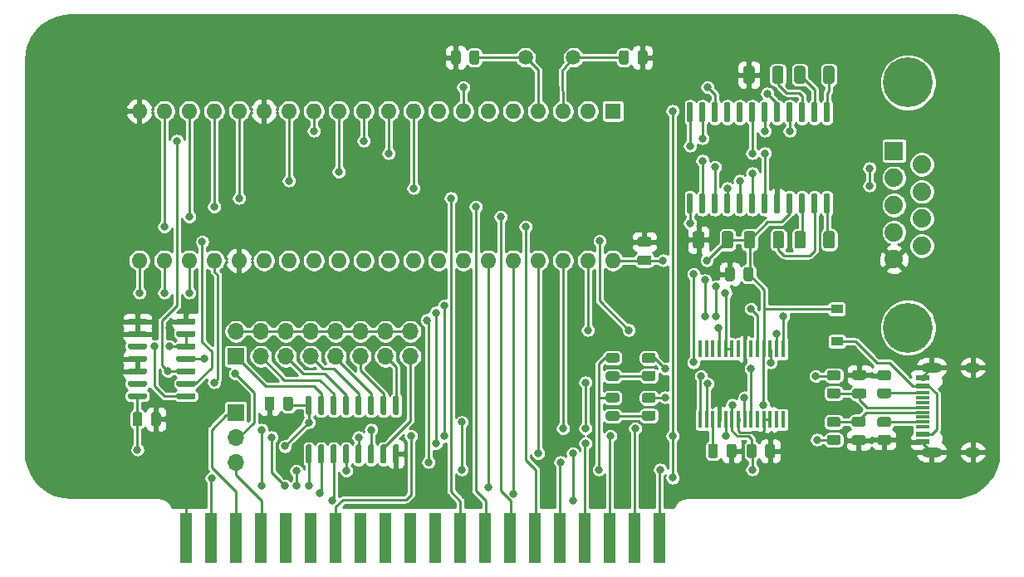
<source format=gbr>
G04 #@! TF.GenerationSoftware,KiCad,Pcbnew,(5.1.9-0-10_14)*
G04 #@! TF.CreationDate,2021-04-09T13:26:58-05:00*
G04 #@! TF.ProjectId,Serial Card,53657269-616c-4204-9361-72642e6b6963,rev?*
G04 #@! TF.SameCoordinates,Original*
G04 #@! TF.FileFunction,Copper,L1,Top*
G04 #@! TF.FilePolarity,Positive*
%FSLAX46Y46*%
G04 Gerber Fmt 4.6, Leading zero omitted, Abs format (unit mm)*
G04 Created by KiCad (PCBNEW (5.1.9-0-10_14)) date 2021-04-09 13:26:58*
%MOMM*%
%LPD*%
G01*
G04 APERTURE LIST*
G04 #@! TA.AperFunction,SMDPad,CuDef*
%ADD10R,1.270000X5.080000*%
G04 #@! TD*
G04 #@! TA.AperFunction,SMDPad,CuDef*
%ADD11R,1.200000X0.900000*%
G04 #@! TD*
G04 #@! TA.AperFunction,ComponentPad*
%ADD12R,1.700000X1.700000*%
G04 #@! TD*
G04 #@! TA.AperFunction,ComponentPad*
%ADD13O,1.700000X1.700000*%
G04 #@! TD*
G04 #@! TA.AperFunction,ComponentPad*
%ADD14R,1.879600X1.879600*%
G04 #@! TD*
G04 #@! TA.AperFunction,ComponentPad*
%ADD15C,1.879600*%
G04 #@! TD*
G04 #@! TA.AperFunction,ComponentPad*
%ADD16C,5.080000*%
G04 #@! TD*
G04 #@! TA.AperFunction,ComponentPad*
%ADD17O,1.600000X1.000000*%
G04 #@! TD*
G04 #@! TA.AperFunction,ComponentPad*
%ADD18O,2.100000X1.000000*%
G04 #@! TD*
G04 #@! TA.AperFunction,SMDPad,CuDef*
%ADD19R,1.450000X0.300000*%
G04 #@! TD*
G04 #@! TA.AperFunction,SMDPad,CuDef*
%ADD20R,1.450000X0.600000*%
G04 #@! TD*
G04 #@! TA.AperFunction,ComponentPad*
%ADD21R,1.600000X1.600000*%
G04 #@! TD*
G04 #@! TA.AperFunction,ComponentPad*
%ADD22O,1.600000X1.600000*%
G04 #@! TD*
G04 #@! TA.AperFunction,SMDPad,CuDef*
%ADD23R,0.450000X1.750000*%
G04 #@! TD*
G04 #@! TA.AperFunction,ComponentPad*
%ADD24C,1.500000*%
G04 #@! TD*
G04 #@! TA.AperFunction,ViaPad*
%ADD25C,0.800000*%
G04 #@! TD*
G04 #@! TA.AperFunction,Conductor*
%ADD26C,0.250000*%
G04 #@! TD*
G04 #@! TA.AperFunction,Conductor*
%ADD27C,0.254000*%
G04 #@! TD*
G04 #@! TA.AperFunction,Conductor*
%ADD28C,0.100000*%
G04 #@! TD*
G04 APERTURE END LIST*
G04 #@! TA.AperFunction,SMDPad,CuDef*
G36*
G01*
X166774000Y-96812000D02*
X166474000Y-96812000D01*
G75*
G02*
X166324000Y-96662000I0J150000D01*
G01*
X166324000Y-94912000D01*
G75*
G02*
X166474000Y-94762000I150000J0D01*
G01*
X166774000Y-94762000D01*
G75*
G02*
X166924000Y-94912000I0J-150000D01*
G01*
X166924000Y-96662000D01*
G75*
G02*
X166774000Y-96812000I-150000J0D01*
G01*
G37*
G04 #@! TD.AperFunction*
G04 #@! TA.AperFunction,SMDPad,CuDef*
G36*
G01*
X168044000Y-96812000D02*
X167744000Y-96812000D01*
G75*
G02*
X167594000Y-96662000I0J150000D01*
G01*
X167594000Y-94912000D01*
G75*
G02*
X167744000Y-94762000I150000J0D01*
G01*
X168044000Y-94762000D01*
G75*
G02*
X168194000Y-94912000I0J-150000D01*
G01*
X168194000Y-96662000D01*
G75*
G02*
X168044000Y-96812000I-150000J0D01*
G01*
G37*
G04 #@! TD.AperFunction*
G04 #@! TA.AperFunction,SMDPad,CuDef*
G36*
G01*
X169314000Y-96812000D02*
X169014000Y-96812000D01*
G75*
G02*
X168864000Y-96662000I0J150000D01*
G01*
X168864000Y-94912000D01*
G75*
G02*
X169014000Y-94762000I150000J0D01*
G01*
X169314000Y-94762000D01*
G75*
G02*
X169464000Y-94912000I0J-150000D01*
G01*
X169464000Y-96662000D01*
G75*
G02*
X169314000Y-96812000I-150000J0D01*
G01*
G37*
G04 #@! TD.AperFunction*
G04 #@! TA.AperFunction,SMDPad,CuDef*
G36*
G01*
X170584000Y-96812000D02*
X170284000Y-96812000D01*
G75*
G02*
X170134000Y-96662000I0J150000D01*
G01*
X170134000Y-94912000D01*
G75*
G02*
X170284000Y-94762000I150000J0D01*
G01*
X170584000Y-94762000D01*
G75*
G02*
X170734000Y-94912000I0J-150000D01*
G01*
X170734000Y-96662000D01*
G75*
G02*
X170584000Y-96812000I-150000J0D01*
G01*
G37*
G04 #@! TD.AperFunction*
G04 #@! TA.AperFunction,SMDPad,CuDef*
G36*
G01*
X171854000Y-96812000D02*
X171554000Y-96812000D01*
G75*
G02*
X171404000Y-96662000I0J150000D01*
G01*
X171404000Y-94912000D01*
G75*
G02*
X171554000Y-94762000I150000J0D01*
G01*
X171854000Y-94762000D01*
G75*
G02*
X172004000Y-94912000I0J-150000D01*
G01*
X172004000Y-96662000D01*
G75*
G02*
X171854000Y-96812000I-150000J0D01*
G01*
G37*
G04 #@! TD.AperFunction*
G04 #@! TA.AperFunction,SMDPad,CuDef*
G36*
G01*
X173124000Y-96812000D02*
X172824000Y-96812000D01*
G75*
G02*
X172674000Y-96662000I0J150000D01*
G01*
X172674000Y-94912000D01*
G75*
G02*
X172824000Y-94762000I150000J0D01*
G01*
X173124000Y-94762000D01*
G75*
G02*
X173274000Y-94912000I0J-150000D01*
G01*
X173274000Y-96662000D01*
G75*
G02*
X173124000Y-96812000I-150000J0D01*
G01*
G37*
G04 #@! TD.AperFunction*
G04 #@! TA.AperFunction,SMDPad,CuDef*
G36*
G01*
X174394000Y-96812000D02*
X174094000Y-96812000D01*
G75*
G02*
X173944000Y-96662000I0J150000D01*
G01*
X173944000Y-94912000D01*
G75*
G02*
X174094000Y-94762000I150000J0D01*
G01*
X174394000Y-94762000D01*
G75*
G02*
X174544000Y-94912000I0J-150000D01*
G01*
X174544000Y-96662000D01*
G75*
G02*
X174394000Y-96812000I-150000J0D01*
G01*
G37*
G04 #@! TD.AperFunction*
G04 #@! TA.AperFunction,SMDPad,CuDef*
G36*
G01*
X175664000Y-96812000D02*
X175364000Y-96812000D01*
G75*
G02*
X175214000Y-96662000I0J150000D01*
G01*
X175214000Y-94912000D01*
G75*
G02*
X175364000Y-94762000I150000J0D01*
G01*
X175664000Y-94762000D01*
G75*
G02*
X175814000Y-94912000I0J-150000D01*
G01*
X175814000Y-96662000D01*
G75*
G02*
X175664000Y-96812000I-150000J0D01*
G01*
G37*
G04 #@! TD.AperFunction*
G04 #@! TA.AperFunction,SMDPad,CuDef*
G36*
G01*
X176934000Y-96812000D02*
X176634000Y-96812000D01*
G75*
G02*
X176484000Y-96662000I0J150000D01*
G01*
X176484000Y-94912000D01*
G75*
G02*
X176634000Y-94762000I150000J0D01*
G01*
X176934000Y-94762000D01*
G75*
G02*
X177084000Y-94912000I0J-150000D01*
G01*
X177084000Y-96662000D01*
G75*
G02*
X176934000Y-96812000I-150000J0D01*
G01*
G37*
G04 #@! TD.AperFunction*
G04 #@! TA.AperFunction,SMDPad,CuDef*
G36*
G01*
X178204000Y-96812000D02*
X177904000Y-96812000D01*
G75*
G02*
X177754000Y-96662000I0J150000D01*
G01*
X177754000Y-94912000D01*
G75*
G02*
X177904000Y-94762000I150000J0D01*
G01*
X178204000Y-94762000D01*
G75*
G02*
X178354000Y-94912000I0J-150000D01*
G01*
X178354000Y-96662000D01*
G75*
G02*
X178204000Y-96812000I-150000J0D01*
G01*
G37*
G04 #@! TD.AperFunction*
G04 #@! TA.AperFunction,SMDPad,CuDef*
G36*
G01*
X179474000Y-96812000D02*
X179174000Y-96812000D01*
G75*
G02*
X179024000Y-96662000I0J150000D01*
G01*
X179024000Y-94912000D01*
G75*
G02*
X179174000Y-94762000I150000J0D01*
G01*
X179474000Y-94762000D01*
G75*
G02*
X179624000Y-94912000I0J-150000D01*
G01*
X179624000Y-96662000D01*
G75*
G02*
X179474000Y-96812000I-150000J0D01*
G01*
G37*
G04 #@! TD.AperFunction*
G04 #@! TA.AperFunction,SMDPad,CuDef*
G36*
G01*
X180744000Y-96812000D02*
X180444000Y-96812000D01*
G75*
G02*
X180294000Y-96662000I0J150000D01*
G01*
X180294000Y-94912000D01*
G75*
G02*
X180444000Y-94762000I150000J0D01*
G01*
X180744000Y-94762000D01*
G75*
G02*
X180894000Y-94912000I0J-150000D01*
G01*
X180894000Y-96662000D01*
G75*
G02*
X180744000Y-96812000I-150000J0D01*
G01*
G37*
G04 #@! TD.AperFunction*
G04 #@! TA.AperFunction,SMDPad,CuDef*
G36*
G01*
X180744000Y-87512000D02*
X180444000Y-87512000D01*
G75*
G02*
X180294000Y-87362000I0J150000D01*
G01*
X180294000Y-85612000D01*
G75*
G02*
X180444000Y-85462000I150000J0D01*
G01*
X180744000Y-85462000D01*
G75*
G02*
X180894000Y-85612000I0J-150000D01*
G01*
X180894000Y-87362000D01*
G75*
G02*
X180744000Y-87512000I-150000J0D01*
G01*
G37*
G04 #@! TD.AperFunction*
G04 #@! TA.AperFunction,SMDPad,CuDef*
G36*
G01*
X179474000Y-87512000D02*
X179174000Y-87512000D01*
G75*
G02*
X179024000Y-87362000I0J150000D01*
G01*
X179024000Y-85612000D01*
G75*
G02*
X179174000Y-85462000I150000J0D01*
G01*
X179474000Y-85462000D01*
G75*
G02*
X179624000Y-85612000I0J-150000D01*
G01*
X179624000Y-87362000D01*
G75*
G02*
X179474000Y-87512000I-150000J0D01*
G01*
G37*
G04 #@! TD.AperFunction*
G04 #@! TA.AperFunction,SMDPad,CuDef*
G36*
G01*
X178204000Y-87512000D02*
X177904000Y-87512000D01*
G75*
G02*
X177754000Y-87362000I0J150000D01*
G01*
X177754000Y-85612000D01*
G75*
G02*
X177904000Y-85462000I150000J0D01*
G01*
X178204000Y-85462000D01*
G75*
G02*
X178354000Y-85612000I0J-150000D01*
G01*
X178354000Y-87362000D01*
G75*
G02*
X178204000Y-87512000I-150000J0D01*
G01*
G37*
G04 #@! TD.AperFunction*
G04 #@! TA.AperFunction,SMDPad,CuDef*
G36*
G01*
X176934000Y-87512000D02*
X176634000Y-87512000D01*
G75*
G02*
X176484000Y-87362000I0J150000D01*
G01*
X176484000Y-85612000D01*
G75*
G02*
X176634000Y-85462000I150000J0D01*
G01*
X176934000Y-85462000D01*
G75*
G02*
X177084000Y-85612000I0J-150000D01*
G01*
X177084000Y-87362000D01*
G75*
G02*
X176934000Y-87512000I-150000J0D01*
G01*
G37*
G04 #@! TD.AperFunction*
G04 #@! TA.AperFunction,SMDPad,CuDef*
G36*
G01*
X175664000Y-87512000D02*
X175364000Y-87512000D01*
G75*
G02*
X175214000Y-87362000I0J150000D01*
G01*
X175214000Y-85612000D01*
G75*
G02*
X175364000Y-85462000I150000J0D01*
G01*
X175664000Y-85462000D01*
G75*
G02*
X175814000Y-85612000I0J-150000D01*
G01*
X175814000Y-87362000D01*
G75*
G02*
X175664000Y-87512000I-150000J0D01*
G01*
G37*
G04 #@! TD.AperFunction*
G04 #@! TA.AperFunction,SMDPad,CuDef*
G36*
G01*
X174394000Y-87512000D02*
X174094000Y-87512000D01*
G75*
G02*
X173944000Y-87362000I0J150000D01*
G01*
X173944000Y-85612000D01*
G75*
G02*
X174094000Y-85462000I150000J0D01*
G01*
X174394000Y-85462000D01*
G75*
G02*
X174544000Y-85612000I0J-150000D01*
G01*
X174544000Y-87362000D01*
G75*
G02*
X174394000Y-87512000I-150000J0D01*
G01*
G37*
G04 #@! TD.AperFunction*
G04 #@! TA.AperFunction,SMDPad,CuDef*
G36*
G01*
X173124000Y-87512000D02*
X172824000Y-87512000D01*
G75*
G02*
X172674000Y-87362000I0J150000D01*
G01*
X172674000Y-85612000D01*
G75*
G02*
X172824000Y-85462000I150000J0D01*
G01*
X173124000Y-85462000D01*
G75*
G02*
X173274000Y-85612000I0J-150000D01*
G01*
X173274000Y-87362000D01*
G75*
G02*
X173124000Y-87512000I-150000J0D01*
G01*
G37*
G04 #@! TD.AperFunction*
G04 #@! TA.AperFunction,SMDPad,CuDef*
G36*
G01*
X171854000Y-87512000D02*
X171554000Y-87512000D01*
G75*
G02*
X171404000Y-87362000I0J150000D01*
G01*
X171404000Y-85612000D01*
G75*
G02*
X171554000Y-85462000I150000J0D01*
G01*
X171854000Y-85462000D01*
G75*
G02*
X172004000Y-85612000I0J-150000D01*
G01*
X172004000Y-87362000D01*
G75*
G02*
X171854000Y-87512000I-150000J0D01*
G01*
G37*
G04 #@! TD.AperFunction*
G04 #@! TA.AperFunction,SMDPad,CuDef*
G36*
G01*
X170584000Y-87512000D02*
X170284000Y-87512000D01*
G75*
G02*
X170134000Y-87362000I0J150000D01*
G01*
X170134000Y-85612000D01*
G75*
G02*
X170284000Y-85462000I150000J0D01*
G01*
X170584000Y-85462000D01*
G75*
G02*
X170734000Y-85612000I0J-150000D01*
G01*
X170734000Y-87362000D01*
G75*
G02*
X170584000Y-87512000I-150000J0D01*
G01*
G37*
G04 #@! TD.AperFunction*
G04 #@! TA.AperFunction,SMDPad,CuDef*
G36*
G01*
X169314000Y-87512000D02*
X169014000Y-87512000D01*
G75*
G02*
X168864000Y-87362000I0J150000D01*
G01*
X168864000Y-85612000D01*
G75*
G02*
X169014000Y-85462000I150000J0D01*
G01*
X169314000Y-85462000D01*
G75*
G02*
X169464000Y-85612000I0J-150000D01*
G01*
X169464000Y-87362000D01*
G75*
G02*
X169314000Y-87512000I-150000J0D01*
G01*
G37*
G04 #@! TD.AperFunction*
G04 #@! TA.AperFunction,SMDPad,CuDef*
G36*
G01*
X168044000Y-87512000D02*
X167744000Y-87512000D01*
G75*
G02*
X167594000Y-87362000I0J150000D01*
G01*
X167594000Y-85612000D01*
G75*
G02*
X167744000Y-85462000I150000J0D01*
G01*
X168044000Y-85462000D01*
G75*
G02*
X168194000Y-85612000I0J-150000D01*
G01*
X168194000Y-87362000D01*
G75*
G02*
X168044000Y-87512000I-150000J0D01*
G01*
G37*
G04 #@! TD.AperFunction*
G04 #@! TA.AperFunction,SMDPad,CuDef*
G36*
G01*
X166774000Y-87512000D02*
X166474000Y-87512000D01*
G75*
G02*
X166324000Y-87362000I0J150000D01*
G01*
X166324000Y-85612000D01*
G75*
G02*
X166474000Y-85462000I150000J0D01*
G01*
X166774000Y-85462000D01*
G75*
G02*
X166924000Y-85612000I0J-150000D01*
G01*
X166924000Y-87362000D01*
G75*
G02*
X166774000Y-87512000I-150000J0D01*
G01*
G37*
G04 #@! TD.AperFunction*
D10*
X115290000Y-129950000D03*
X117830000Y-129950000D03*
X120370000Y-129950000D03*
X122910000Y-129950000D03*
X125450000Y-129950000D03*
X127990000Y-129950000D03*
X130530000Y-129950000D03*
X133070000Y-129950000D03*
X135610000Y-129950000D03*
X138150000Y-129950000D03*
X140690000Y-129950000D03*
X143230000Y-129950000D03*
X145770000Y-129950000D03*
X148310000Y-129950000D03*
X150850000Y-129950000D03*
X153390000Y-129950000D03*
X155930000Y-129950000D03*
X158470000Y-129950000D03*
X161010000Y-129950000D03*
X163550000Y-129950000D03*
G04 #@! TA.AperFunction,SMDPad,CuDef*
G36*
G01*
X173280500Y-98854499D02*
X173280500Y-100154501D01*
G75*
G02*
X173030501Y-100404500I-249999J0D01*
G01*
X172380499Y-100404500D01*
G75*
G02*
X172130500Y-100154501I0J249999D01*
G01*
X172130500Y-98854499D01*
G75*
G02*
X172380499Y-98604500I249999J0D01*
G01*
X173030501Y-98604500D01*
G75*
G02*
X173280500Y-98854499I0J-249999D01*
G01*
G37*
G04 #@! TD.AperFunction*
G04 #@! TA.AperFunction,SMDPad,CuDef*
G36*
G01*
X176230500Y-98854499D02*
X176230500Y-100154501D01*
G75*
G02*
X175980501Y-100404500I-249999J0D01*
G01*
X175330499Y-100404500D01*
G75*
G02*
X175080500Y-100154501I0J249999D01*
G01*
X175080500Y-98854499D01*
G75*
G02*
X175330499Y-98604500I249999J0D01*
G01*
X175980501Y-98604500D01*
G75*
G02*
X176230500Y-98854499I0J-249999D01*
G01*
G37*
G04 #@! TD.AperFunction*
G04 #@! TA.AperFunction,SMDPad,CuDef*
G36*
G01*
X171023500Y-98854499D02*
X171023500Y-100154501D01*
G75*
G02*
X170773501Y-100404500I-249999J0D01*
G01*
X170123499Y-100404500D01*
G75*
G02*
X169873500Y-100154501I0J249999D01*
G01*
X169873500Y-98854499D01*
G75*
G02*
X170123499Y-98604500I249999J0D01*
G01*
X170773501Y-98604500D01*
G75*
G02*
X171023500Y-98854499I0J-249999D01*
G01*
G37*
G04 #@! TD.AperFunction*
G04 #@! TA.AperFunction,SMDPad,CuDef*
G36*
G01*
X168073500Y-98854499D02*
X168073500Y-100154501D01*
G75*
G02*
X167823501Y-100404500I-249999J0D01*
G01*
X167173499Y-100404500D01*
G75*
G02*
X166923500Y-100154501I0J249999D01*
G01*
X166923500Y-98854499D01*
G75*
G02*
X167173499Y-98604500I249999J0D01*
G01*
X167823501Y-98604500D01*
G75*
G02*
X168073500Y-98854499I0J-249999D01*
G01*
G37*
G04 #@! TD.AperFunction*
G04 #@! TA.AperFunction,SMDPad,CuDef*
G36*
G01*
X180238500Y-100154501D02*
X180238500Y-98854499D01*
G75*
G02*
X180488499Y-98604500I249999J0D01*
G01*
X181138501Y-98604500D01*
G75*
G02*
X181388500Y-98854499I0J-249999D01*
G01*
X181388500Y-100154501D01*
G75*
G02*
X181138501Y-100404500I-249999J0D01*
G01*
X180488499Y-100404500D01*
G75*
G02*
X180238500Y-100154501I0J249999D01*
G01*
G37*
G04 #@! TD.AperFunction*
G04 #@! TA.AperFunction,SMDPad,CuDef*
G36*
G01*
X177288500Y-100154501D02*
X177288500Y-98854499D01*
G75*
G02*
X177538499Y-98604500I249999J0D01*
G01*
X178188501Y-98604500D01*
G75*
G02*
X178438500Y-98854499I0J-249999D01*
G01*
X178438500Y-100154501D01*
G75*
G02*
X178188501Y-100404500I-249999J0D01*
G01*
X177538499Y-100404500D01*
G75*
G02*
X177288500Y-100154501I0J249999D01*
G01*
G37*
G04 #@! TD.AperFunction*
G04 #@! TA.AperFunction,SMDPad,CuDef*
G36*
G01*
X181359500Y-82026999D02*
X181359500Y-83327001D01*
G75*
G02*
X181109501Y-83577000I-249999J0D01*
G01*
X180459499Y-83577000D01*
G75*
G02*
X180209500Y-83327001I0J249999D01*
G01*
X180209500Y-82026999D01*
G75*
G02*
X180459499Y-81777000I249999J0D01*
G01*
X181109501Y-81777000D01*
G75*
G02*
X181359500Y-82026999I0J-249999D01*
G01*
G37*
G04 #@! TD.AperFunction*
G04 #@! TA.AperFunction,SMDPad,CuDef*
G36*
G01*
X178409500Y-82026999D02*
X178409500Y-83327001D01*
G75*
G02*
X178159501Y-83577000I-249999J0D01*
G01*
X177509499Y-83577000D01*
G75*
G02*
X177259500Y-83327001I0J249999D01*
G01*
X177259500Y-82026999D01*
G75*
G02*
X177509499Y-81777000I249999J0D01*
G01*
X178159501Y-81777000D01*
G75*
G02*
X178409500Y-82026999I0J-249999D01*
G01*
G37*
G04 #@! TD.AperFunction*
G04 #@! TA.AperFunction,SMDPad,CuDef*
G36*
G01*
X172067000Y-83327001D02*
X172067000Y-82026999D01*
G75*
G02*
X172316999Y-81777000I249999J0D01*
G01*
X172967001Y-81777000D01*
G75*
G02*
X173217000Y-82026999I0J-249999D01*
G01*
X173217000Y-83327001D01*
G75*
G02*
X172967001Y-83577000I-249999J0D01*
G01*
X172316999Y-83577000D01*
G75*
G02*
X172067000Y-83327001I0J249999D01*
G01*
G37*
G04 #@! TD.AperFunction*
G04 #@! TA.AperFunction,SMDPad,CuDef*
G36*
G01*
X175017000Y-83327001D02*
X175017000Y-82026999D01*
G75*
G02*
X175266999Y-81777000I249999J0D01*
G01*
X175917001Y-81777000D01*
G75*
G02*
X176167000Y-82026999I0J-249999D01*
G01*
X176167000Y-83327001D01*
G75*
G02*
X175917001Y-83577000I-249999J0D01*
G01*
X175266999Y-83577000D01*
G75*
G02*
X175017000Y-83327001I0J249999D01*
G01*
G37*
G04 #@! TD.AperFunction*
G04 #@! TA.AperFunction,SMDPad,CuDef*
G36*
G01*
X126164000Y-115730000D02*
X126164000Y-116680000D01*
G75*
G02*
X125914000Y-116930000I-250000J0D01*
G01*
X125414000Y-116930000D01*
G75*
G02*
X125164000Y-116680000I0J250000D01*
G01*
X125164000Y-115730000D01*
G75*
G02*
X125414000Y-115480000I250000J0D01*
G01*
X125914000Y-115480000D01*
G75*
G02*
X126164000Y-115730000I0J-250000D01*
G01*
G37*
G04 #@! TD.AperFunction*
G04 #@! TA.AperFunction,SMDPad,CuDef*
G36*
G01*
X124264000Y-115730000D02*
X124264000Y-116680000D01*
G75*
G02*
X124014000Y-116930000I-250000J0D01*
G01*
X123514000Y-116930000D01*
G75*
G02*
X123264000Y-116680000I0J250000D01*
G01*
X123264000Y-115730000D01*
G75*
G02*
X123514000Y-115480000I250000J0D01*
G01*
X124014000Y-115480000D01*
G75*
G02*
X124264000Y-115730000I0J-250000D01*
G01*
G37*
G04 #@! TD.AperFunction*
G04 #@! TA.AperFunction,SMDPad,CuDef*
G36*
G01*
X162293000Y-80424000D02*
X162293000Y-81374000D01*
G75*
G02*
X162043000Y-81624000I-250000J0D01*
G01*
X161543000Y-81624000D01*
G75*
G02*
X161293000Y-81374000I0J250000D01*
G01*
X161293000Y-80424000D01*
G75*
G02*
X161543000Y-80174000I250000J0D01*
G01*
X162043000Y-80174000D01*
G75*
G02*
X162293000Y-80424000I0J-250000D01*
G01*
G37*
G04 #@! TD.AperFunction*
G04 #@! TA.AperFunction,SMDPad,CuDef*
G36*
G01*
X160393000Y-80424000D02*
X160393000Y-81374000D01*
G75*
G02*
X160143000Y-81624000I-250000J0D01*
G01*
X159643000Y-81624000D01*
G75*
G02*
X159393000Y-81374000I0J250000D01*
G01*
X159393000Y-80424000D01*
G75*
G02*
X159643000Y-80174000I250000J0D01*
G01*
X160143000Y-80174000D01*
G75*
G02*
X160393000Y-80424000I0J-250000D01*
G01*
G37*
G04 #@! TD.AperFunction*
G04 #@! TA.AperFunction,SMDPad,CuDef*
G36*
G01*
X144153000Y-81374000D02*
X144153000Y-80424000D01*
G75*
G02*
X144403000Y-80174000I250000J0D01*
G01*
X144903000Y-80174000D01*
G75*
G02*
X145153000Y-80424000I0J-250000D01*
G01*
X145153000Y-81374000D01*
G75*
G02*
X144903000Y-81624000I-250000J0D01*
G01*
X144403000Y-81624000D01*
G75*
G02*
X144153000Y-81374000I0J250000D01*
G01*
G37*
G04 #@! TD.AperFunction*
G04 #@! TA.AperFunction,SMDPad,CuDef*
G36*
G01*
X142253000Y-81374000D02*
X142253000Y-80424000D01*
G75*
G02*
X142503000Y-80174000I250000J0D01*
G01*
X143003000Y-80174000D01*
G75*
G02*
X143253000Y-80424000I0J-250000D01*
G01*
X143253000Y-81374000D01*
G75*
G02*
X143003000Y-81624000I-250000J0D01*
G01*
X142503000Y-81624000D01*
G75*
G02*
X142253000Y-81374000I0J250000D01*
G01*
G37*
G04 #@! TD.AperFunction*
G04 #@! TA.AperFunction,SMDPad,CuDef*
G36*
G01*
X183421000Y-114686500D02*
X184371000Y-114686500D01*
G75*
G02*
X184621000Y-114936500I0J-250000D01*
G01*
X184621000Y-115436500D01*
G75*
G02*
X184371000Y-115686500I-250000J0D01*
G01*
X183421000Y-115686500D01*
G75*
G02*
X183171000Y-115436500I0J250000D01*
G01*
X183171000Y-114936500D01*
G75*
G02*
X183421000Y-114686500I250000J0D01*
G01*
G37*
G04 #@! TD.AperFunction*
G04 #@! TA.AperFunction,SMDPad,CuDef*
G36*
G01*
X183421000Y-112786500D02*
X184371000Y-112786500D01*
G75*
G02*
X184621000Y-113036500I0J-250000D01*
G01*
X184621000Y-113536500D01*
G75*
G02*
X184371000Y-113786500I-250000J0D01*
G01*
X183421000Y-113786500D01*
G75*
G02*
X183171000Y-113536500I0J250000D01*
G01*
X183171000Y-113036500D01*
G75*
G02*
X183421000Y-112786500I250000J0D01*
G01*
G37*
G04 #@! TD.AperFunction*
G04 #@! TA.AperFunction,SMDPad,CuDef*
G36*
G01*
X184307500Y-120449000D02*
X183357500Y-120449000D01*
G75*
G02*
X183107500Y-120199000I0J250000D01*
G01*
X183107500Y-119699000D01*
G75*
G02*
X183357500Y-119449000I250000J0D01*
G01*
X184307500Y-119449000D01*
G75*
G02*
X184557500Y-119699000I0J-250000D01*
G01*
X184557500Y-120199000D01*
G75*
G02*
X184307500Y-120449000I-250000J0D01*
G01*
G37*
G04 #@! TD.AperFunction*
G04 #@! TA.AperFunction,SMDPad,CuDef*
G36*
G01*
X184307500Y-118549000D02*
X183357500Y-118549000D01*
G75*
G02*
X183107500Y-118299000I0J250000D01*
G01*
X183107500Y-117799000D01*
G75*
G02*
X183357500Y-117549000I250000J0D01*
G01*
X184307500Y-117549000D01*
G75*
G02*
X184557500Y-117799000I0J-250000D01*
G01*
X184557500Y-118299000D01*
G75*
G02*
X184307500Y-118549000I-250000J0D01*
G01*
G37*
G04 #@! TD.AperFunction*
G04 #@! TA.AperFunction,SMDPad,CuDef*
G36*
G01*
X171376000Y-120556000D02*
X171376000Y-121506000D01*
G75*
G02*
X171126000Y-121756000I-250000J0D01*
G01*
X170626000Y-121756000D01*
G75*
G02*
X170376000Y-121506000I0J250000D01*
G01*
X170376000Y-120556000D01*
G75*
G02*
X170626000Y-120306000I250000J0D01*
G01*
X171126000Y-120306000D01*
G75*
G02*
X171376000Y-120556000I0J-250000D01*
G01*
G37*
G04 #@! TD.AperFunction*
G04 #@! TA.AperFunction,SMDPad,CuDef*
G36*
G01*
X169476000Y-120556000D02*
X169476000Y-121506000D01*
G75*
G02*
X169226000Y-121756000I-250000J0D01*
G01*
X168726000Y-121756000D01*
G75*
G02*
X168476000Y-121506000I0J250000D01*
G01*
X168476000Y-120556000D01*
G75*
G02*
X168726000Y-120306000I250000J0D01*
G01*
X169226000Y-120306000D01*
G75*
G02*
X169476000Y-120556000I0J-250000D01*
G01*
G37*
G04 #@! TD.AperFunction*
G04 #@! TA.AperFunction,SMDPad,CuDef*
G36*
G01*
X173090500Y-102522000D02*
X173090500Y-103472000D01*
G75*
G02*
X172840500Y-103722000I-250000J0D01*
G01*
X172340500Y-103722000D01*
G75*
G02*
X172090500Y-103472000I0J250000D01*
G01*
X172090500Y-102522000D01*
G75*
G02*
X172340500Y-102272000I250000J0D01*
G01*
X172840500Y-102272000D01*
G75*
G02*
X173090500Y-102522000I0J-250000D01*
G01*
G37*
G04 #@! TD.AperFunction*
G04 #@! TA.AperFunction,SMDPad,CuDef*
G36*
G01*
X171190500Y-102522000D02*
X171190500Y-103472000D01*
G75*
G02*
X170940500Y-103722000I-250000J0D01*
G01*
X170440500Y-103722000D01*
G75*
G02*
X170190500Y-103472000I0J250000D01*
G01*
X170190500Y-102522000D01*
G75*
G02*
X170440500Y-102272000I250000J0D01*
G01*
X170940500Y-102272000D01*
G75*
G02*
X171190500Y-102522000I0J-250000D01*
G01*
G37*
G04 #@! TD.AperFunction*
G04 #@! TA.AperFunction,SMDPad,CuDef*
G36*
G01*
X162463500Y-102097500D02*
X161513500Y-102097500D01*
G75*
G02*
X161263500Y-101847500I0J250000D01*
G01*
X161263500Y-101347500D01*
G75*
G02*
X161513500Y-101097500I250000J0D01*
G01*
X162463500Y-101097500D01*
G75*
G02*
X162713500Y-101347500I0J-250000D01*
G01*
X162713500Y-101847500D01*
G75*
G02*
X162463500Y-102097500I-250000J0D01*
G01*
G37*
G04 #@! TD.AperFunction*
G04 #@! TA.AperFunction,SMDPad,CuDef*
G36*
G01*
X162463500Y-100197500D02*
X161513500Y-100197500D01*
G75*
G02*
X161263500Y-99947500I0J250000D01*
G01*
X161263500Y-99447500D01*
G75*
G02*
X161513500Y-99197500I250000J0D01*
G01*
X162463500Y-99197500D01*
G75*
G02*
X162713500Y-99447500I0J-250000D01*
G01*
X162713500Y-99947500D01*
G75*
G02*
X162463500Y-100197500I-250000J0D01*
G01*
G37*
G04 #@! TD.AperFunction*
G04 #@! TA.AperFunction,SMDPad,CuDef*
G36*
G01*
X174313000Y-121506000D02*
X174313000Y-120556000D01*
G75*
G02*
X174563000Y-120306000I250000J0D01*
G01*
X175063000Y-120306000D01*
G75*
G02*
X175313000Y-120556000I0J-250000D01*
G01*
X175313000Y-121506000D01*
G75*
G02*
X175063000Y-121756000I-250000J0D01*
G01*
X174563000Y-121756000D01*
G75*
G02*
X174313000Y-121506000I0J250000D01*
G01*
G37*
G04 #@! TD.AperFunction*
G04 #@! TA.AperFunction,SMDPad,CuDef*
G36*
G01*
X172413000Y-121506000D02*
X172413000Y-120556000D01*
G75*
G02*
X172663000Y-120306000I250000J0D01*
G01*
X173163000Y-120306000D01*
G75*
G02*
X173413000Y-120556000I0J-250000D01*
G01*
X173413000Y-121506000D01*
G75*
G02*
X173163000Y-121756000I-250000J0D01*
G01*
X172663000Y-121756000D01*
G75*
G02*
X172413000Y-121506000I0J250000D01*
G01*
G37*
G04 #@! TD.AperFunction*
G04 #@! TA.AperFunction,SMDPad,CuDef*
G36*
G01*
X111702000Y-118267500D02*
X111702000Y-117317500D01*
G75*
G02*
X111952000Y-117067500I250000J0D01*
G01*
X112452000Y-117067500D01*
G75*
G02*
X112702000Y-117317500I0J-250000D01*
G01*
X112702000Y-118267500D01*
G75*
G02*
X112452000Y-118517500I-250000J0D01*
G01*
X111952000Y-118517500D01*
G75*
G02*
X111702000Y-118267500I0J250000D01*
G01*
G37*
G04 #@! TD.AperFunction*
G04 #@! TA.AperFunction,SMDPad,CuDef*
G36*
G01*
X109802000Y-118267500D02*
X109802000Y-117317500D01*
G75*
G02*
X110052000Y-117067500I250000J0D01*
G01*
X110552000Y-117067500D01*
G75*
G02*
X110802000Y-117317500I0J-250000D01*
G01*
X110802000Y-118267500D01*
G75*
G02*
X110552000Y-118517500I-250000J0D01*
G01*
X110052000Y-118517500D01*
G75*
G02*
X109802000Y-118267500I0J250000D01*
G01*
G37*
G04 #@! TD.AperFunction*
D11*
X181610000Y-106554000D03*
X181610000Y-109854000D03*
G04 #@! TA.AperFunction,SMDPad,CuDef*
G36*
G01*
X159206250Y-112008500D02*
X158293750Y-112008500D01*
G75*
G02*
X158050000Y-111764750I0J243750D01*
G01*
X158050000Y-111277250D01*
G75*
G02*
X158293750Y-111033500I243750J0D01*
G01*
X159206250Y-111033500D01*
G75*
G02*
X159450000Y-111277250I0J-243750D01*
G01*
X159450000Y-111764750D01*
G75*
G02*
X159206250Y-112008500I-243750J0D01*
G01*
G37*
G04 #@! TD.AperFunction*
G04 #@! TA.AperFunction,SMDPad,CuDef*
G36*
G01*
X159206250Y-113883500D02*
X158293750Y-113883500D01*
G75*
G02*
X158050000Y-113639750I0J243750D01*
G01*
X158050000Y-113152250D01*
G75*
G02*
X158293750Y-112908500I243750J0D01*
G01*
X159206250Y-112908500D01*
G75*
G02*
X159450000Y-113152250I0J-243750D01*
G01*
X159450000Y-113639750D01*
G75*
G02*
X159206250Y-113883500I-243750J0D01*
G01*
G37*
G04 #@! TD.AperFunction*
G04 #@! TA.AperFunction,SMDPad,CuDef*
G36*
G01*
X159206250Y-117947500D02*
X158293750Y-117947500D01*
G75*
G02*
X158050000Y-117703750I0J243750D01*
G01*
X158050000Y-117216250D01*
G75*
G02*
X158293750Y-116972500I243750J0D01*
G01*
X159206250Y-116972500D01*
G75*
G02*
X159450000Y-117216250I0J-243750D01*
G01*
X159450000Y-117703750D01*
G75*
G02*
X159206250Y-117947500I-243750J0D01*
G01*
G37*
G04 #@! TD.AperFunction*
G04 #@! TA.AperFunction,SMDPad,CuDef*
G36*
G01*
X159206250Y-116072500D02*
X158293750Y-116072500D01*
G75*
G02*
X158050000Y-115828750I0J243750D01*
G01*
X158050000Y-115341250D01*
G75*
G02*
X158293750Y-115097500I243750J0D01*
G01*
X159206250Y-115097500D01*
G75*
G02*
X159450000Y-115341250I0J-243750D01*
G01*
X159450000Y-115828750D01*
G75*
G02*
X159206250Y-116072500I-243750J0D01*
G01*
G37*
G04 #@! TD.AperFunction*
D12*
X120332500Y-111379000D03*
D13*
X120332500Y-108839000D03*
X122872500Y-111379000D03*
X122872500Y-108839000D03*
X125412500Y-111379000D03*
X125412500Y-108839000D03*
X127952500Y-111379000D03*
X127952500Y-108839000D03*
X130492500Y-111379000D03*
X130492500Y-108839000D03*
X133032500Y-111379000D03*
X133032500Y-108839000D03*
X135572500Y-111379000D03*
X135572500Y-108839000D03*
X138112500Y-111379000D03*
X138112500Y-108839000D03*
D14*
X187429140Y-90418920D03*
D15*
X187429140Y-93190060D03*
X187429140Y-95958660D03*
X187429140Y-98727260D03*
X187429140Y-101498400D03*
X190268860Y-91810840D03*
X190268860Y-94579440D03*
X190268860Y-97337880D03*
X190268860Y-100106480D03*
D16*
X188849000Y-83459320D03*
X188849000Y-108458000D03*
D12*
X120332500Y-117094000D03*
D13*
X120332500Y-119634000D03*
X120332500Y-122174000D03*
D17*
X195442000Y-112522000D03*
X195442000Y-121162000D03*
D18*
X191262000Y-121162000D03*
X191262000Y-112522000D03*
D19*
X190347000Y-117092000D03*
X190347000Y-115092000D03*
X190347000Y-115592000D03*
X190347000Y-116092000D03*
X190347000Y-116592000D03*
X190347000Y-117592000D03*
X190347000Y-118092000D03*
X190347000Y-118592000D03*
D20*
X190347000Y-113592000D03*
X190347000Y-114392000D03*
X190347000Y-119292000D03*
X190347000Y-120092000D03*
X190347000Y-120092000D03*
X190347000Y-119292000D03*
X190347000Y-114392000D03*
X190347000Y-113592000D03*
G04 #@! TA.AperFunction,SMDPad,CuDef*
G36*
G01*
X180842499Y-114636500D02*
X181742501Y-114636500D01*
G75*
G02*
X181992500Y-114886499I0J-249999D01*
G01*
X181992500Y-115411501D01*
G75*
G02*
X181742501Y-115661500I-249999J0D01*
G01*
X180842499Y-115661500D01*
G75*
G02*
X180592500Y-115411501I0J249999D01*
G01*
X180592500Y-114886499D01*
G75*
G02*
X180842499Y-114636500I249999J0D01*
G01*
G37*
G04 #@! TD.AperFunction*
G04 #@! TA.AperFunction,SMDPad,CuDef*
G36*
G01*
X180842499Y-112811500D02*
X181742501Y-112811500D01*
G75*
G02*
X181992500Y-113061499I0J-249999D01*
G01*
X181992500Y-113586501D01*
G75*
G02*
X181742501Y-113836500I-249999J0D01*
G01*
X180842499Y-113836500D01*
G75*
G02*
X180592500Y-113586501I0J249999D01*
G01*
X180592500Y-113061499D01*
G75*
G02*
X180842499Y-112811500I249999J0D01*
G01*
G37*
G04 #@! TD.AperFunction*
G04 #@! TA.AperFunction,SMDPad,CuDef*
G36*
G01*
X181742501Y-120424000D02*
X180842499Y-120424000D01*
G75*
G02*
X180592500Y-120174001I0J249999D01*
G01*
X180592500Y-119648999D01*
G75*
G02*
X180842499Y-119399000I249999J0D01*
G01*
X181742501Y-119399000D01*
G75*
G02*
X181992500Y-119648999I0J-249999D01*
G01*
X181992500Y-120174001D01*
G75*
G02*
X181742501Y-120424000I-249999J0D01*
G01*
G37*
G04 #@! TD.AperFunction*
G04 #@! TA.AperFunction,SMDPad,CuDef*
G36*
G01*
X181742501Y-118599000D02*
X180842499Y-118599000D01*
G75*
G02*
X180592500Y-118349001I0J249999D01*
G01*
X180592500Y-117823999D01*
G75*
G02*
X180842499Y-117574000I249999J0D01*
G01*
X181742501Y-117574000D01*
G75*
G02*
X181992500Y-117823999I0J-249999D01*
G01*
X181992500Y-118349001D01*
G75*
G02*
X181742501Y-118599000I-249999J0D01*
G01*
G37*
G04 #@! TD.AperFunction*
G04 #@! TA.AperFunction,SMDPad,CuDef*
G36*
G01*
X161982999Y-112858500D02*
X162883001Y-112858500D01*
G75*
G02*
X163133000Y-113108499I0J-249999D01*
G01*
X163133000Y-113633501D01*
G75*
G02*
X162883001Y-113883500I-249999J0D01*
G01*
X161982999Y-113883500D01*
G75*
G02*
X161733000Y-113633501I0J249999D01*
G01*
X161733000Y-113108499D01*
G75*
G02*
X161982999Y-112858500I249999J0D01*
G01*
G37*
G04 #@! TD.AperFunction*
G04 #@! TA.AperFunction,SMDPad,CuDef*
G36*
G01*
X161982999Y-111033500D02*
X162883001Y-111033500D01*
G75*
G02*
X163133000Y-111283499I0J-249999D01*
G01*
X163133000Y-111808501D01*
G75*
G02*
X162883001Y-112058500I-249999J0D01*
G01*
X161982999Y-112058500D01*
G75*
G02*
X161733000Y-111808501I0J249999D01*
G01*
X161733000Y-111283499D01*
G75*
G02*
X161982999Y-111033500I249999J0D01*
G01*
G37*
G04 #@! TD.AperFunction*
G04 #@! TA.AperFunction,SMDPad,CuDef*
G36*
G01*
X161982999Y-115097500D02*
X162883001Y-115097500D01*
G75*
G02*
X163133000Y-115347499I0J-249999D01*
G01*
X163133000Y-115872501D01*
G75*
G02*
X162883001Y-116122500I-249999J0D01*
G01*
X161982999Y-116122500D01*
G75*
G02*
X161733000Y-115872501I0J249999D01*
G01*
X161733000Y-115347499D01*
G75*
G02*
X161982999Y-115097500I249999J0D01*
G01*
G37*
G04 #@! TD.AperFunction*
G04 #@! TA.AperFunction,SMDPad,CuDef*
G36*
G01*
X161982999Y-116922500D02*
X162883001Y-116922500D01*
G75*
G02*
X163133000Y-117172499I0J-249999D01*
G01*
X163133000Y-117697501D01*
G75*
G02*
X162883001Y-117947500I-249999J0D01*
G01*
X161982999Y-117947500D01*
G75*
G02*
X161733000Y-117697501I0J249999D01*
G01*
X161733000Y-117172499D01*
G75*
G02*
X161982999Y-116922500I249999J0D01*
G01*
G37*
G04 #@! TD.AperFunction*
G04 #@! TA.AperFunction,SMDPad,CuDef*
G36*
G01*
X186886001Y-115661500D02*
X185985999Y-115661500D01*
G75*
G02*
X185736000Y-115411501I0J249999D01*
G01*
X185736000Y-114886499D01*
G75*
G02*
X185985999Y-114636500I249999J0D01*
G01*
X186886001Y-114636500D01*
G75*
G02*
X187136000Y-114886499I0J-249999D01*
G01*
X187136000Y-115411501D01*
G75*
G02*
X186886001Y-115661500I-249999J0D01*
G01*
G37*
G04 #@! TD.AperFunction*
G04 #@! TA.AperFunction,SMDPad,CuDef*
G36*
G01*
X186886001Y-113836500D02*
X185985999Y-113836500D01*
G75*
G02*
X185736000Y-113586501I0J249999D01*
G01*
X185736000Y-113061499D01*
G75*
G02*
X185985999Y-112811500I249999J0D01*
G01*
X186886001Y-112811500D01*
G75*
G02*
X187136000Y-113061499I0J-249999D01*
G01*
X187136000Y-113586501D01*
G75*
G02*
X186886001Y-113836500I-249999J0D01*
G01*
G37*
G04 #@! TD.AperFunction*
G04 #@! TA.AperFunction,SMDPad,CuDef*
G36*
G01*
X185985999Y-119399000D02*
X186886001Y-119399000D01*
G75*
G02*
X187136000Y-119648999I0J-249999D01*
G01*
X187136000Y-120174001D01*
G75*
G02*
X186886001Y-120424000I-249999J0D01*
G01*
X185985999Y-120424000D01*
G75*
G02*
X185736000Y-120174001I0J249999D01*
G01*
X185736000Y-119648999D01*
G75*
G02*
X185985999Y-119399000I249999J0D01*
G01*
G37*
G04 #@! TD.AperFunction*
G04 #@! TA.AperFunction,SMDPad,CuDef*
G36*
G01*
X185985999Y-117574000D02*
X186886001Y-117574000D01*
G75*
G02*
X187136000Y-117823999I0J-249999D01*
G01*
X187136000Y-118349001D01*
G75*
G02*
X186886001Y-118599000I-249999J0D01*
G01*
X185985999Y-118599000D01*
G75*
G02*
X185736000Y-118349001I0J249999D01*
G01*
X185736000Y-117823999D01*
G75*
G02*
X185985999Y-117574000I249999J0D01*
G01*
G37*
G04 #@! TD.AperFunction*
G04 #@! TA.AperFunction,SMDPad,CuDef*
G36*
G01*
X127912000Y-122322000D02*
X127612000Y-122322000D01*
G75*
G02*
X127462000Y-122172000I0J150000D01*
G01*
X127462000Y-120522000D01*
G75*
G02*
X127612000Y-120372000I150000J0D01*
G01*
X127912000Y-120372000D01*
G75*
G02*
X128062000Y-120522000I0J-150000D01*
G01*
X128062000Y-122172000D01*
G75*
G02*
X127912000Y-122322000I-150000J0D01*
G01*
G37*
G04 #@! TD.AperFunction*
G04 #@! TA.AperFunction,SMDPad,CuDef*
G36*
G01*
X129182000Y-122322000D02*
X128882000Y-122322000D01*
G75*
G02*
X128732000Y-122172000I0J150000D01*
G01*
X128732000Y-120522000D01*
G75*
G02*
X128882000Y-120372000I150000J0D01*
G01*
X129182000Y-120372000D01*
G75*
G02*
X129332000Y-120522000I0J-150000D01*
G01*
X129332000Y-122172000D01*
G75*
G02*
X129182000Y-122322000I-150000J0D01*
G01*
G37*
G04 #@! TD.AperFunction*
G04 #@! TA.AperFunction,SMDPad,CuDef*
G36*
G01*
X130452000Y-122322000D02*
X130152000Y-122322000D01*
G75*
G02*
X130002000Y-122172000I0J150000D01*
G01*
X130002000Y-120522000D01*
G75*
G02*
X130152000Y-120372000I150000J0D01*
G01*
X130452000Y-120372000D01*
G75*
G02*
X130602000Y-120522000I0J-150000D01*
G01*
X130602000Y-122172000D01*
G75*
G02*
X130452000Y-122322000I-150000J0D01*
G01*
G37*
G04 #@! TD.AperFunction*
G04 #@! TA.AperFunction,SMDPad,CuDef*
G36*
G01*
X131722000Y-122322000D02*
X131422000Y-122322000D01*
G75*
G02*
X131272000Y-122172000I0J150000D01*
G01*
X131272000Y-120522000D01*
G75*
G02*
X131422000Y-120372000I150000J0D01*
G01*
X131722000Y-120372000D01*
G75*
G02*
X131872000Y-120522000I0J-150000D01*
G01*
X131872000Y-122172000D01*
G75*
G02*
X131722000Y-122322000I-150000J0D01*
G01*
G37*
G04 #@! TD.AperFunction*
G04 #@! TA.AperFunction,SMDPad,CuDef*
G36*
G01*
X132992000Y-122322000D02*
X132692000Y-122322000D01*
G75*
G02*
X132542000Y-122172000I0J150000D01*
G01*
X132542000Y-120522000D01*
G75*
G02*
X132692000Y-120372000I150000J0D01*
G01*
X132992000Y-120372000D01*
G75*
G02*
X133142000Y-120522000I0J-150000D01*
G01*
X133142000Y-122172000D01*
G75*
G02*
X132992000Y-122322000I-150000J0D01*
G01*
G37*
G04 #@! TD.AperFunction*
G04 #@! TA.AperFunction,SMDPad,CuDef*
G36*
G01*
X134262000Y-122322000D02*
X133962000Y-122322000D01*
G75*
G02*
X133812000Y-122172000I0J150000D01*
G01*
X133812000Y-120522000D01*
G75*
G02*
X133962000Y-120372000I150000J0D01*
G01*
X134262000Y-120372000D01*
G75*
G02*
X134412000Y-120522000I0J-150000D01*
G01*
X134412000Y-122172000D01*
G75*
G02*
X134262000Y-122322000I-150000J0D01*
G01*
G37*
G04 #@! TD.AperFunction*
G04 #@! TA.AperFunction,SMDPad,CuDef*
G36*
G01*
X135532000Y-122322000D02*
X135232000Y-122322000D01*
G75*
G02*
X135082000Y-122172000I0J150000D01*
G01*
X135082000Y-120522000D01*
G75*
G02*
X135232000Y-120372000I150000J0D01*
G01*
X135532000Y-120372000D01*
G75*
G02*
X135682000Y-120522000I0J-150000D01*
G01*
X135682000Y-122172000D01*
G75*
G02*
X135532000Y-122322000I-150000J0D01*
G01*
G37*
G04 #@! TD.AperFunction*
G04 #@! TA.AperFunction,SMDPad,CuDef*
G36*
G01*
X136802000Y-122322000D02*
X136502000Y-122322000D01*
G75*
G02*
X136352000Y-122172000I0J150000D01*
G01*
X136352000Y-120522000D01*
G75*
G02*
X136502000Y-120372000I150000J0D01*
G01*
X136802000Y-120372000D01*
G75*
G02*
X136952000Y-120522000I0J-150000D01*
G01*
X136952000Y-122172000D01*
G75*
G02*
X136802000Y-122322000I-150000J0D01*
G01*
G37*
G04 #@! TD.AperFunction*
G04 #@! TA.AperFunction,SMDPad,CuDef*
G36*
G01*
X136802000Y-117372000D02*
X136502000Y-117372000D01*
G75*
G02*
X136352000Y-117222000I0J150000D01*
G01*
X136352000Y-115572000D01*
G75*
G02*
X136502000Y-115422000I150000J0D01*
G01*
X136802000Y-115422000D01*
G75*
G02*
X136952000Y-115572000I0J-150000D01*
G01*
X136952000Y-117222000D01*
G75*
G02*
X136802000Y-117372000I-150000J0D01*
G01*
G37*
G04 #@! TD.AperFunction*
G04 #@! TA.AperFunction,SMDPad,CuDef*
G36*
G01*
X135532000Y-117372000D02*
X135232000Y-117372000D01*
G75*
G02*
X135082000Y-117222000I0J150000D01*
G01*
X135082000Y-115572000D01*
G75*
G02*
X135232000Y-115422000I150000J0D01*
G01*
X135532000Y-115422000D01*
G75*
G02*
X135682000Y-115572000I0J-150000D01*
G01*
X135682000Y-117222000D01*
G75*
G02*
X135532000Y-117372000I-150000J0D01*
G01*
G37*
G04 #@! TD.AperFunction*
G04 #@! TA.AperFunction,SMDPad,CuDef*
G36*
G01*
X134262000Y-117372000D02*
X133962000Y-117372000D01*
G75*
G02*
X133812000Y-117222000I0J150000D01*
G01*
X133812000Y-115572000D01*
G75*
G02*
X133962000Y-115422000I150000J0D01*
G01*
X134262000Y-115422000D01*
G75*
G02*
X134412000Y-115572000I0J-150000D01*
G01*
X134412000Y-117222000D01*
G75*
G02*
X134262000Y-117372000I-150000J0D01*
G01*
G37*
G04 #@! TD.AperFunction*
G04 #@! TA.AperFunction,SMDPad,CuDef*
G36*
G01*
X132992000Y-117372000D02*
X132692000Y-117372000D01*
G75*
G02*
X132542000Y-117222000I0J150000D01*
G01*
X132542000Y-115572000D01*
G75*
G02*
X132692000Y-115422000I150000J0D01*
G01*
X132992000Y-115422000D01*
G75*
G02*
X133142000Y-115572000I0J-150000D01*
G01*
X133142000Y-117222000D01*
G75*
G02*
X132992000Y-117372000I-150000J0D01*
G01*
G37*
G04 #@! TD.AperFunction*
G04 #@! TA.AperFunction,SMDPad,CuDef*
G36*
G01*
X131722000Y-117372000D02*
X131422000Y-117372000D01*
G75*
G02*
X131272000Y-117222000I0J150000D01*
G01*
X131272000Y-115572000D01*
G75*
G02*
X131422000Y-115422000I150000J0D01*
G01*
X131722000Y-115422000D01*
G75*
G02*
X131872000Y-115572000I0J-150000D01*
G01*
X131872000Y-117222000D01*
G75*
G02*
X131722000Y-117372000I-150000J0D01*
G01*
G37*
G04 #@! TD.AperFunction*
G04 #@! TA.AperFunction,SMDPad,CuDef*
G36*
G01*
X130452000Y-117372000D02*
X130152000Y-117372000D01*
G75*
G02*
X130002000Y-117222000I0J150000D01*
G01*
X130002000Y-115572000D01*
G75*
G02*
X130152000Y-115422000I150000J0D01*
G01*
X130452000Y-115422000D01*
G75*
G02*
X130602000Y-115572000I0J-150000D01*
G01*
X130602000Y-117222000D01*
G75*
G02*
X130452000Y-117372000I-150000J0D01*
G01*
G37*
G04 #@! TD.AperFunction*
G04 #@! TA.AperFunction,SMDPad,CuDef*
G36*
G01*
X129182000Y-117372000D02*
X128882000Y-117372000D01*
G75*
G02*
X128732000Y-117222000I0J150000D01*
G01*
X128732000Y-115572000D01*
G75*
G02*
X128882000Y-115422000I150000J0D01*
G01*
X129182000Y-115422000D01*
G75*
G02*
X129332000Y-115572000I0J-150000D01*
G01*
X129332000Y-117222000D01*
G75*
G02*
X129182000Y-117372000I-150000J0D01*
G01*
G37*
G04 #@! TD.AperFunction*
G04 #@! TA.AperFunction,SMDPad,CuDef*
G36*
G01*
X127912000Y-117372000D02*
X127612000Y-117372000D01*
G75*
G02*
X127462000Y-117222000I0J150000D01*
G01*
X127462000Y-115572000D01*
G75*
G02*
X127612000Y-115422000I150000J0D01*
G01*
X127912000Y-115422000D01*
G75*
G02*
X128062000Y-115572000I0J-150000D01*
G01*
X128062000Y-117222000D01*
G75*
G02*
X127912000Y-117372000I-150000J0D01*
G01*
G37*
G04 #@! TD.AperFunction*
G04 #@! TA.AperFunction,SMDPad,CuDef*
G36*
G01*
X116227500Y-115293000D02*
X116227500Y-115593000D01*
G75*
G02*
X116077500Y-115743000I-150000J0D01*
G01*
X114427500Y-115743000D01*
G75*
G02*
X114277500Y-115593000I0J150000D01*
G01*
X114277500Y-115293000D01*
G75*
G02*
X114427500Y-115143000I150000J0D01*
G01*
X116077500Y-115143000D01*
G75*
G02*
X116227500Y-115293000I0J-150000D01*
G01*
G37*
G04 #@! TD.AperFunction*
G04 #@! TA.AperFunction,SMDPad,CuDef*
G36*
G01*
X116227500Y-114023000D02*
X116227500Y-114323000D01*
G75*
G02*
X116077500Y-114473000I-150000J0D01*
G01*
X114427500Y-114473000D01*
G75*
G02*
X114277500Y-114323000I0J150000D01*
G01*
X114277500Y-114023000D01*
G75*
G02*
X114427500Y-113873000I150000J0D01*
G01*
X116077500Y-113873000D01*
G75*
G02*
X116227500Y-114023000I0J-150000D01*
G01*
G37*
G04 #@! TD.AperFunction*
G04 #@! TA.AperFunction,SMDPad,CuDef*
G36*
G01*
X116227500Y-112753000D02*
X116227500Y-113053000D01*
G75*
G02*
X116077500Y-113203000I-150000J0D01*
G01*
X114427500Y-113203000D01*
G75*
G02*
X114277500Y-113053000I0J150000D01*
G01*
X114277500Y-112753000D01*
G75*
G02*
X114427500Y-112603000I150000J0D01*
G01*
X116077500Y-112603000D01*
G75*
G02*
X116227500Y-112753000I0J-150000D01*
G01*
G37*
G04 #@! TD.AperFunction*
G04 #@! TA.AperFunction,SMDPad,CuDef*
G36*
G01*
X116227500Y-111483000D02*
X116227500Y-111783000D01*
G75*
G02*
X116077500Y-111933000I-150000J0D01*
G01*
X114427500Y-111933000D01*
G75*
G02*
X114277500Y-111783000I0J150000D01*
G01*
X114277500Y-111483000D01*
G75*
G02*
X114427500Y-111333000I150000J0D01*
G01*
X116077500Y-111333000D01*
G75*
G02*
X116227500Y-111483000I0J-150000D01*
G01*
G37*
G04 #@! TD.AperFunction*
G04 #@! TA.AperFunction,SMDPad,CuDef*
G36*
G01*
X116227500Y-110213000D02*
X116227500Y-110513000D01*
G75*
G02*
X116077500Y-110663000I-150000J0D01*
G01*
X114427500Y-110663000D01*
G75*
G02*
X114277500Y-110513000I0J150000D01*
G01*
X114277500Y-110213000D01*
G75*
G02*
X114427500Y-110063000I150000J0D01*
G01*
X116077500Y-110063000D01*
G75*
G02*
X116227500Y-110213000I0J-150000D01*
G01*
G37*
G04 #@! TD.AperFunction*
G04 #@! TA.AperFunction,SMDPad,CuDef*
G36*
G01*
X116227500Y-108943000D02*
X116227500Y-109243000D01*
G75*
G02*
X116077500Y-109393000I-150000J0D01*
G01*
X114427500Y-109393000D01*
G75*
G02*
X114277500Y-109243000I0J150000D01*
G01*
X114277500Y-108943000D01*
G75*
G02*
X114427500Y-108793000I150000J0D01*
G01*
X116077500Y-108793000D01*
G75*
G02*
X116227500Y-108943000I0J-150000D01*
G01*
G37*
G04 #@! TD.AperFunction*
G04 #@! TA.AperFunction,SMDPad,CuDef*
G36*
G01*
X116227500Y-107673000D02*
X116227500Y-107973000D01*
G75*
G02*
X116077500Y-108123000I-150000J0D01*
G01*
X114427500Y-108123000D01*
G75*
G02*
X114277500Y-107973000I0J150000D01*
G01*
X114277500Y-107673000D01*
G75*
G02*
X114427500Y-107523000I150000J0D01*
G01*
X116077500Y-107523000D01*
G75*
G02*
X116227500Y-107673000I0J-150000D01*
G01*
G37*
G04 #@! TD.AperFunction*
G04 #@! TA.AperFunction,SMDPad,CuDef*
G36*
G01*
X111277500Y-107673000D02*
X111277500Y-107973000D01*
G75*
G02*
X111127500Y-108123000I-150000J0D01*
G01*
X109477500Y-108123000D01*
G75*
G02*
X109327500Y-107973000I0J150000D01*
G01*
X109327500Y-107673000D01*
G75*
G02*
X109477500Y-107523000I150000J0D01*
G01*
X111127500Y-107523000D01*
G75*
G02*
X111277500Y-107673000I0J-150000D01*
G01*
G37*
G04 #@! TD.AperFunction*
G04 #@! TA.AperFunction,SMDPad,CuDef*
G36*
G01*
X111277500Y-108943000D02*
X111277500Y-109243000D01*
G75*
G02*
X111127500Y-109393000I-150000J0D01*
G01*
X109477500Y-109393000D01*
G75*
G02*
X109327500Y-109243000I0J150000D01*
G01*
X109327500Y-108943000D01*
G75*
G02*
X109477500Y-108793000I150000J0D01*
G01*
X111127500Y-108793000D01*
G75*
G02*
X111277500Y-108943000I0J-150000D01*
G01*
G37*
G04 #@! TD.AperFunction*
G04 #@! TA.AperFunction,SMDPad,CuDef*
G36*
G01*
X111277500Y-110213000D02*
X111277500Y-110513000D01*
G75*
G02*
X111127500Y-110663000I-150000J0D01*
G01*
X109477500Y-110663000D01*
G75*
G02*
X109327500Y-110513000I0J150000D01*
G01*
X109327500Y-110213000D01*
G75*
G02*
X109477500Y-110063000I150000J0D01*
G01*
X111127500Y-110063000D01*
G75*
G02*
X111277500Y-110213000I0J-150000D01*
G01*
G37*
G04 #@! TD.AperFunction*
G04 #@! TA.AperFunction,SMDPad,CuDef*
G36*
G01*
X111277500Y-111483000D02*
X111277500Y-111783000D01*
G75*
G02*
X111127500Y-111933000I-150000J0D01*
G01*
X109477500Y-111933000D01*
G75*
G02*
X109327500Y-111783000I0J150000D01*
G01*
X109327500Y-111483000D01*
G75*
G02*
X109477500Y-111333000I150000J0D01*
G01*
X111127500Y-111333000D01*
G75*
G02*
X111277500Y-111483000I0J-150000D01*
G01*
G37*
G04 #@! TD.AperFunction*
G04 #@! TA.AperFunction,SMDPad,CuDef*
G36*
G01*
X111277500Y-112753000D02*
X111277500Y-113053000D01*
G75*
G02*
X111127500Y-113203000I-150000J0D01*
G01*
X109477500Y-113203000D01*
G75*
G02*
X109327500Y-113053000I0J150000D01*
G01*
X109327500Y-112753000D01*
G75*
G02*
X109477500Y-112603000I150000J0D01*
G01*
X111127500Y-112603000D01*
G75*
G02*
X111277500Y-112753000I0J-150000D01*
G01*
G37*
G04 #@! TD.AperFunction*
G04 #@! TA.AperFunction,SMDPad,CuDef*
G36*
G01*
X111277500Y-114023000D02*
X111277500Y-114323000D01*
G75*
G02*
X111127500Y-114473000I-150000J0D01*
G01*
X109477500Y-114473000D01*
G75*
G02*
X109327500Y-114323000I0J150000D01*
G01*
X109327500Y-114023000D01*
G75*
G02*
X109477500Y-113873000I150000J0D01*
G01*
X111127500Y-113873000D01*
G75*
G02*
X111277500Y-114023000I0J-150000D01*
G01*
G37*
G04 #@! TD.AperFunction*
G04 #@! TA.AperFunction,SMDPad,CuDef*
G36*
G01*
X111277500Y-115293000D02*
X111277500Y-115593000D01*
G75*
G02*
X111127500Y-115743000I-150000J0D01*
G01*
X109477500Y-115743000D01*
G75*
G02*
X109327500Y-115593000I0J150000D01*
G01*
X109327500Y-115293000D01*
G75*
G02*
X109477500Y-115143000I150000J0D01*
G01*
X111127500Y-115143000D01*
G75*
G02*
X111277500Y-115293000I0J-150000D01*
G01*
G37*
G04 #@! TD.AperFunction*
D21*
X158750000Y-86360000D03*
D22*
X110490000Y-101600000D03*
X156210000Y-86360000D03*
X113030000Y-101600000D03*
X153670000Y-86360000D03*
X115570000Y-101600000D03*
X151130000Y-86360000D03*
X118110000Y-101600000D03*
X148590000Y-86360000D03*
X120650000Y-101600000D03*
X146050000Y-86360000D03*
X123190000Y-101600000D03*
X143510000Y-86360000D03*
X125730000Y-101600000D03*
X140970000Y-86360000D03*
X128270000Y-101600000D03*
X138430000Y-86360000D03*
X130810000Y-101600000D03*
X135890000Y-86360000D03*
X133350000Y-101600000D03*
X133350000Y-86360000D03*
X135890000Y-101600000D03*
X130810000Y-86360000D03*
X138430000Y-101600000D03*
X128270000Y-86360000D03*
X140970000Y-101600000D03*
X125730000Y-86360000D03*
X143510000Y-101600000D03*
X123190000Y-86360000D03*
X146050000Y-101600000D03*
X120650000Y-86360000D03*
X148590000Y-101600000D03*
X118110000Y-86360000D03*
X151130000Y-101600000D03*
X115570000Y-86360000D03*
X153670000Y-101600000D03*
X113030000Y-86360000D03*
X156210000Y-101600000D03*
X110490000Y-86360000D03*
X158750000Y-101600000D03*
D23*
X176119500Y-110636500D03*
X175469500Y-110636500D03*
X174819500Y-110636500D03*
X174169500Y-110636500D03*
X173519500Y-110636500D03*
X172869500Y-110636500D03*
X172219500Y-110636500D03*
X171569500Y-110636500D03*
X170919500Y-110636500D03*
X170269500Y-110636500D03*
X169619500Y-110636500D03*
X168969500Y-110636500D03*
X168319500Y-110636500D03*
X167669500Y-110636500D03*
X167669500Y-117836500D03*
X168319500Y-117836500D03*
X168969500Y-117836500D03*
X169619500Y-117836500D03*
X170269500Y-117836500D03*
X170919500Y-117836500D03*
X171569500Y-117836500D03*
X172219500Y-117836500D03*
X172869500Y-117836500D03*
X173519500Y-117836500D03*
X174169500Y-117836500D03*
X174819500Y-117836500D03*
X175469500Y-117836500D03*
X176119500Y-117836500D03*
D24*
X154740000Y-80899000D03*
X149860000Y-80899000D03*
D25*
X113538000Y-108521500D03*
X136652000Y-123063000D03*
X123952000Y-118110000D03*
X139065000Y-116459000D03*
X143383000Y-116459000D03*
X143383000Y-111633000D03*
X139319000Y-124841000D03*
X136652000Y-124841000D03*
X162687000Y-107315000D03*
X155956000Y-111506000D03*
X161798000Y-95885000D03*
X140970000Y-80899000D03*
X163576000Y-80899000D03*
X162433000Y-121285000D03*
X159639000Y-121285000D03*
X117729000Y-108839000D03*
X113411000Y-114173000D03*
X115316000Y-119380000D03*
X168338500Y-101600000D03*
X163893502Y-101600000D03*
X163576000Y-122936000D03*
X172974000Y-122936000D03*
X157353000Y-122936000D03*
X170942000Y-116332000D03*
X174117000Y-116332000D03*
X127762000Y-118110000D03*
X143383000Y-122935986D03*
X143383000Y-118092990D03*
X125349000Y-120554734D03*
X110299500Y-120904000D03*
X153670000Y-118744999D03*
X138176000Y-119506994D03*
X120650000Y-95250000D03*
X142240000Y-95250000D03*
X118110000Y-96139000D03*
X144780002Y-96139000D03*
X115570000Y-97155000D03*
X147319998Y-97155000D03*
X113030000Y-98171000D03*
X149860000Y-98171000D03*
X153416000Y-122174000D03*
X139954000Y-122174000D03*
X139827000Y-107695994D03*
X110490000Y-104901996D03*
X155956000Y-120269000D03*
X140716000Y-106934000D03*
X140716000Y-120269000D03*
X113030000Y-104902000D03*
X158496000Y-119507000D03*
X141588000Y-119524000D03*
X141588004Y-106189024D03*
X115570000Y-104902000D03*
X161036000Y-118745000D03*
X155956000Y-118745000D03*
X155956000Y-114046000D03*
X118110000Y-114046000D03*
X122936000Y-124586998D03*
X134112000Y-118872000D03*
X122936000Y-118872000D03*
X125349000Y-124587000D03*
X132842000Y-119634000D03*
X123952000Y-119634000D03*
X126492000Y-124587000D03*
X126492000Y-123063000D03*
X131572000Y-123062998D03*
X130175000Y-126111000D03*
X128905000Y-125349000D03*
X127762000Y-124587000D03*
X151130000Y-121285000D03*
X154686002Y-126111000D03*
X154686008Y-121285000D03*
X148606541Y-125459459D03*
X146050000Y-124714000D03*
X170307000Y-119507000D03*
X164846000Y-86359998D03*
X164846000Y-119507000D03*
X117856000Y-123825000D03*
X164846000Y-123761500D03*
X156210000Y-108712000D03*
X176784000Y-88392000D03*
X174244000Y-90678000D03*
X167894000Y-91440000D03*
X166624000Y-97790000D03*
X167894000Y-89154000D03*
X166624000Y-89915999D03*
X184912000Y-92202000D03*
X184912000Y-93980000D03*
X169164000Y-92057990D03*
X120269000Y-113157000D03*
X117094000Y-111633000D03*
X167767000Y-113411000D03*
X179451000Y-113411000D03*
X168402000Y-114173000D03*
X179578000Y-119888000D03*
X164084000Y-112649000D03*
X172847000Y-112649000D03*
X164084000Y-115570000D03*
X172195000Y-115570000D03*
X138430000Y-94234000D03*
X170434000Y-94234000D03*
X171704000Y-93472000D03*
X125730000Y-93472000D03*
X172974000Y-92710000D03*
X130810000Y-92565990D03*
X174498000Y-84582000D03*
X174244000Y-88392000D03*
X128270000Y-88392000D03*
X172974000Y-90678000D03*
X135890000Y-90678000D03*
X168402000Y-83930000D03*
X143510000Y-83930000D03*
X112014000Y-110363000D03*
X113538000Y-110363000D03*
X133350000Y-89408008D03*
X114300000Y-89407996D03*
X113410994Y-112903000D03*
X116903502Y-99695000D03*
X169291000Y-107315000D03*
X176149000Y-107315000D03*
X169291000Y-104249990D03*
X175450500Y-109093000D03*
X160401000Y-108712000D03*
X157416500Y-99631500D03*
X167005000Y-111997000D03*
X174879000Y-112014000D03*
X167005000Y-102979990D03*
X172847002Y-106553000D03*
X170243500Y-104901998D03*
X169545000Y-108458000D03*
X168148000Y-107315000D03*
X168148000Y-103614990D03*
D26*
X115290000Y-129950000D02*
X115290000Y-125756000D01*
X174819500Y-117836500D02*
X174169500Y-117836500D01*
X171569500Y-118961500D02*
X171734000Y-119126000D01*
X171569500Y-117836500D02*
X171569500Y-118961500D01*
X174005000Y-119126000D02*
X174169500Y-118961500D01*
X174169500Y-118961500D02*
X174169500Y-117836500D01*
X171734000Y-119126000D02*
X174005000Y-119126000D01*
X169619500Y-117836500D02*
X169619500Y-116533500D01*
X169619500Y-116533500D02*
X169545000Y-116459000D01*
X190347000Y-113437000D02*
X191262000Y-112522000D01*
X190347000Y-113592000D02*
X190347000Y-113437000D01*
X190347000Y-120247000D02*
X191262000Y-121162000D01*
X190347000Y-120092000D02*
X190347000Y-120247000D01*
X191262000Y-121162000D02*
X195442000Y-121162000D01*
X191262000Y-112522000D02*
X195442000Y-112522000D01*
X172705500Y-99504500D02*
X174547000Y-97663000D01*
X176784000Y-96812000D02*
X176784000Y-95787000D01*
X175933000Y-97663000D02*
X176784000Y-96812000D01*
X174547000Y-97663000D02*
X175933000Y-97663000D01*
X170448500Y-99504500D02*
X172705500Y-99504500D01*
X170448500Y-99504500D02*
X168353000Y-101600000D01*
X168353000Y-101600000D02*
X168338500Y-101600000D01*
X161988500Y-101597500D02*
X163891002Y-101597500D01*
X163891002Y-101597500D02*
X163893502Y-101600000D01*
X110302000Y-115443500D02*
X110302500Y-115443000D01*
X110302000Y-117792500D02*
X110302000Y-115443500D01*
X158752500Y-101597500D02*
X158750000Y-101600000D01*
X161988500Y-101597500D02*
X158752500Y-101597500D01*
X174169500Y-106627500D02*
X174169500Y-110636500D01*
X174243000Y-106554000D02*
X174169500Y-106627500D01*
X181610000Y-106554000D02*
X174243000Y-106554000D01*
X163550000Y-122962000D02*
X163576000Y-122936000D01*
X163550000Y-129950000D02*
X163550000Y-122962000D01*
X172974000Y-121092000D02*
X172913000Y-121031000D01*
X172974000Y-122936000D02*
X172974000Y-121092000D01*
X170919500Y-118961500D02*
X171465000Y-119507000D01*
X170919500Y-117836500D02*
X170919500Y-118961500D01*
X171465000Y-119507000D02*
X172593000Y-119507000D01*
X172913000Y-119827000D02*
X172913000Y-121031000D01*
X172593000Y-119507000D02*
X172913000Y-119827000D01*
X157368000Y-115585000D02*
X158750000Y-115585000D01*
X157353000Y-115570000D02*
X157368000Y-115585000D01*
X157973000Y-111521000D02*
X157353000Y-112141000D01*
X157353000Y-112141000D02*
X157353000Y-115570000D01*
X158750000Y-111521000D02*
X157973000Y-111521000D01*
X157353000Y-115600000D02*
X157353000Y-122936000D01*
X157368000Y-115585000D02*
X157353000Y-115600000D01*
X170919500Y-116354500D02*
X170942000Y-116332000D01*
X170919500Y-117836500D02*
X170919500Y-116354500D01*
X174117000Y-110689000D02*
X174169500Y-110636500D01*
X174117000Y-116332000D02*
X174117000Y-110689000D01*
X127762000Y-116397000D02*
X127762000Y-118110000D01*
X127508000Y-118110000D02*
X127762000Y-118110000D01*
X125349000Y-115890000D02*
X125349000Y-115951000D01*
X125856000Y-116397000D02*
X125664000Y-116205000D01*
X127762000Y-116397000D02*
X125856000Y-116397000D01*
X143383000Y-122935986D02*
X143383000Y-118092990D01*
X125349000Y-120523000D02*
X125349000Y-120554734D01*
X127762000Y-118110000D02*
X125349000Y-120523000D01*
X110302000Y-117792500D02*
X110302000Y-121028500D01*
X110302000Y-121028500D02*
X110299500Y-121031000D01*
X172705500Y-102882000D02*
X172590500Y-102997000D01*
X172705500Y-99504500D02*
X172705500Y-102882000D01*
X174169500Y-104576000D02*
X174169500Y-106627500D01*
X172705500Y-103112000D02*
X174169500Y-104576000D01*
X172705500Y-99504500D02*
X172705500Y-103112000D01*
X153670000Y-101600000D02*
X153670000Y-118744999D01*
X130530000Y-129950000D02*
X130530000Y-126720964D01*
X130530000Y-126720964D02*
X131266964Y-125984000D01*
X131266964Y-125984000D02*
X137668000Y-125984000D01*
X138176000Y-125476000D02*
X138176000Y-119506994D01*
X137668000Y-125984000D02*
X138176000Y-125476000D01*
X120650000Y-95250000D02*
X120650000Y-86360000D01*
X142240000Y-95815685D02*
X142240000Y-95250000D01*
X142240006Y-95815691D02*
X142240000Y-95815685D01*
X142240006Y-106501986D02*
X142240006Y-95815691D01*
X142240003Y-106501989D02*
X142240006Y-106501986D01*
X143230000Y-129950000D02*
X143230000Y-126148500D01*
X142240003Y-125158503D02*
X142240003Y-106501989D01*
X143230000Y-126148500D02*
X142240003Y-125158503D01*
X118110000Y-96139000D02*
X118110000Y-86360000D01*
X144780002Y-125095002D02*
X144780002Y-96139000D01*
X145796000Y-126111000D02*
X144780002Y-125095002D01*
X145796000Y-129924000D02*
X145796000Y-126111000D01*
X145770000Y-129950000D02*
X145796000Y-129924000D01*
X115570000Y-97155000D02*
X115570000Y-86360000D01*
X147319998Y-125094998D02*
X147319998Y-97155000D01*
X148336000Y-126111000D02*
X147319998Y-125094998D01*
X148336000Y-129924000D02*
X148336000Y-126111000D01*
X148310000Y-129950000D02*
X148336000Y-129924000D01*
X113030000Y-98171000D02*
X113030000Y-86360000D01*
X149860000Y-121920000D02*
X149860000Y-98171000D01*
X150876000Y-129924000D02*
X150876000Y-122936000D01*
X150876000Y-122936000D02*
X149860000Y-121920000D01*
X150850000Y-129950000D02*
X150876000Y-129924000D01*
X153390000Y-122200000D02*
X153416000Y-122174000D01*
X153390000Y-129950000D02*
X153390000Y-122200000D01*
X139954000Y-122174000D02*
X139954000Y-107822994D01*
X139954000Y-107822994D02*
X139827000Y-107695994D01*
X110490000Y-101600000D02*
X110490000Y-104901996D01*
X155930000Y-120295000D02*
X155956000Y-120269000D01*
X155930000Y-129950000D02*
X155930000Y-120295000D01*
X140716000Y-107499685D02*
X140716000Y-120269000D01*
X140716000Y-106934000D02*
X140716000Y-107499685D01*
X113030000Y-101600000D02*
X113030000Y-104902000D01*
X158470000Y-119533000D02*
X158496000Y-119507000D01*
X158470000Y-129950000D02*
X158470000Y-119533000D01*
X141588000Y-119524000D02*
X141588000Y-106189028D01*
X141588000Y-106189028D02*
X141588004Y-106189024D01*
X115570000Y-101600000D02*
X115570000Y-104902000D01*
X161010000Y-118771000D02*
X161036000Y-118745000D01*
X161010000Y-129950000D02*
X161010000Y-118771000D01*
X155956000Y-118745000D02*
X155956000Y-114046000D01*
X118110000Y-114046000D02*
X118509999Y-113646001D01*
X118509999Y-103131369D02*
X118110000Y-102731370D01*
X118509999Y-113646001D02*
X118509999Y-103131369D01*
X118110000Y-102731370D02*
X118110000Y-101600000D01*
X134112000Y-121726500D02*
X134112000Y-118872000D01*
X122936000Y-124586998D02*
X122936000Y-118872000D01*
X132842000Y-121726500D02*
X132842000Y-119634000D01*
X123952000Y-123190000D02*
X123952000Y-119634000D01*
X125349000Y-124587000D02*
X123952000Y-123190000D01*
X126492000Y-124587000D02*
X126492000Y-123063000D01*
X131572000Y-121726500D02*
X131572000Y-123062998D01*
X130302000Y-121726500D02*
X130302000Y-125984000D01*
X130302000Y-125984000D02*
X130175000Y-126111000D01*
X129032000Y-121726500D02*
X129032000Y-125222000D01*
X129032000Y-125222000D02*
X128905000Y-125349000D01*
X127762000Y-124587000D02*
X127762000Y-121726500D01*
X151130000Y-121302000D02*
X151130000Y-121285000D01*
X151130000Y-121285000D02*
X151130000Y-101600000D01*
X154686002Y-126111000D02*
X154686002Y-121285006D01*
X154686002Y-121285006D02*
X154686008Y-121285000D01*
X148590000Y-101600000D02*
X148590000Y-125442918D01*
X148590000Y-125442918D02*
X148606541Y-125459459D01*
X146050000Y-102731370D02*
X146050000Y-124714000D01*
X146050000Y-101600000D02*
X146050000Y-102731370D01*
X178816000Y-101092000D02*
X179324000Y-100584000D01*
X179324000Y-100584000D02*
X179324000Y-95787000D01*
X175655500Y-100535000D02*
X176212500Y-101092000D01*
X176212500Y-101092000D02*
X178816000Y-101092000D01*
X175655500Y-99504500D02*
X175655500Y-100535000D01*
X180594000Y-99285000D02*
X180594000Y-95787000D01*
X180813500Y-99504500D02*
X180594000Y-99285000D01*
X178054000Y-99314000D02*
X178054000Y-95787000D01*
X177863500Y-99504500D02*
X178054000Y-99314000D01*
X180784500Y-82677000D02*
X180784500Y-84328000D01*
X180594000Y-84518500D02*
X180594000Y-86487000D01*
X180784500Y-84328000D02*
X180594000Y-84518500D01*
X179324000Y-84166500D02*
X179324000Y-86487000D01*
X177834500Y-82677000D02*
X179324000Y-84166500D01*
X175592000Y-82677000D02*
X175592000Y-83644000D01*
X175592000Y-83644000D02*
X176466500Y-84518500D01*
X176466500Y-84518500D02*
X177736500Y-84518500D01*
X178054000Y-84836000D02*
X178054000Y-86487000D01*
X177736500Y-84518500D02*
X178054000Y-84836000D01*
X154740000Y-80899000D02*
X159893000Y-80899000D01*
X153606500Y-82232500D02*
X153670000Y-86360000D01*
X154740000Y-80899000D02*
X153606500Y-82232500D01*
X144653000Y-80899000D02*
X149860000Y-80899000D01*
X151130000Y-82169000D02*
X149860000Y-80899000D01*
X151130000Y-86360000D02*
X151130000Y-82169000D01*
X184664000Y-116592000D02*
X190347000Y-116592000D01*
X183896000Y-115824000D02*
X184664000Y-116592000D01*
X183896000Y-115186500D02*
X183896000Y-115824000D01*
X183858500Y-115149000D02*
X183896000Y-115186500D01*
X181292500Y-115149000D02*
X183858500Y-115149000D01*
X184596500Y-117092000D02*
X190347000Y-117092000D01*
X183832500Y-117856000D02*
X184596500Y-117092000D01*
X183832500Y-118049000D02*
X183832500Y-117856000D01*
X183795000Y-118086500D02*
X183832500Y-118049000D01*
X181292500Y-118086500D02*
X183795000Y-118086500D01*
X168976000Y-117843000D02*
X168969500Y-117836500D01*
X168976000Y-121031000D02*
X168976000Y-117843000D01*
X170307000Y-117874000D02*
X170269500Y-117836500D01*
X170307000Y-119507000D02*
X170307000Y-117874000D01*
X164846000Y-86359998D02*
X164846000Y-119507000D01*
X117830000Y-129950000D02*
X117830000Y-123851000D01*
X117830000Y-123851000D02*
X117856000Y-123825000D01*
X164846000Y-119507000D02*
X164846000Y-123761500D01*
X117856000Y-122682000D02*
X120370000Y-125196000D01*
X117856000Y-118872000D02*
X117856000Y-122682000D01*
X119316500Y-117411500D02*
X117856000Y-118872000D01*
X120370000Y-125196000D02*
X120370000Y-129950000D01*
X120332500Y-117411500D02*
X119316500Y-117411500D01*
X122936000Y-129924000D02*
X122910000Y-129950000D01*
X122936000Y-126111000D02*
X122936000Y-129924000D01*
X120332500Y-123507500D02*
X122936000Y-126111000D01*
X120332500Y-122491500D02*
X120332500Y-123507500D01*
X186944000Y-112014000D02*
X189322000Y-114392000D01*
X189322000Y-114392000D02*
X190347000Y-114392000D01*
X185674000Y-112014000D02*
X186944000Y-112014000D01*
X183514000Y-109854000D02*
X185674000Y-112014000D01*
X181610000Y-109854000D02*
X183514000Y-109854000D01*
X191322000Y-119292000D02*
X191770000Y-118844000D01*
X190347000Y-119292000D02*
X191322000Y-119292000D01*
X190975602Y-114392000D02*
X190347000Y-114392000D01*
X191770000Y-115186398D02*
X190975602Y-114392000D01*
X191770000Y-118844000D02*
X191770000Y-115186398D01*
X162408000Y-113396000D02*
X162433000Y-113371000D01*
X158750000Y-113396000D02*
X162408000Y-113396000D01*
X158775000Y-117435000D02*
X158750000Y-117460000D01*
X162433000Y-117435000D02*
X158775000Y-117435000D01*
X123380500Y-114427000D02*
X120332500Y-111379000D01*
X128270000Y-114427000D02*
X123380500Y-114427000D01*
X129032000Y-115189000D02*
X128270000Y-114427000D01*
X129032000Y-116776500D02*
X129032000Y-115189000D01*
X120332500Y-108839000D02*
X138112500Y-108839000D01*
X156210000Y-108712000D02*
X156210000Y-101600000D01*
X128905000Y-113792000D02*
X125285500Y-113792000D01*
X125285500Y-113792000D02*
X122872500Y-111379000D01*
X130302000Y-115189000D02*
X128905000Y-113792000D01*
X130302000Y-116776500D02*
X130302000Y-115189000D01*
X127190500Y-113157000D02*
X125412500Y-111379000D01*
X129413000Y-113157000D02*
X127190500Y-113157000D01*
X131572000Y-115316000D02*
X129413000Y-113157000D01*
X131572000Y-116776500D02*
X131572000Y-115316000D01*
X130302000Y-112649000D02*
X129222500Y-112649000D01*
X129222500Y-112649000D02*
X127952500Y-111379000D01*
X132842000Y-115189000D02*
X130302000Y-112649000D01*
X132842000Y-116776500D02*
X132842000Y-115189000D01*
X134112000Y-115189000D02*
X130492500Y-111569500D01*
X130492500Y-111569500D02*
X130492500Y-111379000D01*
X134112000Y-116776500D02*
X134112000Y-115189000D01*
X133032500Y-112839500D02*
X133032500Y-111379000D01*
X135382000Y-115189000D02*
X133032500Y-112839500D01*
X135382000Y-116776500D02*
X135382000Y-115189000D01*
X136652000Y-112458500D02*
X135572500Y-111379000D01*
X136652000Y-116776500D02*
X136652000Y-112458500D01*
X138112500Y-117970538D02*
X138112500Y-111379000D01*
X135382000Y-120701038D02*
X138112500Y-117970538D01*
X135382000Y-121726500D02*
X135382000Y-120701038D01*
X176784000Y-86487000D02*
X176784000Y-88392000D01*
X174244000Y-95787000D02*
X174244000Y-90678000D01*
X167894000Y-94762000D02*
X167894000Y-95787000D01*
X167894000Y-93726000D02*
X167894000Y-91440000D01*
X167894000Y-95787000D02*
X167894000Y-93726000D01*
X166624000Y-97282000D02*
X166624000Y-95787000D01*
X166624000Y-97790000D02*
X166624000Y-97282000D01*
X167894000Y-86487000D02*
X167894000Y-89154000D01*
X190268860Y-94579440D02*
X190240920Y-94551500D01*
X166624000Y-86487000D02*
X166624000Y-89915999D01*
X184912000Y-92202000D02*
X184912000Y-93980000D01*
X169164000Y-94762000D02*
X169164000Y-95787000D01*
X169164000Y-95787000D02*
X169164000Y-92057990D01*
X120332500Y-119951500D02*
X122174000Y-118110000D01*
X122174000Y-118110000D02*
X122174000Y-115824000D01*
X122174000Y-115824000D02*
X122174000Y-115062000D01*
X122174000Y-115062000D02*
X120269000Y-113157000D01*
X115252500Y-111633000D02*
X117094000Y-111633000D01*
X186493000Y-115092000D02*
X186436000Y-115149000D01*
X190347000Y-115092000D02*
X186493000Y-115092000D01*
X186441500Y-118092000D02*
X186436000Y-118086500D01*
X190347000Y-118092000D02*
X186441500Y-118092000D01*
X167669500Y-113508500D02*
X167767000Y-113411000D01*
X167669500Y-117836500D02*
X167669500Y-113508500D01*
X181205500Y-113411000D02*
X181292500Y-113324000D01*
X179451000Y-113411000D02*
X181205500Y-113411000D01*
X168319500Y-114255500D02*
X168402000Y-114173000D01*
X168319500Y-117836500D02*
X168319500Y-114255500D01*
X181269000Y-119888000D02*
X181292500Y-119911500D01*
X179578000Y-119888000D02*
X181269000Y-119888000D01*
X162981000Y-111546000D02*
X164084000Y-112649000D01*
X162433000Y-111546000D02*
X162981000Y-111546000D01*
X172847000Y-117814000D02*
X172869500Y-117836500D01*
X172847000Y-112649000D02*
X172847000Y-117814000D01*
X164044000Y-115610000D02*
X164084000Y-115570000D01*
X162433000Y-115610000D02*
X164044000Y-115610000D01*
X172195000Y-117812000D02*
X172219500Y-117836500D01*
X172195000Y-115570000D02*
X172195000Y-117812000D01*
X138430000Y-86360000D02*
X138430000Y-94234000D01*
X170434000Y-95787000D02*
X170434000Y-94234000D01*
X171704000Y-95787000D02*
X171704000Y-93472000D01*
X125730000Y-86360000D02*
X125730000Y-93472000D01*
X172974000Y-95787000D02*
X172974000Y-92710000D01*
X130810000Y-86360000D02*
X130810000Y-92565990D01*
X175514000Y-85598000D02*
X174498000Y-84582000D01*
X175514000Y-86487000D02*
X175514000Y-85598000D01*
X174244000Y-86487000D02*
X174244000Y-88392000D01*
X128270000Y-88392000D02*
X128270000Y-86360000D01*
X172974000Y-86487000D02*
X172974000Y-90678000D01*
X135890000Y-90678000D02*
X135890000Y-86360000D01*
X169164000Y-84692000D02*
X168402000Y-83930000D01*
X169164000Y-86487000D02*
X169164000Y-84692000D01*
X143510000Y-83930000D02*
X143510000Y-86360000D01*
X115252500Y-110363000D02*
X115252500Y-109093000D01*
X112014000Y-114427000D02*
X112014000Y-110363000D01*
X113030000Y-115443000D02*
X112014000Y-114427000D01*
X115252500Y-115443000D02*
X113030000Y-115443000D01*
X115252500Y-110363000D02*
X113538000Y-110363000D01*
X133350000Y-86360000D02*
X133350000Y-89408008D01*
X115252500Y-112903000D02*
X113410994Y-112903000D01*
X112776000Y-107759500D02*
X112776000Y-112268006D01*
X112776000Y-112268006D02*
X113410994Y-112903000D01*
X114300000Y-106235500D02*
X112776000Y-107759500D01*
X114300000Y-89407996D02*
X114300000Y-106235500D01*
X115252500Y-114173000D02*
X116227500Y-114173000D01*
X117856000Y-112544500D02*
X117856000Y-110871000D01*
X116903502Y-109918502D02*
X116903502Y-99695000D01*
X116227500Y-114173000D02*
X117856000Y-112544500D01*
X117856000Y-110871000D02*
X116903502Y-109918502D01*
X176119500Y-107344500D02*
X176149000Y-107315000D01*
X176119500Y-110636500D02*
X176119500Y-107344500D01*
X169291000Y-107315000D02*
X169291000Y-104249990D01*
X175469500Y-109112000D02*
X175450500Y-109093000D01*
X175469500Y-110636500D02*
X175469500Y-109112000D01*
X160401000Y-108712000D02*
X157416500Y-105727500D01*
X157416500Y-105727500D02*
X157416500Y-99631500D01*
X174879000Y-110696000D02*
X174819500Y-110636500D01*
X174879000Y-112014000D02*
X174879000Y-110696000D01*
X167005000Y-111997000D02*
X167005000Y-102979990D01*
X173519500Y-110636500D02*
X173519500Y-107225498D01*
X173519500Y-107225498D02*
X172847002Y-106553000D01*
X170269500Y-110636500D02*
X170919500Y-110636500D01*
X170269500Y-110636500D02*
X170269500Y-104927998D01*
X170269500Y-104927998D02*
X170243500Y-104901998D01*
X169608500Y-110625500D02*
X169619500Y-110636500D01*
X169608500Y-108521500D02*
X169608500Y-110625500D01*
X169545000Y-108458000D02*
X169608500Y-108521500D01*
X168148000Y-107315000D02*
X168148000Y-103614990D01*
D27*
X194314346Y-76673794D02*
X195101873Y-76889238D01*
X195838816Y-77240741D01*
X196501860Y-77717187D01*
X197070056Y-78303519D01*
X197525438Y-78981200D01*
X197853619Y-79728816D01*
X198044970Y-80525851D01*
X198095101Y-81208506D01*
X198095100Y-121175515D01*
X198020906Y-122006846D01*
X197805462Y-122794374D01*
X197453959Y-123531316D01*
X196977513Y-124194360D01*
X196391181Y-124762556D01*
X195713500Y-125217938D01*
X194965884Y-125546119D01*
X194168849Y-125737470D01*
X193486208Y-125787600D01*
X166281159Y-125787600D01*
X166263511Y-125789338D01*
X166257321Y-125789295D01*
X166251679Y-125789848D01*
X166057582Y-125810249D01*
X166021496Y-125817656D01*
X165985392Y-125824544D01*
X165979967Y-125826181D01*
X165979961Y-125826183D01*
X165793527Y-125883894D01*
X165759600Y-125898155D01*
X165725487Y-125911938D01*
X165720481Y-125914599D01*
X165548804Y-126007424D01*
X165518237Y-126028042D01*
X165487506Y-126048152D01*
X165483112Y-126051734D01*
X165332734Y-126176138D01*
X165306764Y-126202289D01*
X165280516Y-126227994D01*
X165276907Y-126232356D01*
X165276901Y-126232362D01*
X165276897Y-126232369D01*
X165153552Y-126383604D01*
X165133178Y-126414269D01*
X165112399Y-126444616D01*
X165109705Y-126449598D01*
X165109702Y-126449602D01*
X165109702Y-126449603D01*
X165018077Y-126621925D01*
X165004049Y-126655960D01*
X164989559Y-126689768D01*
X164987882Y-126695183D01*
X164972539Y-126746000D01*
X164056000Y-126746000D01*
X164056000Y-123554575D01*
X164073859Y-123542642D01*
X164103642Y-123512859D01*
X164095013Y-123533691D01*
X164065000Y-123684578D01*
X164065000Y-123838422D01*
X164095013Y-123989309D01*
X164153887Y-124131442D01*
X164239358Y-124259359D01*
X164348141Y-124368142D01*
X164476058Y-124453613D01*
X164618191Y-124512487D01*
X164769078Y-124542500D01*
X164922922Y-124542500D01*
X165073809Y-124512487D01*
X165215942Y-124453613D01*
X165343859Y-124368142D01*
X165452642Y-124259359D01*
X165538113Y-124131442D01*
X165596987Y-123989309D01*
X165627000Y-123838422D01*
X165627000Y-123684578D01*
X165596987Y-123533691D01*
X165538113Y-123391558D01*
X165452642Y-123263641D01*
X165352000Y-123162999D01*
X165352000Y-120105501D01*
X165452642Y-120004859D01*
X165538113Y-119876942D01*
X165596987Y-119734809D01*
X165627000Y-119583922D01*
X165627000Y-119430078D01*
X165596987Y-119279191D01*
X165538113Y-119137058D01*
X165452642Y-119009141D01*
X165352000Y-118908499D01*
X165352000Y-100404500D01*
X166285428Y-100404500D01*
X166297688Y-100528982D01*
X166333998Y-100648680D01*
X166392963Y-100758994D01*
X166472315Y-100855685D01*
X166569006Y-100935037D01*
X166679320Y-100994002D01*
X166799018Y-101030312D01*
X166923500Y-101042572D01*
X167212750Y-101039500D01*
X167371500Y-100880750D01*
X167371500Y-99631500D01*
X166447250Y-99631500D01*
X166288500Y-99790250D01*
X166285428Y-100404500D01*
X165352000Y-100404500D01*
X165352000Y-89839077D01*
X165843000Y-89839077D01*
X165843000Y-89992921D01*
X165873013Y-90143808D01*
X165931887Y-90285941D01*
X166017358Y-90413858D01*
X166126141Y-90522641D01*
X166254058Y-90608112D01*
X166396191Y-90666986D01*
X166547078Y-90696999D01*
X166700922Y-90696999D01*
X166851809Y-90666986D01*
X166993942Y-90608112D01*
X167121859Y-90522641D01*
X167230642Y-90413858D01*
X167316113Y-90285941D01*
X167374987Y-90143808D01*
X167405000Y-89992921D01*
X167405000Y-89839077D01*
X167387724Y-89752225D01*
X167396141Y-89760642D01*
X167524058Y-89846113D01*
X167666191Y-89904987D01*
X167817078Y-89935000D01*
X167970922Y-89935000D01*
X168121809Y-89904987D01*
X168263942Y-89846113D01*
X168391859Y-89760642D01*
X168500642Y-89651859D01*
X168586113Y-89523942D01*
X168644987Y-89381809D01*
X168675000Y-89230922D01*
X168675000Y-89077078D01*
X168644987Y-88926191D01*
X168586113Y-88784058D01*
X168500642Y-88656141D01*
X168400000Y-88555499D01*
X168400000Y-87755828D01*
X168420777Y-87738777D01*
X168487043Y-87658032D01*
X168529000Y-87579536D01*
X168570957Y-87658032D01*
X168637223Y-87738777D01*
X168717968Y-87805043D01*
X168810090Y-87854283D01*
X168910047Y-87884605D01*
X169014000Y-87894843D01*
X169314000Y-87894843D01*
X169417953Y-87884605D01*
X169517910Y-87854283D01*
X169610032Y-87805043D01*
X169690777Y-87738777D01*
X169757043Y-87658032D01*
X169799000Y-87579536D01*
X169840957Y-87658032D01*
X169907223Y-87738777D01*
X169987968Y-87805043D01*
X170080090Y-87854283D01*
X170180047Y-87884605D01*
X170284000Y-87894843D01*
X170584000Y-87894843D01*
X170687953Y-87884605D01*
X170787910Y-87854283D01*
X170880032Y-87805043D01*
X170960777Y-87738777D01*
X171027043Y-87658032D01*
X171069000Y-87579536D01*
X171110957Y-87658032D01*
X171177223Y-87738777D01*
X171257968Y-87805043D01*
X171350090Y-87854283D01*
X171450047Y-87884605D01*
X171554000Y-87894843D01*
X171854000Y-87894843D01*
X171957953Y-87884605D01*
X172057910Y-87854283D01*
X172150032Y-87805043D01*
X172230777Y-87738777D01*
X172297043Y-87658032D01*
X172339000Y-87579536D01*
X172380957Y-87658032D01*
X172447223Y-87738777D01*
X172468000Y-87755829D01*
X172468001Y-90079498D01*
X172367358Y-90180141D01*
X172281887Y-90308058D01*
X172223013Y-90450191D01*
X172193000Y-90601078D01*
X172193000Y-90754922D01*
X172223013Y-90905809D01*
X172281887Y-91047942D01*
X172367358Y-91175859D01*
X172476141Y-91284642D01*
X172604058Y-91370113D01*
X172746191Y-91428987D01*
X172897078Y-91459000D01*
X173050922Y-91459000D01*
X173201809Y-91428987D01*
X173343942Y-91370113D01*
X173471859Y-91284642D01*
X173580642Y-91175859D01*
X173609000Y-91133418D01*
X173637358Y-91175859D01*
X173738001Y-91276502D01*
X173738001Y-92547616D01*
X173724987Y-92482191D01*
X173666113Y-92340058D01*
X173580642Y-92212141D01*
X173471859Y-92103358D01*
X173343942Y-92017887D01*
X173201809Y-91959013D01*
X173050922Y-91929000D01*
X172897078Y-91929000D01*
X172746191Y-91959013D01*
X172604058Y-92017887D01*
X172476141Y-92103358D01*
X172367358Y-92212141D01*
X172281887Y-92340058D01*
X172223013Y-92482191D01*
X172193000Y-92633078D01*
X172193000Y-92786922D01*
X172210276Y-92873775D01*
X172201859Y-92865358D01*
X172073942Y-92779887D01*
X171931809Y-92721013D01*
X171780922Y-92691000D01*
X171627078Y-92691000D01*
X171476191Y-92721013D01*
X171334058Y-92779887D01*
X171206141Y-92865358D01*
X171097358Y-92974141D01*
X171011887Y-93102058D01*
X170953013Y-93244191D01*
X170923000Y-93395078D01*
X170923000Y-93548922D01*
X170940276Y-93635775D01*
X170931859Y-93627358D01*
X170803942Y-93541887D01*
X170661809Y-93483013D01*
X170510922Y-93453000D01*
X170357078Y-93453000D01*
X170206191Y-93483013D01*
X170064058Y-93541887D01*
X169936141Y-93627358D01*
X169827358Y-93736141D01*
X169741887Y-93864058D01*
X169683013Y-94006191D01*
X169670000Y-94071612D01*
X169670000Y-92656491D01*
X169770642Y-92555849D01*
X169856113Y-92427932D01*
X169914987Y-92285799D01*
X169945000Y-92134912D01*
X169945000Y-91981068D01*
X169914987Y-91830181D01*
X169856113Y-91688048D01*
X169770642Y-91560131D01*
X169661859Y-91451348D01*
X169533942Y-91365877D01*
X169391809Y-91307003D01*
X169240922Y-91276990D01*
X169087078Y-91276990D01*
X168936191Y-91307003D01*
X168794058Y-91365877D01*
X168675000Y-91445429D01*
X168675000Y-91363078D01*
X168644987Y-91212191D01*
X168586113Y-91070058D01*
X168500642Y-90942141D01*
X168391859Y-90833358D01*
X168263942Y-90747887D01*
X168121809Y-90689013D01*
X167970922Y-90659000D01*
X167817078Y-90659000D01*
X167666191Y-90689013D01*
X167524058Y-90747887D01*
X167396141Y-90833358D01*
X167287358Y-90942141D01*
X167201887Y-91070058D01*
X167143013Y-91212191D01*
X167113000Y-91363078D01*
X167113000Y-91516922D01*
X167143013Y-91667809D01*
X167201887Y-91809942D01*
X167287358Y-91937859D01*
X167388001Y-92038502D01*
X167388000Y-93750853D01*
X167388001Y-93750863D01*
X167388001Y-94518171D01*
X167367223Y-94535223D01*
X167300957Y-94615968D01*
X167259000Y-94694464D01*
X167217043Y-94615968D01*
X167150777Y-94535223D01*
X167070032Y-94468957D01*
X166977910Y-94419717D01*
X166877953Y-94389395D01*
X166774000Y-94379157D01*
X166474000Y-94379157D01*
X166370047Y-94389395D01*
X166270090Y-94419717D01*
X166177968Y-94468957D01*
X166097223Y-94535223D01*
X166030957Y-94615968D01*
X165981717Y-94708090D01*
X165951395Y-94808047D01*
X165941157Y-94912000D01*
X165941157Y-96662000D01*
X165951395Y-96765953D01*
X165981717Y-96865910D01*
X166030957Y-96958032D01*
X166097223Y-97038777D01*
X166118000Y-97055828D01*
X166118000Y-97191499D01*
X166017358Y-97292141D01*
X165931887Y-97420058D01*
X165873013Y-97562191D01*
X165843000Y-97713078D01*
X165843000Y-97866922D01*
X165873013Y-98017809D01*
X165931887Y-98159942D01*
X166017358Y-98287859D01*
X166126141Y-98396642D01*
X166254058Y-98482113D01*
X166295780Y-98499395D01*
X166285428Y-98604500D01*
X166288500Y-99218750D01*
X166447250Y-99377500D01*
X167371500Y-99377500D01*
X167371500Y-98128250D01*
X167625500Y-98128250D01*
X167625500Y-99377500D01*
X168549750Y-99377500D01*
X168708500Y-99218750D01*
X168711572Y-98604500D01*
X168699312Y-98480018D01*
X168663002Y-98360320D01*
X168604037Y-98250006D01*
X168524685Y-98153315D01*
X168427994Y-98073963D01*
X168317680Y-98014998D01*
X168197982Y-97978688D01*
X168073500Y-97966428D01*
X167784250Y-97969500D01*
X167625500Y-98128250D01*
X167371500Y-98128250D01*
X167341618Y-98098368D01*
X167374987Y-98017809D01*
X167405000Y-97866922D01*
X167405000Y-97713078D01*
X167374987Y-97562191D01*
X167316113Y-97420058D01*
X167230642Y-97292141D01*
X167130000Y-97191499D01*
X167130000Y-97055828D01*
X167150777Y-97038777D01*
X167217043Y-96958032D01*
X167259000Y-96879536D01*
X167300957Y-96958032D01*
X167367223Y-97038777D01*
X167447968Y-97105043D01*
X167540090Y-97154283D01*
X167640047Y-97184605D01*
X167744000Y-97194843D01*
X168044000Y-97194843D01*
X168147953Y-97184605D01*
X168247910Y-97154283D01*
X168340032Y-97105043D01*
X168420777Y-97038777D01*
X168487043Y-96958032D01*
X168529000Y-96879536D01*
X168570957Y-96958032D01*
X168637223Y-97038777D01*
X168717968Y-97105043D01*
X168810090Y-97154283D01*
X168910047Y-97184605D01*
X169014000Y-97194843D01*
X169314000Y-97194843D01*
X169417953Y-97184605D01*
X169517910Y-97154283D01*
X169610032Y-97105043D01*
X169690777Y-97038777D01*
X169757043Y-96958032D01*
X169799000Y-96879536D01*
X169840957Y-96958032D01*
X169907223Y-97038777D01*
X169987968Y-97105043D01*
X170080090Y-97154283D01*
X170180047Y-97184605D01*
X170284000Y-97194843D01*
X170584000Y-97194843D01*
X170687953Y-97184605D01*
X170787910Y-97154283D01*
X170880032Y-97105043D01*
X170960777Y-97038777D01*
X171027043Y-96958032D01*
X171069000Y-96879536D01*
X171110957Y-96958032D01*
X171177223Y-97038777D01*
X171257968Y-97105043D01*
X171350090Y-97154283D01*
X171450047Y-97184605D01*
X171554000Y-97194843D01*
X171854000Y-97194843D01*
X171957953Y-97184605D01*
X172057910Y-97154283D01*
X172150032Y-97105043D01*
X172230777Y-97038777D01*
X172297043Y-96958032D01*
X172339000Y-96879536D01*
X172380957Y-96958032D01*
X172447223Y-97038777D01*
X172527968Y-97105043D01*
X172620090Y-97154283D01*
X172720047Y-97184605D01*
X172824000Y-97194843D01*
X173124000Y-97194843D01*
X173227953Y-97184605D01*
X173327910Y-97154283D01*
X173420032Y-97105043D01*
X173500777Y-97038777D01*
X173567043Y-96958032D01*
X173609000Y-96879536D01*
X173650957Y-96958032D01*
X173717223Y-97038777D01*
X173797968Y-97105043D01*
X173890090Y-97154283D01*
X173990047Y-97184605D01*
X174094000Y-97194843D01*
X174349454Y-97194843D01*
X174264521Y-97240241D01*
X174187473Y-97303473D01*
X174171629Y-97322779D01*
X173235774Y-98258634D01*
X173153962Y-98233817D01*
X173030501Y-98221657D01*
X172380499Y-98221657D01*
X172257038Y-98233817D01*
X172138321Y-98269829D01*
X172028911Y-98328310D01*
X171933012Y-98407012D01*
X171854310Y-98502911D01*
X171795829Y-98612321D01*
X171759817Y-98731038D01*
X171747657Y-98854499D01*
X171747657Y-98998500D01*
X171406343Y-98998500D01*
X171406343Y-98854499D01*
X171394183Y-98731038D01*
X171358171Y-98612321D01*
X171299690Y-98502911D01*
X171220988Y-98407012D01*
X171125089Y-98328310D01*
X171015679Y-98269829D01*
X170896962Y-98233817D01*
X170773501Y-98221657D01*
X170123499Y-98221657D01*
X170000038Y-98233817D01*
X169881321Y-98269829D01*
X169771911Y-98328310D01*
X169676012Y-98407012D01*
X169597310Y-98502911D01*
X169538829Y-98612321D01*
X169502817Y-98731038D01*
X169490657Y-98854499D01*
X169490657Y-99746751D01*
X168695343Y-100542066D01*
X168699312Y-100528982D01*
X168711572Y-100404500D01*
X168708500Y-99790250D01*
X168549750Y-99631500D01*
X167625500Y-99631500D01*
X167625500Y-100880750D01*
X167784250Y-101039500D01*
X167794391Y-101039608D01*
X167731858Y-101102141D01*
X167646387Y-101230058D01*
X167587513Y-101372191D01*
X167557500Y-101523078D01*
X167557500Y-101676922D01*
X167587513Y-101827809D01*
X167646387Y-101969942D01*
X167731858Y-102097859D01*
X167840641Y-102206642D01*
X167968558Y-102292113D01*
X168110691Y-102350987D01*
X168261578Y-102381000D01*
X168415422Y-102381000D01*
X168566309Y-102350987D01*
X168708442Y-102292113D01*
X168738543Y-102272000D01*
X169552428Y-102272000D01*
X169555500Y-102711250D01*
X169714250Y-102870000D01*
X170563500Y-102870000D01*
X170563500Y-101795750D01*
X170404750Y-101637000D01*
X170190500Y-101633928D01*
X170066018Y-101646188D01*
X169946320Y-101682498D01*
X169836006Y-101741463D01*
X169739315Y-101820815D01*
X169659963Y-101917506D01*
X169600998Y-102027820D01*
X169564688Y-102147518D01*
X169552428Y-102272000D01*
X168738543Y-102272000D01*
X168836359Y-102206642D01*
X168945142Y-102097859D01*
X169030613Y-101969942D01*
X169089487Y-101827809D01*
X169119500Y-101676922D01*
X169119500Y-101549091D01*
X169918226Y-100750366D01*
X170000038Y-100775183D01*
X170123499Y-100787343D01*
X170773501Y-100787343D01*
X170896962Y-100775183D01*
X171015679Y-100739171D01*
X171125089Y-100680690D01*
X171220988Y-100601988D01*
X171299690Y-100506089D01*
X171358171Y-100396679D01*
X171394183Y-100277962D01*
X171406343Y-100154501D01*
X171406343Y-100010500D01*
X171747657Y-100010500D01*
X171747657Y-100154501D01*
X171759817Y-100277962D01*
X171795829Y-100396679D01*
X171854310Y-100506089D01*
X171933012Y-100601988D01*
X172028911Y-100680690D01*
X172138321Y-100739171D01*
X172199500Y-100757729D01*
X172199501Y-101906637D01*
X172098321Y-101937329D01*
X171988911Y-101995810D01*
X171893012Y-102074512D01*
X171818111Y-102165780D01*
X171816312Y-102147518D01*
X171780002Y-102027820D01*
X171721037Y-101917506D01*
X171641685Y-101820815D01*
X171544994Y-101741463D01*
X171434680Y-101682498D01*
X171314982Y-101646188D01*
X171190500Y-101633928D01*
X170976250Y-101637000D01*
X170817500Y-101795750D01*
X170817500Y-102870000D01*
X170837500Y-102870000D01*
X170837500Y-103124000D01*
X170817500Y-103124000D01*
X170817500Y-103144000D01*
X170563500Y-103144000D01*
X170563500Y-103124000D01*
X169714250Y-103124000D01*
X169555500Y-103282750D01*
X169553886Y-103513532D01*
X169518809Y-103499003D01*
X169367922Y-103468990D01*
X169214078Y-103468990D01*
X169063191Y-103499003D01*
X168929000Y-103554587D01*
X168929000Y-103538068D01*
X168898987Y-103387181D01*
X168840113Y-103245048D01*
X168754642Y-103117131D01*
X168645859Y-103008348D01*
X168517942Y-102922877D01*
X168375809Y-102864003D01*
X168224922Y-102833990D01*
X168071078Y-102833990D01*
X167920191Y-102864003D01*
X167786000Y-102919587D01*
X167786000Y-102903068D01*
X167755987Y-102752181D01*
X167697113Y-102610048D01*
X167611642Y-102482131D01*
X167502859Y-102373348D01*
X167374942Y-102287877D01*
X167232809Y-102229003D01*
X167081922Y-102198990D01*
X166928078Y-102198990D01*
X166777191Y-102229003D01*
X166635058Y-102287877D01*
X166507141Y-102373348D01*
X166398358Y-102482131D01*
X166312887Y-102610048D01*
X166254013Y-102752181D01*
X166224000Y-102903068D01*
X166224000Y-103056912D01*
X166254013Y-103207799D01*
X166312887Y-103349932D01*
X166398358Y-103477849D01*
X166499001Y-103578492D01*
X166499000Y-111398499D01*
X166398358Y-111499141D01*
X166312887Y-111627058D01*
X166254013Y-111769191D01*
X166224000Y-111920078D01*
X166224000Y-112073922D01*
X166254013Y-112224809D01*
X166312887Y-112366942D01*
X166398358Y-112494859D01*
X166507141Y-112603642D01*
X166635058Y-112689113D01*
X166777191Y-112747987D01*
X166928078Y-112778000D01*
X167081922Y-112778000D01*
X167232809Y-112747987D01*
X167374942Y-112689113D01*
X167502859Y-112603642D01*
X167611642Y-112494859D01*
X167697113Y-112366942D01*
X167755987Y-112224809D01*
X167786000Y-112073922D01*
X167786000Y-111920078D01*
X167780881Y-111894343D01*
X167894500Y-111894343D01*
X167969189Y-111886987D01*
X167994500Y-111879309D01*
X168019811Y-111886987D01*
X168094500Y-111894343D01*
X168544500Y-111894343D01*
X168619189Y-111886987D01*
X168644500Y-111879309D01*
X168669811Y-111886987D01*
X168744500Y-111894343D01*
X169194500Y-111894343D01*
X169269189Y-111886987D01*
X169294500Y-111879309D01*
X169319811Y-111886987D01*
X169394500Y-111894343D01*
X169844500Y-111894343D01*
X169919189Y-111886987D01*
X169944500Y-111879309D01*
X169969811Y-111886987D01*
X170044500Y-111894343D01*
X170494500Y-111894343D01*
X170569189Y-111886987D01*
X170594500Y-111879309D01*
X170619811Y-111886987D01*
X170694500Y-111894343D01*
X171144500Y-111894343D01*
X171219189Y-111886987D01*
X171244500Y-111879309D01*
X171269811Y-111886987D01*
X171344500Y-111894343D01*
X171487597Y-111894343D01*
X171537349Y-111956639D01*
X171632976Y-112037272D01*
X171742495Y-112097699D01*
X171861699Y-112135599D01*
X171962750Y-112146500D01*
X172121500Y-111987750D01*
X172121500Y-111707961D01*
X172148201Y-111658008D01*
X172169987Y-111586189D01*
X172177343Y-111511500D01*
X172177343Y-109761500D01*
X172169987Y-109686811D01*
X172148201Y-109614992D01*
X172121500Y-109565039D01*
X172121500Y-109285250D01*
X171962750Y-109126500D01*
X171861699Y-109137401D01*
X171742495Y-109175301D01*
X171632976Y-109235728D01*
X171537349Y-109316361D01*
X171487597Y-109378657D01*
X171344500Y-109378657D01*
X171269811Y-109386013D01*
X171244500Y-109393691D01*
X171219189Y-109386013D01*
X171144500Y-109378657D01*
X170775500Y-109378657D01*
X170775500Y-105474499D01*
X170850142Y-105399857D01*
X170935613Y-105271940D01*
X170994487Y-105129807D01*
X171024500Y-104978920D01*
X171024500Y-104825076D01*
X170994487Y-104674189D01*
X170935613Y-104532056D01*
X170850142Y-104404139D01*
X170803003Y-104357000D01*
X170817502Y-104357000D01*
X170817502Y-104198252D01*
X170976250Y-104357000D01*
X171190500Y-104360072D01*
X171314982Y-104347812D01*
X171434680Y-104311502D01*
X171544994Y-104252537D01*
X171641685Y-104173185D01*
X171721037Y-104076494D01*
X171780002Y-103966180D01*
X171816312Y-103846482D01*
X171818111Y-103828220D01*
X171893012Y-103919488D01*
X171988911Y-103998190D01*
X172098321Y-104056671D01*
X172217038Y-104092683D01*
X172340500Y-104104843D01*
X172840500Y-104104843D01*
X172963962Y-104092683D01*
X172969049Y-104091140D01*
X173663500Y-104785592D01*
X173663501Y-106602637D01*
X173663500Y-106602647D01*
X173663500Y-106602654D01*
X173661053Y-106627500D01*
X173663500Y-106652346D01*
X173663500Y-106653906D01*
X173628002Y-106618408D01*
X173628002Y-106476078D01*
X173597989Y-106325191D01*
X173539115Y-106183058D01*
X173453644Y-106055141D01*
X173344861Y-105946358D01*
X173216944Y-105860887D01*
X173074811Y-105802013D01*
X172923924Y-105772000D01*
X172770080Y-105772000D01*
X172619193Y-105802013D01*
X172477060Y-105860887D01*
X172349143Y-105946358D01*
X172240360Y-106055141D01*
X172154889Y-106183058D01*
X172096015Y-106325191D01*
X172066002Y-106476078D01*
X172066002Y-106629922D01*
X172096015Y-106780809D01*
X172154889Y-106922942D01*
X172240360Y-107050859D01*
X172349143Y-107159642D01*
X172477060Y-107245113D01*
X172619193Y-107303987D01*
X172770080Y-107334000D01*
X172912410Y-107334000D01*
X173013501Y-107435091D01*
X173013500Y-109378657D01*
X172951403Y-109378657D01*
X172901651Y-109316361D01*
X172806024Y-109235728D01*
X172696505Y-109175301D01*
X172577301Y-109137401D01*
X172476250Y-109126500D01*
X172317500Y-109285250D01*
X172317500Y-109565039D01*
X172290799Y-109614992D01*
X172269013Y-109686811D01*
X172261657Y-109761500D01*
X172261657Y-111511500D01*
X172269013Y-111586189D01*
X172290799Y-111658008D01*
X172317500Y-111707961D01*
X172317500Y-111987750D01*
X172362909Y-112033159D01*
X172349141Y-112042358D01*
X172240358Y-112151141D01*
X172154887Y-112279058D01*
X172096013Y-112421191D01*
X172066000Y-112572078D01*
X172066000Y-112725922D01*
X172096013Y-112876809D01*
X172154887Y-113018942D01*
X172240358Y-113146859D01*
X172341000Y-113247501D01*
X172341000Y-114802740D01*
X172271922Y-114789000D01*
X172118078Y-114789000D01*
X171967191Y-114819013D01*
X171825058Y-114877887D01*
X171697141Y-114963358D01*
X171588358Y-115072141D01*
X171502887Y-115200058D01*
X171444013Y-115342191D01*
X171414000Y-115493078D01*
X171414000Y-115646922D01*
X171428030Y-115717454D01*
X171311942Y-115639887D01*
X171169809Y-115581013D01*
X171018922Y-115551000D01*
X170865078Y-115551000D01*
X170714191Y-115581013D01*
X170572058Y-115639887D01*
X170444141Y-115725358D01*
X170335358Y-115834141D01*
X170249887Y-115962058D01*
X170191013Y-116104191D01*
X170161000Y-116255078D01*
X170161000Y-116408922D01*
X170161439Y-116411128D01*
X170096505Y-116375301D01*
X169977301Y-116337401D01*
X169876250Y-116326500D01*
X169717500Y-116485250D01*
X169717500Y-116765039D01*
X169690799Y-116814992D01*
X169669013Y-116886811D01*
X169661657Y-116961500D01*
X169661657Y-117983500D01*
X169577343Y-117983500D01*
X169577343Y-116961500D01*
X169569987Y-116886811D01*
X169548201Y-116814992D01*
X169521500Y-116765039D01*
X169521500Y-116485250D01*
X169362750Y-116326500D01*
X169261699Y-116337401D01*
X169142495Y-116375301D01*
X169032976Y-116435728D01*
X168937349Y-116516361D01*
X168887597Y-116578657D01*
X168825500Y-116578657D01*
X168825500Y-114829327D01*
X168899859Y-114779642D01*
X169008642Y-114670859D01*
X169094113Y-114542942D01*
X169152987Y-114400809D01*
X169183000Y-114249922D01*
X169183000Y-114096078D01*
X169152987Y-113945191D01*
X169094113Y-113803058D01*
X169008642Y-113675141D01*
X168899859Y-113566358D01*
X168771942Y-113480887D01*
X168629809Y-113422013D01*
X168548000Y-113405740D01*
X168548000Y-113334078D01*
X168517987Y-113183191D01*
X168459113Y-113041058D01*
X168373642Y-112913141D01*
X168264859Y-112804358D01*
X168136942Y-112718887D01*
X167994809Y-112660013D01*
X167843922Y-112630000D01*
X167690078Y-112630000D01*
X167539191Y-112660013D01*
X167397058Y-112718887D01*
X167269141Y-112804358D01*
X167160358Y-112913141D01*
X167074887Y-113041058D01*
X167016013Y-113183191D01*
X166986000Y-113334078D01*
X166986000Y-113487922D01*
X167016013Y-113638809D01*
X167074887Y-113780942D01*
X167160358Y-113908859D01*
X167163501Y-113912002D01*
X167163500Y-116703326D01*
X167126178Y-116748804D01*
X167090799Y-116814992D01*
X167069013Y-116886811D01*
X167061657Y-116961500D01*
X167061657Y-118711500D01*
X167069013Y-118786189D01*
X167090799Y-118858008D01*
X167126178Y-118924196D01*
X167173789Y-118982211D01*
X167231804Y-119029822D01*
X167297992Y-119065201D01*
X167369811Y-119086987D01*
X167444500Y-119094343D01*
X167894500Y-119094343D01*
X167969189Y-119086987D01*
X167994500Y-119079309D01*
X168019811Y-119086987D01*
X168094500Y-119094343D01*
X168470001Y-119094343D01*
X168470000Y-119978716D01*
X168374411Y-120029810D01*
X168278512Y-120108512D01*
X168199810Y-120204411D01*
X168141329Y-120313821D01*
X168105317Y-120432538D01*
X168093157Y-120556000D01*
X168093157Y-121506000D01*
X168105317Y-121629462D01*
X168141329Y-121748179D01*
X168199810Y-121857589D01*
X168278512Y-121953488D01*
X168374411Y-122032190D01*
X168483821Y-122090671D01*
X168602538Y-122126683D01*
X168726000Y-122138843D01*
X169226000Y-122138843D01*
X169349462Y-122126683D01*
X169468179Y-122090671D01*
X169577589Y-122032190D01*
X169673488Y-121953488D01*
X169748389Y-121862220D01*
X169750188Y-121880482D01*
X169786498Y-122000180D01*
X169845463Y-122110494D01*
X169924815Y-122207185D01*
X170021506Y-122286537D01*
X170131820Y-122345502D01*
X170251518Y-122381812D01*
X170376000Y-122394072D01*
X170590250Y-122391000D01*
X170749000Y-122232250D01*
X170749000Y-121158000D01*
X171003000Y-121158000D01*
X171003000Y-122232250D01*
X171161750Y-122391000D01*
X171376000Y-122394072D01*
X171500482Y-122381812D01*
X171620180Y-122345502D01*
X171730494Y-122286537D01*
X171827185Y-122207185D01*
X171906537Y-122110494D01*
X171965502Y-122000180D01*
X172001812Y-121880482D01*
X172014072Y-121756000D01*
X172011000Y-121316750D01*
X171852250Y-121158000D01*
X171003000Y-121158000D01*
X170749000Y-121158000D01*
X170729000Y-121158000D01*
X170729000Y-120904000D01*
X170749000Y-120904000D01*
X170749000Y-120884000D01*
X171003000Y-120884000D01*
X171003000Y-120904000D01*
X171852250Y-120904000D01*
X172011000Y-120745250D01*
X172014072Y-120306000D01*
X172001812Y-120181518D01*
X171965502Y-120061820D01*
X171939407Y-120013000D01*
X172342860Y-120013000D01*
X172311411Y-120029810D01*
X172215512Y-120108512D01*
X172136810Y-120204411D01*
X172078329Y-120313821D01*
X172042317Y-120432538D01*
X172030157Y-120556000D01*
X172030157Y-121506000D01*
X172042317Y-121629462D01*
X172078329Y-121748179D01*
X172136810Y-121857589D01*
X172215512Y-121953488D01*
X172311411Y-122032190D01*
X172420821Y-122090671D01*
X172468000Y-122104983D01*
X172468000Y-122337499D01*
X172367358Y-122438141D01*
X172281887Y-122566058D01*
X172223013Y-122708191D01*
X172193000Y-122859078D01*
X172193000Y-123012922D01*
X172223013Y-123163809D01*
X172281887Y-123305942D01*
X172367358Y-123433859D01*
X172476141Y-123542642D01*
X172604058Y-123628113D01*
X172746191Y-123686987D01*
X172897078Y-123717000D01*
X173050922Y-123717000D01*
X173201809Y-123686987D01*
X173343942Y-123628113D01*
X173471859Y-123542642D01*
X173580642Y-123433859D01*
X173666113Y-123305942D01*
X173724987Y-123163809D01*
X173755000Y-123012922D01*
X173755000Y-122859078D01*
X173724987Y-122708191D01*
X173666113Y-122566058D01*
X173580642Y-122438141D01*
X173480000Y-122337499D01*
X173480000Y-122050678D01*
X173514589Y-122032190D01*
X173610488Y-121953488D01*
X173685389Y-121862220D01*
X173687188Y-121880482D01*
X173723498Y-122000180D01*
X173782463Y-122110494D01*
X173861815Y-122207185D01*
X173958506Y-122286537D01*
X174068820Y-122345502D01*
X174188518Y-122381812D01*
X174313000Y-122394072D01*
X174527250Y-122391000D01*
X174686000Y-122232250D01*
X174686000Y-121158000D01*
X174940000Y-121158000D01*
X174940000Y-122232250D01*
X175098750Y-122391000D01*
X175313000Y-122394072D01*
X175437482Y-122381812D01*
X175557180Y-122345502D01*
X175667494Y-122286537D01*
X175764185Y-122207185D01*
X175843537Y-122110494D01*
X175902502Y-122000180D01*
X175938812Y-121880482D01*
X175951072Y-121756000D01*
X175949029Y-121463874D01*
X189617881Y-121463874D01*
X189697724Y-121686976D01*
X189819631Y-121874764D01*
X189975831Y-122035161D01*
X190160322Y-122162003D01*
X190366013Y-122250415D01*
X190585000Y-122297000D01*
X191135000Y-122297000D01*
X191135000Y-121289000D01*
X191389000Y-121289000D01*
X191389000Y-122297000D01*
X191939000Y-122297000D01*
X192157987Y-122250415D01*
X192363678Y-122162003D01*
X192548169Y-122035161D01*
X192704369Y-121874764D01*
X192826276Y-121686976D01*
X192906119Y-121463874D01*
X194047881Y-121463874D01*
X194127724Y-121686976D01*
X194249631Y-121874764D01*
X194405831Y-122035161D01*
X194590322Y-122162003D01*
X194796013Y-122250415D01*
X195015000Y-122297000D01*
X195315000Y-122297000D01*
X195315000Y-121289000D01*
X195569000Y-121289000D01*
X195569000Y-122297000D01*
X195869000Y-122297000D01*
X196087987Y-122250415D01*
X196293678Y-122162003D01*
X196478169Y-122035161D01*
X196634369Y-121874764D01*
X196756276Y-121686976D01*
X196836119Y-121463874D01*
X196709954Y-121289000D01*
X195569000Y-121289000D01*
X195315000Y-121289000D01*
X194174046Y-121289000D01*
X194047881Y-121463874D01*
X192906119Y-121463874D01*
X192779954Y-121289000D01*
X191389000Y-121289000D01*
X191135000Y-121289000D01*
X189744046Y-121289000D01*
X189617881Y-121463874D01*
X175949029Y-121463874D01*
X175948000Y-121316750D01*
X175789250Y-121158000D01*
X174940000Y-121158000D01*
X174686000Y-121158000D01*
X174666000Y-121158000D01*
X174666000Y-120904000D01*
X174686000Y-120904000D01*
X174686000Y-119829750D01*
X174940000Y-119829750D01*
X174940000Y-120904000D01*
X175789250Y-120904000D01*
X175948000Y-120745250D01*
X175951072Y-120306000D01*
X175938812Y-120181518D01*
X175902502Y-120061820D01*
X175843537Y-119951506D01*
X175764185Y-119854815D01*
X175710892Y-119811078D01*
X178797000Y-119811078D01*
X178797000Y-119964922D01*
X178827013Y-120115809D01*
X178885887Y-120257942D01*
X178971358Y-120385859D01*
X179080141Y-120494642D01*
X179208058Y-120580113D01*
X179350191Y-120638987D01*
X179501078Y-120669000D01*
X179654922Y-120669000D01*
X179805809Y-120638987D01*
X179947942Y-120580113D01*
X180075859Y-120494642D01*
X180176501Y-120394000D01*
X180251101Y-120394000D01*
X180257829Y-120416179D01*
X180316310Y-120525589D01*
X180395012Y-120621488D01*
X180490911Y-120700190D01*
X180600321Y-120758671D01*
X180719038Y-120794683D01*
X180842499Y-120806843D01*
X181742501Y-120806843D01*
X181865962Y-120794683D01*
X181984679Y-120758671D01*
X182094089Y-120700190D01*
X182189988Y-120621488D01*
X182268690Y-120525589D01*
X182309627Y-120449000D01*
X182469428Y-120449000D01*
X182481688Y-120573482D01*
X182517998Y-120693180D01*
X182576963Y-120803494D01*
X182656315Y-120900185D01*
X182753006Y-120979537D01*
X182863320Y-121038502D01*
X182983018Y-121074812D01*
X183107500Y-121087072D01*
X183546750Y-121084000D01*
X183705500Y-120925250D01*
X183705500Y-120076000D01*
X183959500Y-120076000D01*
X183959500Y-120925250D01*
X184118250Y-121084000D01*
X184557500Y-121087072D01*
X184681982Y-121074812D01*
X184801680Y-121038502D01*
X184911994Y-120979537D01*
X185008685Y-120900185D01*
X185088037Y-120803494D01*
X185147002Y-120693180D01*
X185151658Y-120677833D01*
X185205463Y-120778494D01*
X185284815Y-120875185D01*
X185381506Y-120954537D01*
X185491820Y-121013502D01*
X185611518Y-121049812D01*
X185736000Y-121062072D01*
X186150250Y-121059000D01*
X186309000Y-120900250D01*
X186309000Y-120038500D01*
X186563000Y-120038500D01*
X186563000Y-120900250D01*
X186721750Y-121059000D01*
X187136000Y-121062072D01*
X187260482Y-121049812D01*
X187380180Y-121013502D01*
X187490494Y-120954537D01*
X187587185Y-120875185D01*
X187666537Y-120778494D01*
X187725502Y-120668180D01*
X187761812Y-120548482D01*
X187774072Y-120424000D01*
X187771000Y-120197250D01*
X187612250Y-120038500D01*
X186563000Y-120038500D01*
X186309000Y-120038500D01*
X185259750Y-120038500D01*
X185128000Y-120170250D01*
X185033750Y-120076000D01*
X183959500Y-120076000D01*
X183705500Y-120076000D01*
X182631250Y-120076000D01*
X182472500Y-120234750D01*
X182469428Y-120449000D01*
X182309627Y-120449000D01*
X182327171Y-120416179D01*
X182363183Y-120297462D01*
X182375343Y-120174001D01*
X182375343Y-119648999D01*
X182363183Y-119525538D01*
X182327171Y-119406821D01*
X182268690Y-119297411D01*
X182189988Y-119201512D01*
X182094089Y-119122810D01*
X181984679Y-119064329D01*
X181865962Y-119028317D01*
X181742501Y-119016157D01*
X180842499Y-119016157D01*
X180719038Y-119028317D01*
X180600321Y-119064329D01*
X180490911Y-119122810D01*
X180395012Y-119201512D01*
X180316310Y-119297411D01*
X180271096Y-119382000D01*
X180176501Y-119382000D01*
X180075859Y-119281358D01*
X179947942Y-119195887D01*
X179805809Y-119137013D01*
X179654922Y-119107000D01*
X179501078Y-119107000D01*
X179350191Y-119137013D01*
X179208058Y-119195887D01*
X179080141Y-119281358D01*
X178971358Y-119390141D01*
X178885887Y-119518058D01*
X178827013Y-119660191D01*
X178797000Y-119811078D01*
X175710892Y-119811078D01*
X175667494Y-119775463D01*
X175557180Y-119716498D01*
X175437482Y-119680188D01*
X175313000Y-119667928D01*
X175098750Y-119671000D01*
X174940000Y-119829750D01*
X174686000Y-119829750D01*
X174527250Y-119671000D01*
X174313000Y-119667928D01*
X174188518Y-119680188D01*
X174068820Y-119716498D01*
X173958506Y-119775463D01*
X173861815Y-119854815D01*
X173782463Y-119951506D01*
X173723498Y-120061820D01*
X173687188Y-120181518D01*
X173685389Y-120199780D01*
X173610488Y-120108512D01*
X173514589Y-120029810D01*
X173419000Y-119978716D01*
X173419000Y-119851845D01*
X173421447Y-119826999D01*
X173419000Y-119802153D01*
X173419000Y-119802146D01*
X173411678Y-119727807D01*
X173411608Y-119727574D01*
X173403721Y-119701575D01*
X173382745Y-119632425D01*
X173335759Y-119544521D01*
X173272527Y-119467473D01*
X173253215Y-119451624D01*
X172968376Y-119166785D01*
X172952527Y-119147473D01*
X172887788Y-119094343D01*
X173094500Y-119094343D01*
X173169189Y-119086987D01*
X173194500Y-119079309D01*
X173219811Y-119086987D01*
X173294500Y-119094343D01*
X173437597Y-119094343D01*
X173487349Y-119156639D01*
X173582976Y-119237272D01*
X173692495Y-119297699D01*
X173811699Y-119335599D01*
X173912750Y-119346500D01*
X174071500Y-119187750D01*
X174071500Y-119074187D01*
X174137349Y-119156639D01*
X174232976Y-119237272D01*
X174342495Y-119297699D01*
X174393743Y-119313993D01*
X174426250Y-119346500D01*
X174494500Y-119339137D01*
X174562750Y-119346500D01*
X174595257Y-119313993D01*
X174646505Y-119297699D01*
X174756024Y-119237272D01*
X174851651Y-119156639D01*
X174917500Y-119074187D01*
X174917500Y-119187750D01*
X175076250Y-119346500D01*
X175177301Y-119335599D01*
X175296505Y-119297699D01*
X175406024Y-119237272D01*
X175501651Y-119156639D01*
X175551403Y-119094343D01*
X175694500Y-119094343D01*
X175769189Y-119086987D01*
X175794500Y-119079309D01*
X175819811Y-119086987D01*
X175894500Y-119094343D01*
X176344500Y-119094343D01*
X176419189Y-119086987D01*
X176491008Y-119065201D01*
X176557196Y-119029822D01*
X176615211Y-118982211D01*
X176662822Y-118924196D01*
X176698201Y-118858008D01*
X176719987Y-118786189D01*
X176727343Y-118711500D01*
X176727343Y-116961500D01*
X176719987Y-116886811D01*
X176698201Y-116814992D01*
X176662822Y-116748804D01*
X176615211Y-116690789D01*
X176557196Y-116643178D01*
X176491008Y-116607799D01*
X176419189Y-116586013D01*
X176344500Y-116578657D01*
X175894500Y-116578657D01*
X175819811Y-116586013D01*
X175794500Y-116593691D01*
X175769189Y-116586013D01*
X175694500Y-116578657D01*
X175551403Y-116578657D01*
X175501651Y-116516361D01*
X175406024Y-116435728D01*
X175296505Y-116375301D01*
X175177301Y-116337401D01*
X175076250Y-116326500D01*
X174946502Y-116456248D01*
X174946502Y-116326500D01*
X174898000Y-116326500D01*
X174898000Y-116255078D01*
X174867987Y-116104191D01*
X174809113Y-115962058D01*
X174723642Y-115834141D01*
X174623000Y-115733499D01*
X174623000Y-114886499D01*
X180209657Y-114886499D01*
X180209657Y-115411501D01*
X180221817Y-115534962D01*
X180257829Y-115653679D01*
X180316310Y-115763089D01*
X180395012Y-115858988D01*
X180490911Y-115937690D01*
X180600321Y-115996171D01*
X180719038Y-116032183D01*
X180842499Y-116044343D01*
X181742501Y-116044343D01*
X181865962Y-116032183D01*
X181984679Y-115996171D01*
X182094089Y-115937690D01*
X182189988Y-115858988D01*
X182268690Y-115763089D01*
X182326465Y-115655000D01*
X182829146Y-115655000D01*
X182836329Y-115678679D01*
X182894810Y-115788089D01*
X182973512Y-115883988D01*
X183069411Y-115962690D01*
X183178821Y-116021171D01*
X183297538Y-116057183D01*
X183421000Y-116069343D01*
X183453392Y-116069343D01*
X183473242Y-116106479D01*
X183536474Y-116183527D01*
X183555780Y-116199371D01*
X184164658Y-116808250D01*
X183806752Y-117166157D01*
X183357500Y-117166157D01*
X183234038Y-117178317D01*
X183115321Y-117214329D01*
X183005911Y-117272810D01*
X182910012Y-117351512D01*
X182831310Y-117447411D01*
X182772829Y-117556821D01*
X182765646Y-117580500D01*
X182326465Y-117580500D01*
X182268690Y-117472411D01*
X182189988Y-117376512D01*
X182094089Y-117297810D01*
X181984679Y-117239329D01*
X181865962Y-117203317D01*
X181742501Y-117191157D01*
X180842499Y-117191157D01*
X180719038Y-117203317D01*
X180600321Y-117239329D01*
X180490911Y-117297810D01*
X180395012Y-117376512D01*
X180316310Y-117472411D01*
X180257829Y-117581821D01*
X180221817Y-117700538D01*
X180209657Y-117823999D01*
X180209657Y-118349001D01*
X180221817Y-118472462D01*
X180257829Y-118591179D01*
X180316310Y-118700589D01*
X180395012Y-118796488D01*
X180490911Y-118875190D01*
X180600321Y-118933671D01*
X180719038Y-118969683D01*
X180842499Y-118981843D01*
X181742501Y-118981843D01*
X181865962Y-118969683D01*
X181984679Y-118933671D01*
X182094089Y-118875190D01*
X182189988Y-118796488D01*
X182268690Y-118700589D01*
X182326465Y-118592500D01*
X182800261Y-118592500D01*
X182831310Y-118650589D01*
X182910012Y-118746488D01*
X183001280Y-118821389D01*
X182983018Y-118823188D01*
X182863320Y-118859498D01*
X182753006Y-118918463D01*
X182656315Y-118997815D01*
X182576963Y-119094506D01*
X182517998Y-119204820D01*
X182481688Y-119324518D01*
X182469428Y-119449000D01*
X182472500Y-119663250D01*
X182631250Y-119822000D01*
X183705500Y-119822000D01*
X183705500Y-119802000D01*
X183959500Y-119802000D01*
X183959500Y-119822000D01*
X185033750Y-119822000D01*
X185165500Y-119690250D01*
X185259750Y-119784500D01*
X186309000Y-119784500D01*
X186309000Y-119764500D01*
X186563000Y-119764500D01*
X186563000Y-119784500D01*
X187612250Y-119784500D01*
X187771000Y-119625750D01*
X187774072Y-119399000D01*
X187761812Y-119274518D01*
X187725502Y-119154820D01*
X187666537Y-119044506D01*
X187587185Y-118947815D01*
X187490494Y-118868463D01*
X187380180Y-118809498D01*
X187334246Y-118795564D01*
X187412190Y-118700589D01*
X187467025Y-118598000D01*
X189239157Y-118598000D01*
X189239157Y-118742000D01*
X189246513Y-118816689D01*
X189261775Y-118867000D01*
X189246513Y-118917311D01*
X189239157Y-118992000D01*
X189239157Y-119284728D01*
X189170815Y-119340815D01*
X189091463Y-119437506D01*
X189032498Y-119547820D01*
X188996188Y-119667518D01*
X188983928Y-119792000D01*
X188987000Y-119806250D01*
X189145750Y-119965000D01*
X189539112Y-119965000D01*
X189547311Y-119967487D01*
X189622000Y-119974843D01*
X190494000Y-119974843D01*
X190494000Y-120046358D01*
X190366013Y-120073585D01*
X190160322Y-120161997D01*
X190077411Y-120219000D01*
X189145750Y-120219000D01*
X188987000Y-120377750D01*
X188983928Y-120392000D01*
X188996188Y-120516482D01*
X189032498Y-120636180D01*
X189091463Y-120746494D01*
X189170815Y-120843185D01*
X189267506Y-120922537D01*
X189377820Y-120981502D01*
X189497518Y-121017812D01*
X189622000Y-121030072D01*
X189739896Y-121029247D01*
X189744046Y-121035000D01*
X191135000Y-121035000D01*
X191135000Y-121023867D01*
X191196482Y-121017812D01*
X191205752Y-121015000D01*
X191389000Y-121015000D01*
X191389000Y-121035000D01*
X192779954Y-121035000D01*
X192906119Y-120860126D01*
X194047881Y-120860126D01*
X194174046Y-121035000D01*
X195315000Y-121035000D01*
X195315000Y-120027000D01*
X195569000Y-120027000D01*
X195569000Y-121035000D01*
X196709954Y-121035000D01*
X196836119Y-120860126D01*
X196756276Y-120637024D01*
X196634369Y-120449236D01*
X196478169Y-120288839D01*
X196293678Y-120161997D01*
X196087987Y-120073585D01*
X195869000Y-120027000D01*
X195569000Y-120027000D01*
X195315000Y-120027000D01*
X195015000Y-120027000D01*
X194796013Y-120073585D01*
X194590322Y-120161997D01*
X194405831Y-120288839D01*
X194249631Y-120449236D01*
X194127724Y-120637024D01*
X194047881Y-120860126D01*
X192906119Y-120860126D01*
X192826276Y-120637024D01*
X192704369Y-120449236D01*
X192548169Y-120288839D01*
X192363678Y-120161997D01*
X192355992Y-120158693D01*
X192417649Y-120066416D01*
X192470869Y-119937933D01*
X192498000Y-119801535D01*
X192498000Y-119662465D01*
X192470869Y-119526067D01*
X192417649Y-119397584D01*
X192340386Y-119281951D01*
X192242049Y-119183614D01*
X192179932Y-119142109D01*
X192192759Y-119126479D01*
X192239745Y-119038575D01*
X192268678Y-118943193D01*
X192272898Y-118900352D01*
X192278448Y-118844000D01*
X192276000Y-118819146D01*
X192276000Y-115211243D01*
X192278447Y-115186397D01*
X192276000Y-115161551D01*
X192276000Y-115161544D01*
X192268678Y-115087205D01*
X192239745Y-114991823D01*
X192192759Y-114903919D01*
X192129527Y-114826871D01*
X192110220Y-114811026D01*
X191941323Y-114642129D01*
X191997933Y-114630869D01*
X192126416Y-114577649D01*
X192242049Y-114500386D01*
X192340386Y-114402049D01*
X192417649Y-114286416D01*
X192470869Y-114157933D01*
X192498000Y-114021535D01*
X192498000Y-113882465D01*
X192470869Y-113746067D01*
X192417649Y-113617584D01*
X192355992Y-113525307D01*
X192363678Y-113522003D01*
X192548169Y-113395161D01*
X192704369Y-113234764D01*
X192826276Y-113046976D01*
X192906119Y-112823874D01*
X194047881Y-112823874D01*
X194127724Y-113046976D01*
X194249631Y-113234764D01*
X194405831Y-113395161D01*
X194590322Y-113522003D01*
X194796013Y-113610415D01*
X195015000Y-113657000D01*
X195315000Y-113657000D01*
X195315000Y-112649000D01*
X195569000Y-112649000D01*
X195569000Y-113657000D01*
X195869000Y-113657000D01*
X196087987Y-113610415D01*
X196293678Y-113522003D01*
X196478169Y-113395161D01*
X196634369Y-113234764D01*
X196756276Y-113046976D01*
X196836119Y-112823874D01*
X196709954Y-112649000D01*
X195569000Y-112649000D01*
X195315000Y-112649000D01*
X194174046Y-112649000D01*
X194047881Y-112823874D01*
X192906119Y-112823874D01*
X192779954Y-112649000D01*
X191389000Y-112649000D01*
X191389000Y-112669000D01*
X191205752Y-112669000D01*
X191196482Y-112666188D01*
X191135000Y-112660133D01*
X191135000Y-112649000D01*
X189744046Y-112649000D01*
X189739896Y-112654753D01*
X189622000Y-112653928D01*
X189497518Y-112666188D01*
X189377820Y-112702498D01*
X189267506Y-112761463D01*
X189170815Y-112840815D01*
X189091463Y-112937506D01*
X189032498Y-113047820D01*
X188996188Y-113167518D01*
X188983928Y-113292000D01*
X188987000Y-113306250D01*
X189145748Y-113464998D01*
X189110590Y-113464998D01*
X187865718Y-112220126D01*
X189617881Y-112220126D01*
X189744046Y-112395000D01*
X191135000Y-112395000D01*
X191135000Y-111387000D01*
X191389000Y-111387000D01*
X191389000Y-112395000D01*
X192779954Y-112395000D01*
X192906119Y-112220126D01*
X194047881Y-112220126D01*
X194174046Y-112395000D01*
X195315000Y-112395000D01*
X195315000Y-111387000D01*
X195569000Y-111387000D01*
X195569000Y-112395000D01*
X196709954Y-112395000D01*
X196836119Y-112220126D01*
X196756276Y-111997024D01*
X196634369Y-111809236D01*
X196478169Y-111648839D01*
X196293678Y-111521997D01*
X196087987Y-111433585D01*
X195869000Y-111387000D01*
X195569000Y-111387000D01*
X195315000Y-111387000D01*
X195015000Y-111387000D01*
X194796013Y-111433585D01*
X194590322Y-111521997D01*
X194405831Y-111648839D01*
X194249631Y-111809236D01*
X194127724Y-111997024D01*
X194047881Y-112220126D01*
X192906119Y-112220126D01*
X192826276Y-111997024D01*
X192704369Y-111809236D01*
X192548169Y-111648839D01*
X192363678Y-111521997D01*
X192157987Y-111433585D01*
X191939000Y-111387000D01*
X191389000Y-111387000D01*
X191135000Y-111387000D01*
X190585000Y-111387000D01*
X190366013Y-111433585D01*
X190160322Y-111521997D01*
X189975831Y-111648839D01*
X189819631Y-111809236D01*
X189697724Y-111997024D01*
X189617881Y-112220126D01*
X187865718Y-112220126D01*
X187319376Y-111673785D01*
X187303527Y-111654473D01*
X187226479Y-111591241D01*
X187138575Y-111544255D01*
X187043193Y-111515322D01*
X186968854Y-111508000D01*
X186968846Y-111508000D01*
X186944000Y-111505553D01*
X186919154Y-111508000D01*
X185883592Y-111508000D01*
X183889376Y-109513785D01*
X183873527Y-109494473D01*
X183796479Y-109431241D01*
X183708575Y-109384255D01*
X183613193Y-109355322D01*
X183538854Y-109348000D01*
X183538846Y-109348000D01*
X183514000Y-109345553D01*
X183489154Y-109348000D01*
X182587328Y-109348000D01*
X182585487Y-109329311D01*
X182563701Y-109257492D01*
X182528322Y-109191304D01*
X182480711Y-109133289D01*
X182422696Y-109085678D01*
X182356508Y-109050299D01*
X182284689Y-109028513D01*
X182210000Y-109021157D01*
X181010000Y-109021157D01*
X180935311Y-109028513D01*
X180863492Y-109050299D01*
X180797304Y-109085678D01*
X180739289Y-109133289D01*
X180691678Y-109191304D01*
X180656299Y-109257492D01*
X180634513Y-109329311D01*
X180627157Y-109404000D01*
X180627157Y-110304000D01*
X180634513Y-110378689D01*
X180656299Y-110450508D01*
X180691678Y-110516696D01*
X180739289Y-110574711D01*
X180797304Y-110622322D01*
X180863492Y-110657701D01*
X180935311Y-110679487D01*
X181010000Y-110686843D01*
X182210000Y-110686843D01*
X182284689Y-110679487D01*
X182356508Y-110657701D01*
X182422696Y-110622322D01*
X182480711Y-110574711D01*
X182528322Y-110516696D01*
X182563701Y-110450508D01*
X182585487Y-110378689D01*
X182587328Y-110360000D01*
X183304409Y-110360000D01*
X185295749Y-112351341D01*
X185284815Y-112360315D01*
X185205463Y-112457006D01*
X185185181Y-112494949D01*
X185151537Y-112432006D01*
X185072185Y-112335315D01*
X184975494Y-112255963D01*
X184865180Y-112196998D01*
X184745482Y-112160688D01*
X184621000Y-112148428D01*
X184181750Y-112151500D01*
X184023000Y-112310250D01*
X184023000Y-113159500D01*
X185097250Y-113159500D01*
X185159750Y-113097000D01*
X185259750Y-113197000D01*
X186309000Y-113197000D01*
X186309000Y-113177000D01*
X186563000Y-113177000D01*
X186563000Y-113197000D01*
X186583000Y-113197000D01*
X186583000Y-113451000D01*
X186563000Y-113451000D01*
X186563000Y-113471000D01*
X186309000Y-113471000D01*
X186309000Y-113451000D01*
X185259750Y-113451000D01*
X185197250Y-113513500D01*
X185097250Y-113413500D01*
X184023000Y-113413500D01*
X184023000Y-113433500D01*
X183769000Y-113433500D01*
X183769000Y-113413500D01*
X182694750Y-113413500D01*
X182536000Y-113572250D01*
X182532928Y-113786500D01*
X182545188Y-113910982D01*
X182581498Y-114030680D01*
X182640463Y-114140994D01*
X182719815Y-114237685D01*
X182816506Y-114317037D01*
X182926820Y-114376002D01*
X183046518Y-114412312D01*
X183064780Y-114414111D01*
X182973512Y-114489012D01*
X182894810Y-114584911D01*
X182863761Y-114643000D01*
X182326465Y-114643000D01*
X182268690Y-114534911D01*
X182189988Y-114439012D01*
X182094089Y-114360310D01*
X181984679Y-114301829D01*
X181865962Y-114265817D01*
X181742501Y-114253657D01*
X180842499Y-114253657D01*
X180719038Y-114265817D01*
X180600321Y-114301829D01*
X180490911Y-114360310D01*
X180395012Y-114439012D01*
X180316310Y-114534911D01*
X180257829Y-114644321D01*
X180221817Y-114763038D01*
X180209657Y-114886499D01*
X174623000Y-114886499D01*
X174623000Y-113334078D01*
X178670000Y-113334078D01*
X178670000Y-113487922D01*
X178700013Y-113638809D01*
X178758887Y-113780942D01*
X178844358Y-113908859D01*
X178953141Y-114017642D01*
X179081058Y-114103113D01*
X179223191Y-114161987D01*
X179374078Y-114192000D01*
X179527922Y-114192000D01*
X179678809Y-114161987D01*
X179820942Y-114103113D01*
X179948859Y-114017642D01*
X180049501Y-113917000D01*
X180305038Y-113917000D01*
X180316310Y-113938089D01*
X180395012Y-114033988D01*
X180490911Y-114112690D01*
X180600321Y-114171171D01*
X180719038Y-114207183D01*
X180842499Y-114219343D01*
X181742501Y-114219343D01*
X181865962Y-114207183D01*
X181984679Y-114171171D01*
X182094089Y-114112690D01*
X182189988Y-114033988D01*
X182268690Y-113938089D01*
X182327171Y-113828679D01*
X182363183Y-113709962D01*
X182375343Y-113586501D01*
X182375343Y-113061499D01*
X182363183Y-112938038D01*
X182327171Y-112819321D01*
X182309628Y-112786500D01*
X182532928Y-112786500D01*
X182536000Y-113000750D01*
X182694750Y-113159500D01*
X183769000Y-113159500D01*
X183769000Y-112310250D01*
X183610250Y-112151500D01*
X183171000Y-112148428D01*
X183046518Y-112160688D01*
X182926820Y-112196998D01*
X182816506Y-112255963D01*
X182719815Y-112335315D01*
X182640463Y-112432006D01*
X182581498Y-112542320D01*
X182545188Y-112662018D01*
X182532928Y-112786500D01*
X182309628Y-112786500D01*
X182268690Y-112709911D01*
X182189988Y-112614012D01*
X182094089Y-112535310D01*
X181984679Y-112476829D01*
X181865962Y-112440817D01*
X181742501Y-112428657D01*
X180842499Y-112428657D01*
X180719038Y-112440817D01*
X180600321Y-112476829D01*
X180490911Y-112535310D01*
X180395012Y-112614012D01*
X180316310Y-112709911D01*
X180257829Y-112819321D01*
X180231839Y-112905000D01*
X180049501Y-112905000D01*
X179948859Y-112804358D01*
X179820942Y-112718887D01*
X179678809Y-112660013D01*
X179527922Y-112630000D01*
X179374078Y-112630000D01*
X179223191Y-112660013D01*
X179081058Y-112718887D01*
X178953141Y-112804358D01*
X178844358Y-112913141D01*
X178758887Y-113041058D01*
X178700013Y-113183191D01*
X178670000Y-113334078D01*
X174623000Y-113334078D01*
X174623000Y-112753310D01*
X174651191Y-112764987D01*
X174802078Y-112795000D01*
X174955922Y-112795000D01*
X175106809Y-112764987D01*
X175248942Y-112706113D01*
X175376859Y-112620642D01*
X175485642Y-112511859D01*
X175571113Y-112383942D01*
X175629987Y-112241809D01*
X175660000Y-112090922D01*
X175660000Y-111937078D01*
X175651500Y-111894343D01*
X175694500Y-111894343D01*
X175769189Y-111886987D01*
X175794500Y-111879309D01*
X175819811Y-111886987D01*
X175894500Y-111894343D01*
X176344500Y-111894343D01*
X176419189Y-111886987D01*
X176491008Y-111865201D01*
X176557196Y-111829822D01*
X176615211Y-111782211D01*
X176662822Y-111724196D01*
X176698201Y-111658008D01*
X176719987Y-111586189D01*
X176727343Y-111511500D01*
X176727343Y-109761500D01*
X176719987Y-109686811D01*
X176698201Y-109614992D01*
X176662822Y-109548804D01*
X176625500Y-109503326D01*
X176625500Y-108170307D01*
X185928000Y-108170307D01*
X185928000Y-108745693D01*
X186040253Y-109310024D01*
X186260444Y-109841612D01*
X186580112Y-110320029D01*
X186986971Y-110726888D01*
X187465388Y-111046556D01*
X187996976Y-111266747D01*
X188561307Y-111379000D01*
X189136693Y-111379000D01*
X189701024Y-111266747D01*
X190232612Y-111046556D01*
X190711029Y-110726888D01*
X191117888Y-110320029D01*
X191437556Y-109841612D01*
X191657747Y-109310024D01*
X191770000Y-108745693D01*
X191770000Y-108170307D01*
X191657747Y-107605976D01*
X191437556Y-107074388D01*
X191117888Y-106595971D01*
X190711029Y-106189112D01*
X190232612Y-105869444D01*
X189701024Y-105649253D01*
X189136693Y-105537000D01*
X188561307Y-105537000D01*
X187996976Y-105649253D01*
X187465388Y-105869444D01*
X186986971Y-106189112D01*
X186580112Y-106595971D01*
X186260444Y-107074388D01*
X186040253Y-107605976D01*
X185928000Y-108170307D01*
X176625500Y-108170307D01*
X176625500Y-107935914D01*
X176646859Y-107921642D01*
X176755642Y-107812859D01*
X176841113Y-107684942D01*
X176899987Y-107542809D01*
X176930000Y-107391922D01*
X176930000Y-107238078D01*
X176899987Y-107087191D01*
X176888724Y-107060000D01*
X180632672Y-107060000D01*
X180634513Y-107078689D01*
X180656299Y-107150508D01*
X180691678Y-107216696D01*
X180739289Y-107274711D01*
X180797304Y-107322322D01*
X180863492Y-107357701D01*
X180935311Y-107379487D01*
X181010000Y-107386843D01*
X182210000Y-107386843D01*
X182284689Y-107379487D01*
X182356508Y-107357701D01*
X182422696Y-107322322D01*
X182480711Y-107274711D01*
X182528322Y-107216696D01*
X182563701Y-107150508D01*
X182585487Y-107078689D01*
X182592843Y-107004000D01*
X182592843Y-106104000D01*
X182585487Y-106029311D01*
X182563701Y-105957492D01*
X182528322Y-105891304D01*
X182480711Y-105833289D01*
X182422696Y-105785678D01*
X182356508Y-105750299D01*
X182284689Y-105728513D01*
X182210000Y-105721157D01*
X181010000Y-105721157D01*
X180935311Y-105728513D01*
X180863492Y-105750299D01*
X180797304Y-105785678D01*
X180739289Y-105833289D01*
X180691678Y-105891304D01*
X180656299Y-105957492D01*
X180634513Y-106029311D01*
X180632672Y-106048000D01*
X174675500Y-106048000D01*
X174675500Y-104600854D01*
X174677948Y-104576000D01*
X174668178Y-104476807D01*
X174639245Y-104381425D01*
X174630988Y-104365977D01*
X174592259Y-104293521D01*
X174529027Y-104216473D01*
X174509720Y-104200628D01*
X173473343Y-103164252D01*
X173473343Y-102590876D01*
X186516269Y-102590876D01*
X186604763Y-102849123D01*
X186884116Y-102983997D01*
X187184415Y-103061781D01*
X187494117Y-103079484D01*
X187801324Y-103036427D01*
X188094226Y-102934265D01*
X188253517Y-102849123D01*
X188342011Y-102590876D01*
X187429140Y-101678005D01*
X186516269Y-102590876D01*
X173473343Y-102590876D01*
X173473343Y-102522000D01*
X173461183Y-102398538D01*
X173425171Y-102279821D01*
X173366690Y-102170411D01*
X173287988Y-102074512D01*
X173211500Y-102011740D01*
X173211500Y-100757729D01*
X173272679Y-100739171D01*
X173382089Y-100680690D01*
X173477988Y-100601988D01*
X173556690Y-100506089D01*
X173615171Y-100396679D01*
X173651183Y-100277962D01*
X173663343Y-100154501D01*
X173663343Y-99262248D01*
X174756592Y-98169000D01*
X175908154Y-98169000D01*
X175933000Y-98171447D01*
X175957846Y-98169000D01*
X175957854Y-98169000D01*
X176032193Y-98161678D01*
X176127575Y-98132745D01*
X176215479Y-98085759D01*
X176292527Y-98022527D01*
X176308376Y-98003215D01*
X177124220Y-97187372D01*
X177143527Y-97171527D01*
X177173127Y-97135459D01*
X177230032Y-97105043D01*
X177310777Y-97038777D01*
X177377043Y-96958032D01*
X177419000Y-96879536D01*
X177460957Y-96958032D01*
X177527223Y-97038777D01*
X177548001Y-97055829D01*
X177548000Y-98221657D01*
X177538499Y-98221657D01*
X177415038Y-98233817D01*
X177296321Y-98269829D01*
X177186911Y-98328310D01*
X177091012Y-98407012D01*
X177012310Y-98502911D01*
X176953829Y-98612321D01*
X176917817Y-98731038D01*
X176905657Y-98854499D01*
X176905657Y-100154501D01*
X176917817Y-100277962D01*
X176953829Y-100396679D01*
X177012310Y-100506089D01*
X177077891Y-100586000D01*
X176441109Y-100586000D01*
X176506690Y-100506089D01*
X176565171Y-100396679D01*
X176601183Y-100277962D01*
X176613343Y-100154501D01*
X176613343Y-98854499D01*
X176601183Y-98731038D01*
X176565171Y-98612321D01*
X176506690Y-98502911D01*
X176427988Y-98407012D01*
X176332089Y-98328310D01*
X176222679Y-98269829D01*
X176103962Y-98233817D01*
X175980501Y-98221657D01*
X175330499Y-98221657D01*
X175207038Y-98233817D01*
X175088321Y-98269829D01*
X174978911Y-98328310D01*
X174883012Y-98407012D01*
X174804310Y-98502911D01*
X174745829Y-98612321D01*
X174709817Y-98731038D01*
X174697657Y-98854499D01*
X174697657Y-100154501D01*
X174709817Y-100277962D01*
X174745829Y-100396679D01*
X174804310Y-100506089D01*
X174883012Y-100601988D01*
X174978911Y-100680690D01*
X175088321Y-100739171D01*
X175207038Y-100775183D01*
X175210306Y-100775505D01*
X175232742Y-100817479D01*
X175295974Y-100894527D01*
X175315280Y-100910371D01*
X175837128Y-101432220D01*
X175852973Y-101451527D01*
X175930021Y-101514759D01*
X176017925Y-101561745D01*
X176113307Y-101590678D01*
X176187646Y-101598000D01*
X176187654Y-101598000D01*
X176212500Y-101600447D01*
X176237346Y-101598000D01*
X178791154Y-101598000D01*
X178816000Y-101600447D01*
X178840846Y-101598000D01*
X178840854Y-101598000D01*
X178915193Y-101590678D01*
X179005194Y-101563377D01*
X185848056Y-101563377D01*
X185891113Y-101870584D01*
X185993275Y-102163486D01*
X186078417Y-102322777D01*
X186336664Y-102411271D01*
X187249535Y-101498400D01*
X187608745Y-101498400D01*
X188521616Y-102411271D01*
X188779863Y-102322777D01*
X188914737Y-102043424D01*
X188992521Y-101743125D01*
X189010224Y-101433423D01*
X188967167Y-101126216D01*
X188865005Y-100833314D01*
X188779863Y-100674023D01*
X188521616Y-100585529D01*
X187608745Y-101498400D01*
X187249535Y-101498400D01*
X186336664Y-100585529D01*
X186078417Y-100674023D01*
X185943543Y-100953376D01*
X185865759Y-101253675D01*
X185848056Y-101563377D01*
X179005194Y-101563377D01*
X179010575Y-101561745D01*
X179098479Y-101514759D01*
X179175527Y-101451527D01*
X179191376Y-101432215D01*
X179664220Y-100959372D01*
X179683527Y-100943527D01*
X179746759Y-100866479D01*
X179793745Y-100778575D01*
X179822678Y-100683193D01*
X179830000Y-100608854D01*
X179830000Y-100608847D01*
X179832447Y-100584001D01*
X179830000Y-100559155D01*
X179830000Y-97055828D01*
X179850777Y-97038777D01*
X179917043Y-96958032D01*
X179959000Y-96879536D01*
X180000957Y-96958032D01*
X180067223Y-97038777D01*
X180088001Y-97055829D01*
X180088000Y-98368450D01*
X180041012Y-98407012D01*
X179962310Y-98502911D01*
X179903829Y-98612321D01*
X179867817Y-98731038D01*
X179855657Y-98854499D01*
X179855657Y-100154501D01*
X179867817Y-100277962D01*
X179903829Y-100396679D01*
X179962310Y-100506089D01*
X180041012Y-100601988D01*
X180136911Y-100680690D01*
X180246321Y-100739171D01*
X180365038Y-100775183D01*
X180488499Y-100787343D01*
X181138501Y-100787343D01*
X181261962Y-100775183D01*
X181380679Y-100739171D01*
X181490089Y-100680690D01*
X181585988Y-100601988D01*
X181664690Y-100506089D01*
X181723171Y-100396679D01*
X181759183Y-100277962D01*
X181771343Y-100154501D01*
X181771343Y-98854499D01*
X181759183Y-98731038D01*
X181723171Y-98612321D01*
X181715075Y-98597173D01*
X186108340Y-98597173D01*
X186108340Y-98857347D01*
X186159097Y-99112523D01*
X186258662Y-99352894D01*
X186403207Y-99569221D01*
X186587179Y-99753193D01*
X186803506Y-99897738D01*
X187001455Y-99979731D01*
X186764054Y-100062535D01*
X186604763Y-100147677D01*
X186516269Y-100405924D01*
X187429140Y-101318795D01*
X188342011Y-100405924D01*
X188253517Y-100147677D01*
X187974164Y-100012803D01*
X187852847Y-99981379D01*
X187864884Y-99976393D01*
X188948060Y-99976393D01*
X188948060Y-100236567D01*
X188998817Y-100491743D01*
X189098382Y-100732114D01*
X189242927Y-100948441D01*
X189426899Y-101132413D01*
X189643226Y-101276958D01*
X189883597Y-101376523D01*
X190138773Y-101427280D01*
X190398947Y-101427280D01*
X190654123Y-101376523D01*
X190894494Y-101276958D01*
X191110821Y-101132413D01*
X191294793Y-100948441D01*
X191439338Y-100732114D01*
X191538903Y-100491743D01*
X191589660Y-100236567D01*
X191589660Y-99976393D01*
X191538903Y-99721217D01*
X191439338Y-99480846D01*
X191294793Y-99264519D01*
X191110821Y-99080547D01*
X190894494Y-98936002D01*
X190654123Y-98836437D01*
X190398947Y-98785680D01*
X190138773Y-98785680D01*
X189883597Y-98836437D01*
X189643226Y-98936002D01*
X189426899Y-99080547D01*
X189242927Y-99264519D01*
X189098382Y-99480846D01*
X188998817Y-99721217D01*
X188948060Y-99976393D01*
X187864884Y-99976393D01*
X188054774Y-99897738D01*
X188271101Y-99753193D01*
X188455073Y-99569221D01*
X188599618Y-99352894D01*
X188699183Y-99112523D01*
X188749940Y-98857347D01*
X188749940Y-98597173D01*
X188699183Y-98341997D01*
X188599618Y-98101626D01*
X188455073Y-97885299D01*
X188271101Y-97701327D01*
X188054774Y-97556782D01*
X187814403Y-97457217D01*
X187559227Y-97406460D01*
X187299053Y-97406460D01*
X187043877Y-97457217D01*
X186803506Y-97556782D01*
X186587179Y-97701327D01*
X186403207Y-97885299D01*
X186258662Y-98101626D01*
X186159097Y-98341997D01*
X186108340Y-98597173D01*
X181715075Y-98597173D01*
X181664690Y-98502911D01*
X181585988Y-98407012D01*
X181490089Y-98328310D01*
X181380679Y-98269829D01*
X181261962Y-98233817D01*
X181138501Y-98221657D01*
X181100000Y-98221657D01*
X181100000Y-97055828D01*
X181120777Y-97038777D01*
X181187043Y-96958032D01*
X181236283Y-96865910D01*
X181266605Y-96765953D01*
X181276843Y-96662000D01*
X181276843Y-95828573D01*
X186108340Y-95828573D01*
X186108340Y-96088747D01*
X186159097Y-96343923D01*
X186258662Y-96584294D01*
X186403207Y-96800621D01*
X186587179Y-96984593D01*
X186803506Y-97129138D01*
X187043877Y-97228703D01*
X187299053Y-97279460D01*
X187559227Y-97279460D01*
X187814403Y-97228703D01*
X187864884Y-97207793D01*
X188948060Y-97207793D01*
X188948060Y-97467967D01*
X188998817Y-97723143D01*
X189098382Y-97963514D01*
X189242927Y-98179841D01*
X189426899Y-98363813D01*
X189643226Y-98508358D01*
X189883597Y-98607923D01*
X190138773Y-98658680D01*
X190398947Y-98658680D01*
X190654123Y-98607923D01*
X190894494Y-98508358D01*
X191110821Y-98363813D01*
X191294793Y-98179841D01*
X191439338Y-97963514D01*
X191538903Y-97723143D01*
X191589660Y-97467967D01*
X191589660Y-97207793D01*
X191538903Y-96952617D01*
X191439338Y-96712246D01*
X191294793Y-96495919D01*
X191110821Y-96311947D01*
X190894494Y-96167402D01*
X190654123Y-96067837D01*
X190398947Y-96017080D01*
X190138773Y-96017080D01*
X189883597Y-96067837D01*
X189643226Y-96167402D01*
X189426899Y-96311947D01*
X189242927Y-96495919D01*
X189098382Y-96712246D01*
X188998817Y-96952617D01*
X188948060Y-97207793D01*
X187864884Y-97207793D01*
X188054774Y-97129138D01*
X188271101Y-96984593D01*
X188455073Y-96800621D01*
X188599618Y-96584294D01*
X188699183Y-96343923D01*
X188749940Y-96088747D01*
X188749940Y-95828573D01*
X188699183Y-95573397D01*
X188599618Y-95333026D01*
X188455073Y-95116699D01*
X188271101Y-94932727D01*
X188054774Y-94788182D01*
X187814403Y-94688617D01*
X187559227Y-94637860D01*
X187299053Y-94637860D01*
X187043877Y-94688617D01*
X186803506Y-94788182D01*
X186587179Y-94932727D01*
X186403207Y-95116699D01*
X186258662Y-95333026D01*
X186159097Y-95573397D01*
X186108340Y-95828573D01*
X181276843Y-95828573D01*
X181276843Y-94912000D01*
X181266605Y-94808047D01*
X181236283Y-94708090D01*
X181187043Y-94615968D01*
X181120777Y-94535223D01*
X181040032Y-94468957D01*
X180947910Y-94419717D01*
X180847953Y-94389395D01*
X180744000Y-94379157D01*
X180444000Y-94379157D01*
X180340047Y-94389395D01*
X180240090Y-94419717D01*
X180147968Y-94468957D01*
X180067223Y-94535223D01*
X180000957Y-94615968D01*
X179959000Y-94694464D01*
X179917043Y-94615968D01*
X179850777Y-94535223D01*
X179770032Y-94468957D01*
X179677910Y-94419717D01*
X179577953Y-94389395D01*
X179474000Y-94379157D01*
X179174000Y-94379157D01*
X179070047Y-94389395D01*
X178970090Y-94419717D01*
X178877968Y-94468957D01*
X178797223Y-94535223D01*
X178730957Y-94615968D01*
X178689000Y-94694464D01*
X178647043Y-94615968D01*
X178580777Y-94535223D01*
X178500032Y-94468957D01*
X178407910Y-94419717D01*
X178307953Y-94389395D01*
X178204000Y-94379157D01*
X177904000Y-94379157D01*
X177800047Y-94389395D01*
X177700090Y-94419717D01*
X177607968Y-94468957D01*
X177527223Y-94535223D01*
X177460957Y-94615968D01*
X177419000Y-94694464D01*
X177377043Y-94615968D01*
X177310777Y-94535223D01*
X177230032Y-94468957D01*
X177137910Y-94419717D01*
X177037953Y-94389395D01*
X176934000Y-94379157D01*
X176634000Y-94379157D01*
X176530047Y-94389395D01*
X176430090Y-94419717D01*
X176368625Y-94452571D01*
X176344537Y-94407506D01*
X176265185Y-94310815D01*
X176168494Y-94231463D01*
X176058180Y-94172498D01*
X175938482Y-94136188D01*
X175814000Y-94123928D01*
X175799750Y-94127000D01*
X175641000Y-94285750D01*
X175641000Y-95660000D01*
X175661000Y-95660000D01*
X175661000Y-95914000D01*
X175641000Y-95914000D01*
X175641000Y-95934000D01*
X175387000Y-95934000D01*
X175387000Y-95914000D01*
X175367000Y-95914000D01*
X175367000Y-95660000D01*
X175387000Y-95660000D01*
X175387000Y-94285750D01*
X175228250Y-94127000D01*
X175214000Y-94123928D01*
X175089518Y-94136188D01*
X174969820Y-94172498D01*
X174859506Y-94231463D01*
X174762815Y-94310815D01*
X174750000Y-94326430D01*
X174750000Y-92125078D01*
X184131000Y-92125078D01*
X184131000Y-92278922D01*
X184161013Y-92429809D01*
X184219887Y-92571942D01*
X184305358Y-92699859D01*
X184406000Y-92800501D01*
X184406001Y-93381498D01*
X184305358Y-93482141D01*
X184219887Y-93610058D01*
X184161013Y-93752191D01*
X184131000Y-93903078D01*
X184131000Y-94056922D01*
X184161013Y-94207809D01*
X184219887Y-94349942D01*
X184305358Y-94477859D01*
X184414141Y-94586642D01*
X184542058Y-94672113D01*
X184684191Y-94730987D01*
X184835078Y-94761000D01*
X184988922Y-94761000D01*
X185139809Y-94730987D01*
X185281942Y-94672113D01*
X185409859Y-94586642D01*
X185518642Y-94477859D01*
X185604113Y-94349942D01*
X185662987Y-94207809D01*
X185693000Y-94056922D01*
X185693000Y-93903078D01*
X185662987Y-93752191D01*
X185604113Y-93610058D01*
X185518642Y-93482141D01*
X185418000Y-93381499D01*
X185418000Y-93059973D01*
X186108340Y-93059973D01*
X186108340Y-93320147D01*
X186159097Y-93575323D01*
X186258662Y-93815694D01*
X186403207Y-94032021D01*
X186587179Y-94215993D01*
X186803506Y-94360538D01*
X187043877Y-94460103D01*
X187299053Y-94510860D01*
X187559227Y-94510860D01*
X187814403Y-94460103D01*
X187840355Y-94449353D01*
X188948060Y-94449353D01*
X188948060Y-94709527D01*
X188998817Y-94964703D01*
X189098382Y-95205074D01*
X189242927Y-95421401D01*
X189426899Y-95605373D01*
X189643226Y-95749918D01*
X189883597Y-95849483D01*
X190138773Y-95900240D01*
X190398947Y-95900240D01*
X190654123Y-95849483D01*
X190894494Y-95749918D01*
X191110821Y-95605373D01*
X191294793Y-95421401D01*
X191439338Y-95205074D01*
X191538903Y-94964703D01*
X191589660Y-94709527D01*
X191589660Y-94449353D01*
X191538903Y-94194177D01*
X191439338Y-93953806D01*
X191294793Y-93737479D01*
X191110821Y-93553507D01*
X190894494Y-93408962D01*
X190654123Y-93309397D01*
X190398947Y-93258640D01*
X190138773Y-93258640D01*
X189883597Y-93309397D01*
X189643226Y-93408962D01*
X189426899Y-93553507D01*
X189242927Y-93737479D01*
X189098382Y-93953806D01*
X188998817Y-94194177D01*
X188948060Y-94449353D01*
X187840355Y-94449353D01*
X188054774Y-94360538D01*
X188271101Y-94215993D01*
X188455073Y-94032021D01*
X188599618Y-93815694D01*
X188699183Y-93575323D01*
X188749940Y-93320147D01*
X188749940Y-93059973D01*
X188699183Y-92804797D01*
X188599618Y-92564426D01*
X188455073Y-92348099D01*
X188271101Y-92164127D01*
X188054774Y-92019582D01*
X187814403Y-91920017D01*
X187559227Y-91869260D01*
X187299053Y-91869260D01*
X187043877Y-91920017D01*
X186803506Y-92019582D01*
X186587179Y-92164127D01*
X186403207Y-92348099D01*
X186258662Y-92564426D01*
X186159097Y-92804797D01*
X186108340Y-93059973D01*
X185418000Y-93059973D01*
X185418000Y-92800501D01*
X185518642Y-92699859D01*
X185604113Y-92571942D01*
X185662987Y-92429809D01*
X185693000Y-92278922D01*
X185693000Y-92125078D01*
X185662987Y-91974191D01*
X185604113Y-91832058D01*
X185518642Y-91704141D01*
X185409859Y-91595358D01*
X185281942Y-91509887D01*
X185139809Y-91451013D01*
X184988922Y-91421000D01*
X184835078Y-91421000D01*
X184684191Y-91451013D01*
X184542058Y-91509887D01*
X184414141Y-91595358D01*
X184305358Y-91704141D01*
X184219887Y-91832058D01*
X184161013Y-91974191D01*
X184131000Y-92125078D01*
X174750000Y-92125078D01*
X174750000Y-91276501D01*
X174850642Y-91175859D01*
X174936113Y-91047942D01*
X174994987Y-90905809D01*
X175025000Y-90754922D01*
X175025000Y-90601078D01*
X174994987Y-90450191D01*
X174936113Y-90308058D01*
X174850642Y-90180141D01*
X174741859Y-90071358D01*
X174613942Y-89985887D01*
X174471809Y-89927013D01*
X174320922Y-89897000D01*
X174167078Y-89897000D01*
X174016191Y-89927013D01*
X173874058Y-89985887D01*
X173746141Y-90071358D01*
X173637358Y-90180141D01*
X173609000Y-90222582D01*
X173580642Y-90180141D01*
X173480000Y-90079499D01*
X173480000Y-89479120D01*
X186106497Y-89479120D01*
X186106497Y-91358720D01*
X186113853Y-91433409D01*
X186135639Y-91505228D01*
X186171018Y-91571416D01*
X186218629Y-91629431D01*
X186276644Y-91677042D01*
X186342832Y-91712421D01*
X186414651Y-91734207D01*
X186489340Y-91741563D01*
X188368940Y-91741563D01*
X188443629Y-91734207D01*
X188515448Y-91712421D01*
X188574693Y-91680753D01*
X188948060Y-91680753D01*
X188948060Y-91940927D01*
X188998817Y-92196103D01*
X189098382Y-92436474D01*
X189242927Y-92652801D01*
X189426899Y-92836773D01*
X189643226Y-92981318D01*
X189883597Y-93080883D01*
X190138773Y-93131640D01*
X190398947Y-93131640D01*
X190654123Y-93080883D01*
X190894494Y-92981318D01*
X191110821Y-92836773D01*
X191294793Y-92652801D01*
X191439338Y-92436474D01*
X191538903Y-92196103D01*
X191589660Y-91940927D01*
X191589660Y-91680753D01*
X191538903Y-91425577D01*
X191439338Y-91185206D01*
X191294793Y-90968879D01*
X191110821Y-90784907D01*
X190894494Y-90640362D01*
X190654123Y-90540797D01*
X190398947Y-90490040D01*
X190138773Y-90490040D01*
X189883597Y-90540797D01*
X189643226Y-90640362D01*
X189426899Y-90784907D01*
X189242927Y-90968879D01*
X189098382Y-91185206D01*
X188998817Y-91425577D01*
X188948060Y-91680753D01*
X188574693Y-91680753D01*
X188581636Y-91677042D01*
X188639651Y-91629431D01*
X188687262Y-91571416D01*
X188722641Y-91505228D01*
X188744427Y-91433409D01*
X188751783Y-91358720D01*
X188751783Y-89479120D01*
X188744427Y-89404431D01*
X188722641Y-89332612D01*
X188687262Y-89266424D01*
X188639651Y-89208409D01*
X188581636Y-89160798D01*
X188515448Y-89125419D01*
X188443629Y-89103633D01*
X188368940Y-89096277D01*
X186489340Y-89096277D01*
X186414651Y-89103633D01*
X186342832Y-89125419D01*
X186276644Y-89160798D01*
X186218629Y-89208409D01*
X186171018Y-89266424D01*
X186135639Y-89332612D01*
X186113853Y-89404431D01*
X186106497Y-89479120D01*
X173480000Y-89479120D01*
X173480000Y-88554388D01*
X173493013Y-88619809D01*
X173551887Y-88761942D01*
X173637358Y-88889859D01*
X173746141Y-88998642D01*
X173874058Y-89084113D01*
X174016191Y-89142987D01*
X174167078Y-89173000D01*
X174320922Y-89173000D01*
X174471809Y-89142987D01*
X174613942Y-89084113D01*
X174741859Y-88998642D01*
X174850642Y-88889859D01*
X174936113Y-88761942D01*
X174994987Y-88619809D01*
X175025000Y-88468922D01*
X175025000Y-88315078D01*
X174994987Y-88164191D01*
X174936113Y-88022058D01*
X174850642Y-87894141D01*
X174750000Y-87793499D01*
X174750000Y-87755828D01*
X174770777Y-87738777D01*
X174837043Y-87658032D01*
X174879000Y-87579536D01*
X174920957Y-87658032D01*
X174987223Y-87738777D01*
X175067968Y-87805043D01*
X175160090Y-87854283D01*
X175260047Y-87884605D01*
X175364000Y-87894843D01*
X175664000Y-87894843D01*
X175767953Y-87884605D01*
X175867910Y-87854283D01*
X175960032Y-87805043D01*
X176040777Y-87738777D01*
X176107043Y-87658032D01*
X176149000Y-87579536D01*
X176190957Y-87658032D01*
X176257223Y-87738777D01*
X176278001Y-87755829D01*
X176278001Y-87793498D01*
X176177358Y-87894141D01*
X176091887Y-88022058D01*
X176033013Y-88164191D01*
X176003000Y-88315078D01*
X176003000Y-88468922D01*
X176033013Y-88619809D01*
X176091887Y-88761942D01*
X176177358Y-88889859D01*
X176286141Y-88998642D01*
X176414058Y-89084113D01*
X176556191Y-89142987D01*
X176707078Y-89173000D01*
X176860922Y-89173000D01*
X177011809Y-89142987D01*
X177153942Y-89084113D01*
X177281859Y-88998642D01*
X177390642Y-88889859D01*
X177476113Y-88761942D01*
X177534987Y-88619809D01*
X177565000Y-88468922D01*
X177565000Y-88315078D01*
X177534987Y-88164191D01*
X177476113Y-88022058D01*
X177390642Y-87894141D01*
X177290000Y-87793499D01*
X177290000Y-87755828D01*
X177310777Y-87738777D01*
X177377043Y-87658032D01*
X177419000Y-87579536D01*
X177460957Y-87658032D01*
X177527223Y-87738777D01*
X177607968Y-87805043D01*
X177700090Y-87854283D01*
X177800047Y-87884605D01*
X177904000Y-87894843D01*
X178204000Y-87894843D01*
X178307953Y-87884605D01*
X178407910Y-87854283D01*
X178500032Y-87805043D01*
X178580777Y-87738777D01*
X178647043Y-87658032D01*
X178689000Y-87579536D01*
X178730957Y-87658032D01*
X178797223Y-87738777D01*
X178877968Y-87805043D01*
X178970090Y-87854283D01*
X179070047Y-87884605D01*
X179174000Y-87894843D01*
X179474000Y-87894843D01*
X179577953Y-87884605D01*
X179677910Y-87854283D01*
X179770032Y-87805043D01*
X179850777Y-87738777D01*
X179917043Y-87658032D01*
X179959000Y-87579536D01*
X180000957Y-87658032D01*
X180067223Y-87738777D01*
X180147968Y-87805043D01*
X180240090Y-87854283D01*
X180340047Y-87884605D01*
X180444000Y-87894843D01*
X180744000Y-87894843D01*
X180847953Y-87884605D01*
X180947910Y-87854283D01*
X181040032Y-87805043D01*
X181120777Y-87738777D01*
X181187043Y-87658032D01*
X181236283Y-87565910D01*
X181266605Y-87465953D01*
X181276843Y-87362000D01*
X181276843Y-85612000D01*
X181266605Y-85508047D01*
X181236283Y-85408090D01*
X181187043Y-85315968D01*
X181120777Y-85235223D01*
X181100000Y-85218172D01*
X181100000Y-84728091D01*
X181124715Y-84703376D01*
X181144027Y-84687527D01*
X181207259Y-84610479D01*
X181254245Y-84522575D01*
X181283178Y-84427193D01*
X181290500Y-84352854D01*
X181292948Y-84328000D01*
X181290500Y-84303146D01*
X181290500Y-83930229D01*
X181351679Y-83911671D01*
X181461089Y-83853190D01*
X181556988Y-83774488D01*
X181635690Y-83678589D01*
X181694171Y-83569179D01*
X181730183Y-83450462D01*
X181742343Y-83327001D01*
X181742343Y-83171627D01*
X185928000Y-83171627D01*
X185928000Y-83747013D01*
X186040253Y-84311344D01*
X186260444Y-84842932D01*
X186580112Y-85321349D01*
X186986971Y-85728208D01*
X187465388Y-86047876D01*
X187996976Y-86268067D01*
X188561307Y-86380320D01*
X189136693Y-86380320D01*
X189701024Y-86268067D01*
X190232612Y-86047876D01*
X190711029Y-85728208D01*
X191117888Y-85321349D01*
X191437556Y-84842932D01*
X191657747Y-84311344D01*
X191770000Y-83747013D01*
X191770000Y-83171627D01*
X191657747Y-82607296D01*
X191437556Y-82075708D01*
X191117888Y-81597291D01*
X190711029Y-81190432D01*
X190232612Y-80870764D01*
X189701024Y-80650573D01*
X189136693Y-80538320D01*
X188561307Y-80538320D01*
X187996976Y-80650573D01*
X187465388Y-80870764D01*
X186986971Y-81190432D01*
X186580112Y-81597291D01*
X186260444Y-82075708D01*
X186040253Y-82607296D01*
X185928000Y-83171627D01*
X181742343Y-83171627D01*
X181742343Y-82026999D01*
X181730183Y-81903538D01*
X181694171Y-81784821D01*
X181635690Y-81675411D01*
X181556988Y-81579512D01*
X181461089Y-81500810D01*
X181351679Y-81442329D01*
X181232962Y-81406317D01*
X181109501Y-81394157D01*
X180459499Y-81394157D01*
X180336038Y-81406317D01*
X180217321Y-81442329D01*
X180107911Y-81500810D01*
X180012012Y-81579512D01*
X179933310Y-81675411D01*
X179874829Y-81784821D01*
X179838817Y-81903538D01*
X179826657Y-82026999D01*
X179826657Y-83327001D01*
X179838817Y-83450462D01*
X179874829Y-83569179D01*
X179933310Y-83678589D01*
X180012012Y-83774488D01*
X180107911Y-83853190D01*
X180217321Y-83911671D01*
X180278501Y-83930229D01*
X180278501Y-84118408D01*
X180253785Y-84143124D01*
X180234473Y-84158973D01*
X180171241Y-84236021D01*
X180124255Y-84323926D01*
X180095322Y-84419308D01*
X180088000Y-84493647D01*
X180088000Y-84493654D01*
X180085553Y-84518500D01*
X180088000Y-84543346D01*
X180088000Y-85218171D01*
X180067223Y-85235223D01*
X180000957Y-85315968D01*
X179959000Y-85394464D01*
X179917043Y-85315968D01*
X179850777Y-85235223D01*
X179830000Y-85218172D01*
X179830000Y-84191345D01*
X179832447Y-84166499D01*
X179830000Y-84141653D01*
X179830000Y-84141646D01*
X179822678Y-84067307D01*
X179817051Y-84048755D01*
X179793745Y-83971925D01*
X179787287Y-83959843D01*
X179746759Y-83884021D01*
X179683527Y-83806973D01*
X179664220Y-83791128D01*
X178792343Y-82919252D01*
X178792343Y-82026999D01*
X178780183Y-81903538D01*
X178744171Y-81784821D01*
X178685690Y-81675411D01*
X178606988Y-81579512D01*
X178511089Y-81500810D01*
X178401679Y-81442329D01*
X178282962Y-81406317D01*
X178159501Y-81394157D01*
X177509499Y-81394157D01*
X177386038Y-81406317D01*
X177267321Y-81442329D01*
X177157911Y-81500810D01*
X177062012Y-81579512D01*
X176983310Y-81675411D01*
X176924829Y-81784821D01*
X176888817Y-81903538D01*
X176876657Y-82026999D01*
X176876657Y-83327001D01*
X176888817Y-83450462D01*
X176924829Y-83569179D01*
X176983310Y-83678589D01*
X177062012Y-83774488D01*
X177157911Y-83853190D01*
X177267321Y-83911671D01*
X177386038Y-83947683D01*
X177509499Y-83959843D01*
X178159501Y-83959843D01*
X178282962Y-83947683D01*
X178364774Y-83922866D01*
X178818000Y-84376092D01*
X178818000Y-85218171D01*
X178797223Y-85235223D01*
X178730957Y-85315968D01*
X178689000Y-85394464D01*
X178647043Y-85315968D01*
X178580777Y-85235223D01*
X178560000Y-85218172D01*
X178560000Y-84860854D01*
X178562448Y-84836000D01*
X178552678Y-84736807D01*
X178523745Y-84641425D01*
X178507203Y-84610478D01*
X178476759Y-84553521D01*
X178413527Y-84476473D01*
X178394215Y-84460624D01*
X178111876Y-84178285D01*
X178096027Y-84158973D01*
X178018979Y-84095741D01*
X177931075Y-84048755D01*
X177835693Y-84019822D01*
X177761354Y-84012500D01*
X177761346Y-84012500D01*
X177736500Y-84010053D01*
X177711654Y-84012500D01*
X176676092Y-84012500D01*
X176397660Y-83734068D01*
X176443190Y-83678589D01*
X176501671Y-83569179D01*
X176537683Y-83450462D01*
X176549843Y-83327001D01*
X176549843Y-82026999D01*
X176537683Y-81903538D01*
X176501671Y-81784821D01*
X176443190Y-81675411D01*
X176364488Y-81579512D01*
X176268589Y-81500810D01*
X176159179Y-81442329D01*
X176040462Y-81406317D01*
X175917001Y-81394157D01*
X175266999Y-81394157D01*
X175143538Y-81406317D01*
X175024821Y-81442329D01*
X174915411Y-81500810D01*
X174819512Y-81579512D01*
X174740810Y-81675411D01*
X174682329Y-81784821D01*
X174646317Y-81903538D01*
X174634157Y-82026999D01*
X174634157Y-83327001D01*
X174646317Y-83450462D01*
X174682329Y-83569179D01*
X174740810Y-83678589D01*
X174819512Y-83774488D01*
X174915411Y-83853190D01*
X175024821Y-83911671D01*
X175143538Y-83947683D01*
X175190434Y-83952302D01*
X175232474Y-84003527D01*
X175251780Y-84019371D01*
X176091128Y-84858720D01*
X176106973Y-84878027D01*
X176184021Y-84941259D01*
X176246169Y-84974478D01*
X176271925Y-84988245D01*
X176367307Y-85017178D01*
X176466500Y-85026948D01*
X176491354Y-85024500D01*
X177526909Y-85024500D01*
X177548000Y-85045591D01*
X177548000Y-85218171D01*
X177527223Y-85235223D01*
X177460957Y-85315968D01*
X177419000Y-85394464D01*
X177377043Y-85315968D01*
X177310777Y-85235223D01*
X177230032Y-85168957D01*
X177137910Y-85119717D01*
X177037953Y-85089395D01*
X176934000Y-85079157D01*
X176634000Y-85079157D01*
X176530047Y-85089395D01*
X176430090Y-85119717D01*
X176337968Y-85168957D01*
X176257223Y-85235223D01*
X176190957Y-85315968D01*
X176149000Y-85394464D01*
X176107043Y-85315968D01*
X176040777Y-85235223D01*
X175960032Y-85168957D01*
X175867910Y-85119717D01*
X175767953Y-85089395D01*
X175715856Y-85084264D01*
X175279000Y-84647409D01*
X175279000Y-84505078D01*
X175248987Y-84354191D01*
X175190113Y-84212058D01*
X175104642Y-84084141D01*
X174995859Y-83975358D01*
X174867942Y-83889887D01*
X174725809Y-83831013D01*
X174574922Y-83801000D01*
X174421078Y-83801000D01*
X174270191Y-83831013D01*
X174128058Y-83889887D01*
X174000141Y-83975358D01*
X173891358Y-84084141D01*
X173805887Y-84212058D01*
X173747013Y-84354191D01*
X173717000Y-84505078D01*
X173717000Y-84658922D01*
X173747013Y-84809809D01*
X173805887Y-84951942D01*
X173891358Y-85079859D01*
X173921644Y-85110145D01*
X173890090Y-85119717D01*
X173797968Y-85168957D01*
X173717223Y-85235223D01*
X173650957Y-85315968D01*
X173609000Y-85394464D01*
X173567043Y-85315968D01*
X173500777Y-85235223D01*
X173420032Y-85168957D01*
X173327910Y-85119717D01*
X173227953Y-85089395D01*
X173124000Y-85079157D01*
X172824000Y-85079157D01*
X172720047Y-85089395D01*
X172620090Y-85119717D01*
X172527968Y-85168957D01*
X172447223Y-85235223D01*
X172380957Y-85315968D01*
X172339000Y-85394464D01*
X172297043Y-85315968D01*
X172230777Y-85235223D01*
X172150032Y-85168957D01*
X172057910Y-85119717D01*
X171957953Y-85089395D01*
X171854000Y-85079157D01*
X171554000Y-85079157D01*
X171450047Y-85089395D01*
X171350090Y-85119717D01*
X171257968Y-85168957D01*
X171177223Y-85235223D01*
X171110957Y-85315968D01*
X171069000Y-85394464D01*
X171027043Y-85315968D01*
X170960777Y-85235223D01*
X170880032Y-85168957D01*
X170787910Y-85119717D01*
X170687953Y-85089395D01*
X170584000Y-85079157D01*
X170284000Y-85079157D01*
X170180047Y-85089395D01*
X170080090Y-85119717D01*
X169987968Y-85168957D01*
X169907223Y-85235223D01*
X169840957Y-85315968D01*
X169799000Y-85394464D01*
X169757043Y-85315968D01*
X169690777Y-85235223D01*
X169670000Y-85218172D01*
X169670000Y-84716854D01*
X169672448Y-84692000D01*
X169662678Y-84592807D01*
X169633745Y-84497425D01*
X169607849Y-84448978D01*
X169586759Y-84409521D01*
X169523527Y-84332473D01*
X169504220Y-84316628D01*
X169183000Y-83995408D01*
X169183000Y-83853078D01*
X169152987Y-83702191D01*
X169101131Y-83577000D01*
X171428928Y-83577000D01*
X171441188Y-83701482D01*
X171477498Y-83821180D01*
X171536463Y-83931494D01*
X171615815Y-84028185D01*
X171712506Y-84107537D01*
X171822820Y-84166502D01*
X171942518Y-84202812D01*
X172067000Y-84215072D01*
X172356250Y-84212000D01*
X172515000Y-84053250D01*
X172515000Y-82804000D01*
X172769000Y-82804000D01*
X172769000Y-84053250D01*
X172927750Y-84212000D01*
X173217000Y-84215072D01*
X173341482Y-84202812D01*
X173461180Y-84166502D01*
X173571494Y-84107537D01*
X173668185Y-84028185D01*
X173747537Y-83931494D01*
X173806502Y-83821180D01*
X173842812Y-83701482D01*
X173855072Y-83577000D01*
X173852000Y-82962750D01*
X173693250Y-82804000D01*
X172769000Y-82804000D01*
X172515000Y-82804000D01*
X171590750Y-82804000D01*
X171432000Y-82962750D01*
X171428928Y-83577000D01*
X169101131Y-83577000D01*
X169094113Y-83560058D01*
X169008642Y-83432141D01*
X168899859Y-83323358D01*
X168771942Y-83237887D01*
X168629809Y-83179013D01*
X168478922Y-83149000D01*
X168325078Y-83149000D01*
X168174191Y-83179013D01*
X168032058Y-83237887D01*
X167904141Y-83323358D01*
X167795358Y-83432141D01*
X167709887Y-83560058D01*
X167651013Y-83702191D01*
X167621000Y-83853078D01*
X167621000Y-84006922D01*
X167651013Y-84157809D01*
X167709887Y-84299942D01*
X167795358Y-84427859D01*
X167904141Y-84536642D01*
X168032058Y-84622113D01*
X168174191Y-84680987D01*
X168325078Y-84711000D01*
X168467408Y-84711000D01*
X168658001Y-84901593D01*
X168658001Y-85218171D01*
X168637223Y-85235223D01*
X168570957Y-85315968D01*
X168529000Y-85394464D01*
X168487043Y-85315968D01*
X168420777Y-85235223D01*
X168340032Y-85168957D01*
X168247910Y-85119717D01*
X168147953Y-85089395D01*
X168044000Y-85079157D01*
X167744000Y-85079157D01*
X167640047Y-85089395D01*
X167540090Y-85119717D01*
X167447968Y-85168957D01*
X167367223Y-85235223D01*
X167300957Y-85315968D01*
X167259000Y-85394464D01*
X167217043Y-85315968D01*
X167150777Y-85235223D01*
X167070032Y-85168957D01*
X166977910Y-85119717D01*
X166877953Y-85089395D01*
X166774000Y-85079157D01*
X166474000Y-85079157D01*
X166370047Y-85089395D01*
X166270090Y-85119717D01*
X166177968Y-85168957D01*
X166097223Y-85235223D01*
X166030957Y-85315968D01*
X165981717Y-85408090D01*
X165951395Y-85508047D01*
X165941157Y-85612000D01*
X165941157Y-87362000D01*
X165951395Y-87465953D01*
X165981717Y-87565910D01*
X166030957Y-87658032D01*
X166097223Y-87738777D01*
X166118000Y-87755829D01*
X166118001Y-89317497D01*
X166017358Y-89418140D01*
X165931887Y-89546057D01*
X165873013Y-89688190D01*
X165843000Y-89839077D01*
X165352000Y-89839077D01*
X165352000Y-86958499D01*
X165452642Y-86857857D01*
X165538113Y-86729940D01*
X165596987Y-86587807D01*
X165627000Y-86436920D01*
X165627000Y-86283076D01*
X165596987Y-86132189D01*
X165538113Y-85990056D01*
X165452642Y-85862139D01*
X165343859Y-85753356D01*
X165215942Y-85667885D01*
X165073809Y-85609011D01*
X164922922Y-85578998D01*
X164769078Y-85578998D01*
X164618191Y-85609011D01*
X164476058Y-85667885D01*
X164348141Y-85753356D01*
X164239358Y-85862139D01*
X164153887Y-85990056D01*
X164095013Y-86132189D01*
X164065000Y-86283076D01*
X164065000Y-86436920D01*
X164095013Y-86587807D01*
X164153887Y-86729940D01*
X164239358Y-86857857D01*
X164340000Y-86958499D01*
X164340000Y-100959040D01*
X164263444Y-100907887D01*
X164121311Y-100849013D01*
X163970424Y-100819000D01*
X163816580Y-100819000D01*
X163665693Y-100849013D01*
X163523560Y-100907887D01*
X163395643Y-100993358D01*
X163297501Y-101091500D01*
X163040784Y-101091500D01*
X162989690Y-100995911D01*
X162910988Y-100900012D01*
X162819720Y-100825111D01*
X162837982Y-100823312D01*
X162957680Y-100787002D01*
X163067994Y-100728037D01*
X163164685Y-100648685D01*
X163244037Y-100551994D01*
X163303002Y-100441680D01*
X163339312Y-100321982D01*
X163351572Y-100197500D01*
X163348500Y-99983250D01*
X163189750Y-99824500D01*
X162115500Y-99824500D01*
X162115500Y-99844500D01*
X161861500Y-99844500D01*
X161861500Y-99824500D01*
X160787250Y-99824500D01*
X160628500Y-99983250D01*
X160625428Y-100197500D01*
X160637688Y-100321982D01*
X160673998Y-100441680D01*
X160732963Y-100551994D01*
X160812315Y-100648685D01*
X160909006Y-100728037D01*
X161019320Y-100787002D01*
X161139018Y-100823312D01*
X161157280Y-100825111D01*
X161066012Y-100900012D01*
X160987310Y-100995911D01*
X160936216Y-101091500D01*
X159817677Y-101091500D01*
X159796588Y-101040587D01*
X159667342Y-100847157D01*
X159502843Y-100682658D01*
X159309413Y-100553412D01*
X159094485Y-100464386D01*
X158866318Y-100419000D01*
X158633682Y-100419000D01*
X158405515Y-100464386D01*
X158190587Y-100553412D01*
X157997157Y-100682658D01*
X157922500Y-100757315D01*
X157922500Y-100230001D01*
X158023142Y-100129359D01*
X158108613Y-100001442D01*
X158167487Y-99859309D01*
X158197500Y-99708422D01*
X158197500Y-99554578D01*
X158167487Y-99403691D01*
X158108613Y-99261558D01*
X158065812Y-99197500D01*
X160625428Y-99197500D01*
X160628500Y-99411750D01*
X160787250Y-99570500D01*
X161861500Y-99570500D01*
X161861500Y-98721250D01*
X162115500Y-98721250D01*
X162115500Y-99570500D01*
X163189750Y-99570500D01*
X163348500Y-99411750D01*
X163351572Y-99197500D01*
X163339312Y-99073018D01*
X163303002Y-98953320D01*
X163244037Y-98843006D01*
X163164685Y-98746315D01*
X163067994Y-98666963D01*
X162957680Y-98607998D01*
X162837982Y-98571688D01*
X162713500Y-98559428D01*
X162274250Y-98562500D01*
X162115500Y-98721250D01*
X161861500Y-98721250D01*
X161702750Y-98562500D01*
X161263500Y-98559428D01*
X161139018Y-98571688D01*
X161019320Y-98607998D01*
X160909006Y-98666963D01*
X160812315Y-98746315D01*
X160732963Y-98843006D01*
X160673998Y-98953320D01*
X160637688Y-99073018D01*
X160625428Y-99197500D01*
X158065812Y-99197500D01*
X158023142Y-99133641D01*
X157914359Y-99024858D01*
X157786442Y-98939387D01*
X157644309Y-98880513D01*
X157493422Y-98850500D01*
X157339578Y-98850500D01*
X157188691Y-98880513D01*
X157046558Y-98939387D01*
X156918641Y-99024858D01*
X156809858Y-99133641D01*
X156724387Y-99261558D01*
X156665513Y-99403691D01*
X156635500Y-99554578D01*
X156635500Y-99708422D01*
X156665513Y-99859309D01*
X156724387Y-100001442D01*
X156809858Y-100129359D01*
X156910501Y-100230002D01*
X156910501Y-100647684D01*
X156769413Y-100553412D01*
X156554485Y-100464386D01*
X156326318Y-100419000D01*
X156093682Y-100419000D01*
X155865515Y-100464386D01*
X155650587Y-100553412D01*
X155457157Y-100682658D01*
X155292658Y-100847157D01*
X155163412Y-101040587D01*
X155074386Y-101255515D01*
X155029000Y-101483682D01*
X155029000Y-101716318D01*
X155074386Y-101944485D01*
X155163412Y-102159413D01*
X155292658Y-102352843D01*
X155457157Y-102517342D01*
X155650587Y-102646588D01*
X155704001Y-102668713D01*
X155704000Y-108113499D01*
X155603358Y-108214141D01*
X155517887Y-108342058D01*
X155459013Y-108484191D01*
X155429000Y-108635078D01*
X155429000Y-108788922D01*
X155459013Y-108939809D01*
X155517887Y-109081942D01*
X155603358Y-109209859D01*
X155712141Y-109318642D01*
X155840058Y-109404113D01*
X155982191Y-109462987D01*
X156133078Y-109493000D01*
X156286922Y-109493000D01*
X156437809Y-109462987D01*
X156579942Y-109404113D01*
X156707859Y-109318642D01*
X156816642Y-109209859D01*
X156902113Y-109081942D01*
X156960987Y-108939809D01*
X156991000Y-108788922D01*
X156991000Y-108635078D01*
X156960987Y-108484191D01*
X156902113Y-108342058D01*
X156816642Y-108214141D01*
X156716000Y-108113499D01*
X156716000Y-102668712D01*
X156769413Y-102646588D01*
X156910501Y-102552316D01*
X156910500Y-105702654D01*
X156908053Y-105727500D01*
X156910500Y-105752346D01*
X156910500Y-105752353D01*
X156917822Y-105826692D01*
X156946755Y-105922074D01*
X156993741Y-106009979D01*
X157056973Y-106087027D01*
X157076285Y-106102876D01*
X159620000Y-108646592D01*
X159620000Y-108788922D01*
X159650013Y-108939809D01*
X159708887Y-109081942D01*
X159794358Y-109209859D01*
X159903141Y-109318642D01*
X160031058Y-109404113D01*
X160173191Y-109462987D01*
X160324078Y-109493000D01*
X160477922Y-109493000D01*
X160628809Y-109462987D01*
X160770942Y-109404113D01*
X160898859Y-109318642D01*
X161007642Y-109209859D01*
X161093113Y-109081942D01*
X161151987Y-108939809D01*
X161182000Y-108788922D01*
X161182000Y-108635078D01*
X161151987Y-108484191D01*
X161093113Y-108342058D01*
X161007642Y-108214141D01*
X160898859Y-108105358D01*
X160770942Y-108019887D01*
X160628809Y-107961013D01*
X160477922Y-107931000D01*
X160335592Y-107931000D01*
X157922500Y-105517909D01*
X157922500Y-102442685D01*
X157997157Y-102517342D01*
X158190587Y-102646588D01*
X158405515Y-102735614D01*
X158633682Y-102781000D01*
X158866318Y-102781000D01*
X159094485Y-102735614D01*
X159309413Y-102646588D01*
X159502843Y-102517342D01*
X159667342Y-102352843D01*
X159796588Y-102159413D01*
X159819748Y-102103500D01*
X160936216Y-102103500D01*
X160987310Y-102199089D01*
X161066012Y-102294988D01*
X161161911Y-102373690D01*
X161271321Y-102432171D01*
X161390038Y-102468183D01*
X161513500Y-102480343D01*
X162463500Y-102480343D01*
X162586962Y-102468183D01*
X162705679Y-102432171D01*
X162815089Y-102373690D01*
X162910988Y-102294988D01*
X162989690Y-102199089D01*
X163040784Y-102103500D01*
X163292501Y-102103500D01*
X163395643Y-102206642D01*
X163523560Y-102292113D01*
X163665693Y-102350987D01*
X163816580Y-102381000D01*
X163970424Y-102381000D01*
X164121311Y-102350987D01*
X164263444Y-102292113D01*
X164340000Y-102240960D01*
X164340001Y-111909691D01*
X164311809Y-111898013D01*
X164160922Y-111868000D01*
X164018592Y-111868000D01*
X163515843Y-111365252D01*
X163515843Y-111283499D01*
X163503683Y-111160038D01*
X163467671Y-111041321D01*
X163409190Y-110931911D01*
X163330488Y-110836012D01*
X163234589Y-110757310D01*
X163125179Y-110698829D01*
X163006462Y-110662817D01*
X162883001Y-110650657D01*
X161982999Y-110650657D01*
X161859538Y-110662817D01*
X161740821Y-110698829D01*
X161631411Y-110757310D01*
X161535512Y-110836012D01*
X161456810Y-110931911D01*
X161398329Y-111041321D01*
X161362317Y-111160038D01*
X161350157Y-111283499D01*
X161350157Y-111808501D01*
X161362317Y-111931962D01*
X161398329Y-112050679D01*
X161456810Y-112160089D01*
X161535512Y-112255988D01*
X161631411Y-112334690D01*
X161740821Y-112393171D01*
X161859538Y-112429183D01*
X161982999Y-112441343D01*
X162883001Y-112441343D01*
X163006462Y-112429183D01*
X163115512Y-112396103D01*
X163303000Y-112583592D01*
X163303000Y-112638453D01*
X163234589Y-112582310D01*
X163125179Y-112523829D01*
X163006462Y-112487817D01*
X162883001Y-112475657D01*
X161982999Y-112475657D01*
X161859538Y-112487817D01*
X161740821Y-112523829D01*
X161631411Y-112582310D01*
X161535512Y-112661012D01*
X161456810Y-112756911D01*
X161398329Y-112866321D01*
X161391146Y-112890000D01*
X159773139Y-112890000D01*
X159727243Y-112804134D01*
X159649318Y-112709182D01*
X159554366Y-112631257D01*
X159446037Y-112573354D01*
X159328492Y-112537697D01*
X159206250Y-112525657D01*
X158293750Y-112525657D01*
X158171508Y-112537697D01*
X158053963Y-112573354D01*
X157945634Y-112631257D01*
X157859000Y-112702356D01*
X157859000Y-112350591D01*
X157933668Y-112275923D01*
X157945634Y-112285743D01*
X158053963Y-112343646D01*
X158171508Y-112379303D01*
X158293750Y-112391343D01*
X159206250Y-112391343D01*
X159328492Y-112379303D01*
X159446037Y-112343646D01*
X159554366Y-112285743D01*
X159649318Y-112207818D01*
X159727243Y-112112866D01*
X159785146Y-112004537D01*
X159820803Y-111886992D01*
X159832843Y-111764750D01*
X159832843Y-111277250D01*
X159820803Y-111155008D01*
X159785146Y-111037463D01*
X159727243Y-110929134D01*
X159649318Y-110834182D01*
X159554366Y-110756257D01*
X159446037Y-110698354D01*
X159328492Y-110662697D01*
X159206250Y-110650657D01*
X158293750Y-110650657D01*
X158171508Y-110662697D01*
X158053963Y-110698354D01*
X157945634Y-110756257D01*
X157850682Y-110834182D01*
X157772757Y-110929134D01*
X157714854Y-111037463D01*
X157697558Y-111094480D01*
X157690521Y-111098241D01*
X157613473Y-111161473D01*
X157597628Y-111180780D01*
X157012785Y-111765624D01*
X156993473Y-111781473D01*
X156930241Y-111858521D01*
X156883255Y-111946426D01*
X156854322Y-112041808D01*
X156847000Y-112116147D01*
X156847000Y-112116154D01*
X156844553Y-112141000D01*
X156847000Y-112165846D01*
X156847001Y-115545144D01*
X156844553Y-115570000D01*
X156846030Y-115584999D01*
X156844553Y-115600000D01*
X156847000Y-115624843D01*
X156847001Y-122337498D01*
X156746358Y-122438141D01*
X156660887Y-122566058D01*
X156602013Y-122708191D01*
X156572000Y-122859078D01*
X156572000Y-123012922D01*
X156602013Y-123163809D01*
X156660887Y-123305942D01*
X156746358Y-123433859D01*
X156855141Y-123542642D01*
X156983058Y-123628113D01*
X157125191Y-123686987D01*
X157276078Y-123717000D01*
X157429922Y-123717000D01*
X157580809Y-123686987D01*
X157722942Y-123628113D01*
X157850859Y-123542642D01*
X157959642Y-123433859D01*
X157964001Y-123427336D01*
X157964000Y-126746000D01*
X156436000Y-126746000D01*
X156436000Y-120887575D01*
X156453859Y-120875642D01*
X156562642Y-120766859D01*
X156648113Y-120638942D01*
X156706987Y-120496809D01*
X156737000Y-120345922D01*
X156737000Y-120192078D01*
X156706987Y-120041191D01*
X156648113Y-119899058D01*
X156562642Y-119771141D01*
X156453859Y-119662358D01*
X156325942Y-119576887D01*
X156183809Y-119518013D01*
X156128442Y-119507000D01*
X156183809Y-119495987D01*
X156325942Y-119437113D01*
X156453859Y-119351642D01*
X156562642Y-119242859D01*
X156648113Y-119114942D01*
X156706987Y-118972809D01*
X156737000Y-118821922D01*
X156737000Y-118668078D01*
X156706987Y-118517191D01*
X156648113Y-118375058D01*
X156562642Y-118247141D01*
X156462000Y-118146499D01*
X156462000Y-114644501D01*
X156562642Y-114543859D01*
X156648113Y-114415942D01*
X156706987Y-114273809D01*
X156737000Y-114122922D01*
X156737000Y-113969078D01*
X156706987Y-113818191D01*
X156648113Y-113676058D01*
X156562642Y-113548141D01*
X156453859Y-113439358D01*
X156325942Y-113353887D01*
X156183809Y-113295013D01*
X156032922Y-113265000D01*
X155879078Y-113265000D01*
X155728191Y-113295013D01*
X155586058Y-113353887D01*
X155458141Y-113439358D01*
X155349358Y-113548141D01*
X155263887Y-113676058D01*
X155205013Y-113818191D01*
X155175000Y-113969078D01*
X155175000Y-114122922D01*
X155205013Y-114273809D01*
X155263887Y-114415942D01*
X155349358Y-114543859D01*
X155450001Y-114644502D01*
X155450000Y-118146499D01*
X155349358Y-118247141D01*
X155263887Y-118375058D01*
X155205013Y-118517191D01*
X155175000Y-118668078D01*
X155175000Y-118821922D01*
X155205013Y-118972809D01*
X155263887Y-119114942D01*
X155349358Y-119242859D01*
X155458141Y-119351642D01*
X155586058Y-119437113D01*
X155728191Y-119495987D01*
X155783558Y-119507000D01*
X155728191Y-119518013D01*
X155586058Y-119576887D01*
X155458141Y-119662358D01*
X155349358Y-119771141D01*
X155263887Y-119899058D01*
X155205013Y-120041191D01*
X155175000Y-120192078D01*
X155175000Y-120345922D01*
X155205013Y-120496809D01*
X155263887Y-120638942D01*
X155349358Y-120766859D01*
X155424001Y-120841502D01*
X155424001Y-121025821D01*
X155378121Y-120915058D01*
X155292650Y-120787141D01*
X155183867Y-120678358D01*
X155055950Y-120592887D01*
X154913817Y-120534013D01*
X154762930Y-120504000D01*
X154609086Y-120504000D01*
X154458199Y-120534013D01*
X154316066Y-120592887D01*
X154188149Y-120678358D01*
X154079366Y-120787141D01*
X153993895Y-120915058D01*
X153935021Y-121057191D01*
X153905008Y-121208078D01*
X153905008Y-121361922D01*
X153935021Y-121512809D01*
X153988558Y-121642057D01*
X153913859Y-121567358D01*
X153785942Y-121481887D01*
X153643809Y-121423013D01*
X153492922Y-121393000D01*
X153339078Y-121393000D01*
X153188191Y-121423013D01*
X153046058Y-121481887D01*
X152918141Y-121567358D01*
X152809358Y-121676141D01*
X152723887Y-121804058D01*
X152665013Y-121946191D01*
X152635000Y-122097078D01*
X152635000Y-122250922D01*
X152665013Y-122401809D01*
X152723887Y-122543942D01*
X152809358Y-122671859D01*
X152884001Y-122746502D01*
X152884000Y-126746000D01*
X151382000Y-126746000D01*
X151382000Y-122960846D01*
X151384447Y-122936000D01*
X151382000Y-122911154D01*
X151382000Y-122911146D01*
X151374678Y-122836807D01*
X151345745Y-122741425D01*
X151298759Y-122653521D01*
X151235527Y-122576473D01*
X151216220Y-122560628D01*
X150366000Y-121710409D01*
X150366000Y-121447388D01*
X150379013Y-121512809D01*
X150437887Y-121654942D01*
X150523358Y-121782859D01*
X150632141Y-121891642D01*
X150760058Y-121977113D01*
X150902191Y-122035987D01*
X151053078Y-122066000D01*
X151206922Y-122066000D01*
X151357809Y-122035987D01*
X151499942Y-121977113D01*
X151627859Y-121891642D01*
X151736642Y-121782859D01*
X151822113Y-121654942D01*
X151880987Y-121512809D01*
X151911000Y-121361922D01*
X151911000Y-121208078D01*
X151880987Y-121057191D01*
X151822113Y-120915058D01*
X151736642Y-120787141D01*
X151636000Y-120686499D01*
X151636000Y-102668712D01*
X151689413Y-102646588D01*
X151882843Y-102517342D01*
X152047342Y-102352843D01*
X152176588Y-102159413D01*
X152265614Y-101944485D01*
X152311000Y-101716318D01*
X152311000Y-101483682D01*
X152489000Y-101483682D01*
X152489000Y-101716318D01*
X152534386Y-101944485D01*
X152623412Y-102159413D01*
X152752658Y-102352843D01*
X152917157Y-102517342D01*
X153110587Y-102646588D01*
X153164000Y-102668712D01*
X153164001Y-118146497D01*
X153063358Y-118247140D01*
X152977887Y-118375057D01*
X152919013Y-118517190D01*
X152889000Y-118668077D01*
X152889000Y-118821921D01*
X152919013Y-118972808D01*
X152977887Y-119114941D01*
X153063358Y-119242858D01*
X153172141Y-119351641D01*
X153300058Y-119437112D01*
X153442191Y-119495986D01*
X153593078Y-119525999D01*
X153746922Y-119525999D01*
X153897809Y-119495986D01*
X154039942Y-119437112D01*
X154167859Y-119351641D01*
X154276642Y-119242858D01*
X154362113Y-119114941D01*
X154420987Y-118972808D01*
X154451000Y-118821921D01*
X154451000Y-118668077D01*
X154420987Y-118517190D01*
X154362113Y-118375057D01*
X154276642Y-118247140D01*
X154176000Y-118146498D01*
X154176000Y-102668712D01*
X154229413Y-102646588D01*
X154422843Y-102517342D01*
X154587342Y-102352843D01*
X154716588Y-102159413D01*
X154805614Y-101944485D01*
X154851000Y-101716318D01*
X154851000Y-101483682D01*
X154805614Y-101255515D01*
X154716588Y-101040587D01*
X154587342Y-100847157D01*
X154422843Y-100682658D01*
X154229413Y-100553412D01*
X154014485Y-100464386D01*
X153786318Y-100419000D01*
X153553682Y-100419000D01*
X153325515Y-100464386D01*
X153110587Y-100553412D01*
X152917157Y-100682658D01*
X152752658Y-100847157D01*
X152623412Y-101040587D01*
X152534386Y-101255515D01*
X152489000Y-101483682D01*
X152311000Y-101483682D01*
X152265614Y-101255515D01*
X152176588Y-101040587D01*
X152047342Y-100847157D01*
X151882843Y-100682658D01*
X151689413Y-100553412D01*
X151474485Y-100464386D01*
X151246318Y-100419000D01*
X151013682Y-100419000D01*
X150785515Y-100464386D01*
X150570587Y-100553412D01*
X150377157Y-100682658D01*
X150366000Y-100693815D01*
X150366000Y-98769501D01*
X150466642Y-98668859D01*
X150552113Y-98540942D01*
X150610987Y-98398809D01*
X150641000Y-98247922D01*
X150641000Y-98094078D01*
X150610987Y-97943191D01*
X150552113Y-97801058D01*
X150466642Y-97673141D01*
X150357859Y-97564358D01*
X150229942Y-97478887D01*
X150087809Y-97420013D01*
X149936922Y-97390000D01*
X149783078Y-97390000D01*
X149632191Y-97420013D01*
X149490058Y-97478887D01*
X149362141Y-97564358D01*
X149253358Y-97673141D01*
X149167887Y-97801058D01*
X149109013Y-97943191D01*
X149079000Y-98094078D01*
X149079000Y-98247922D01*
X149109013Y-98398809D01*
X149167887Y-98540942D01*
X149253358Y-98668859D01*
X149354001Y-98769502D01*
X149354001Y-100693816D01*
X149342843Y-100682658D01*
X149149413Y-100553412D01*
X148934485Y-100464386D01*
X148706318Y-100419000D01*
X148473682Y-100419000D01*
X148245515Y-100464386D01*
X148030587Y-100553412D01*
X147837157Y-100682658D01*
X147825998Y-100693817D01*
X147825998Y-97753501D01*
X147926640Y-97652859D01*
X148012111Y-97524942D01*
X148070985Y-97382809D01*
X148100998Y-97231922D01*
X148100998Y-97078078D01*
X148070985Y-96927191D01*
X148012111Y-96785058D01*
X147926640Y-96657141D01*
X147817857Y-96548358D01*
X147689940Y-96462887D01*
X147547807Y-96404013D01*
X147396920Y-96374000D01*
X147243076Y-96374000D01*
X147092189Y-96404013D01*
X146950056Y-96462887D01*
X146822139Y-96548358D01*
X146713356Y-96657141D01*
X146627885Y-96785058D01*
X146569011Y-96927191D01*
X146538998Y-97078078D01*
X146538998Y-97231922D01*
X146569011Y-97382809D01*
X146627885Y-97524942D01*
X146713356Y-97652859D01*
X146813999Y-97753502D01*
X146813999Y-100693814D01*
X146802843Y-100682658D01*
X146609413Y-100553412D01*
X146394485Y-100464386D01*
X146166318Y-100419000D01*
X145933682Y-100419000D01*
X145705515Y-100464386D01*
X145490587Y-100553412D01*
X145297157Y-100682658D01*
X145286002Y-100693813D01*
X145286002Y-96737501D01*
X145386644Y-96636859D01*
X145472115Y-96508942D01*
X145530989Y-96366809D01*
X145561002Y-96215922D01*
X145561002Y-96062078D01*
X145530989Y-95911191D01*
X145472115Y-95769058D01*
X145386644Y-95641141D01*
X145277861Y-95532358D01*
X145149944Y-95446887D01*
X145007811Y-95388013D01*
X144856924Y-95358000D01*
X144703080Y-95358000D01*
X144552193Y-95388013D01*
X144410060Y-95446887D01*
X144282143Y-95532358D01*
X144173360Y-95641141D01*
X144087889Y-95769058D01*
X144029015Y-95911191D01*
X143999002Y-96062078D01*
X143999002Y-96215922D01*
X144029015Y-96366809D01*
X144087889Y-96508942D01*
X144173360Y-96636859D01*
X144274003Y-96737502D01*
X144274003Y-100693818D01*
X144262843Y-100682658D01*
X144069413Y-100553412D01*
X143854485Y-100464386D01*
X143626318Y-100419000D01*
X143393682Y-100419000D01*
X143165515Y-100464386D01*
X142950587Y-100553412D01*
X142757157Y-100682658D01*
X142746006Y-100693809D01*
X142746006Y-95848495D01*
X142846642Y-95747859D01*
X142932113Y-95619942D01*
X142990987Y-95477809D01*
X143021000Y-95326922D01*
X143021000Y-95173078D01*
X142990987Y-95022191D01*
X142932113Y-94880058D01*
X142846642Y-94752141D01*
X142737859Y-94643358D01*
X142609942Y-94557887D01*
X142467809Y-94499013D01*
X142316922Y-94469000D01*
X142163078Y-94469000D01*
X142012191Y-94499013D01*
X141870058Y-94557887D01*
X141742141Y-94643358D01*
X141633358Y-94752141D01*
X141547887Y-94880058D01*
X141489013Y-95022191D01*
X141459000Y-95173078D01*
X141459000Y-95326922D01*
X141489013Y-95477809D01*
X141547887Y-95619942D01*
X141633358Y-95747859D01*
X141734007Y-95848508D01*
X141734007Y-100693822D01*
X141722843Y-100682658D01*
X141529413Y-100553412D01*
X141314485Y-100464386D01*
X141086318Y-100419000D01*
X140853682Y-100419000D01*
X140625515Y-100464386D01*
X140410587Y-100553412D01*
X140217157Y-100682658D01*
X140052658Y-100847157D01*
X139923412Y-101040587D01*
X139834386Y-101255515D01*
X139789000Y-101483682D01*
X139789000Y-101716318D01*
X139834386Y-101944485D01*
X139923412Y-102159413D01*
X140052658Y-102352843D01*
X140217157Y-102517342D01*
X140410587Y-102646588D01*
X140625515Y-102735614D01*
X140853682Y-102781000D01*
X141086318Y-102781000D01*
X141314485Y-102735614D01*
X141529413Y-102646588D01*
X141722843Y-102517342D01*
X141734006Y-102506179D01*
X141734006Y-105421765D01*
X141664926Y-105408024D01*
X141511082Y-105408024D01*
X141360195Y-105438037D01*
X141218062Y-105496911D01*
X141090145Y-105582382D01*
X140981362Y-105691165D01*
X140895891Y-105819082D01*
X140837017Y-105961215D01*
X140807004Y-106112102D01*
X140807004Y-106155801D01*
X140792922Y-106153000D01*
X140639078Y-106153000D01*
X140488191Y-106183013D01*
X140346058Y-106241887D01*
X140218141Y-106327358D01*
X140109358Y-106436141D01*
X140023887Y-106564058D01*
X139965013Y-106706191D01*
X139935000Y-106857078D01*
X139935000Y-106921176D01*
X139903922Y-106914994D01*
X139750078Y-106914994D01*
X139599191Y-106945007D01*
X139457058Y-107003881D01*
X139329141Y-107089352D01*
X139220358Y-107198135D01*
X139134887Y-107326052D01*
X139076013Y-107468185D01*
X139046000Y-107619072D01*
X139046000Y-107772916D01*
X139076013Y-107923803D01*
X139134887Y-108065936D01*
X139220358Y-108193853D01*
X139329141Y-108302636D01*
X139448001Y-108382055D01*
X139448000Y-121575499D01*
X139347358Y-121676141D01*
X139261887Y-121804058D01*
X139203013Y-121946191D01*
X139173000Y-122097078D01*
X139173000Y-122250922D01*
X139203013Y-122401809D01*
X139261887Y-122543942D01*
X139347358Y-122671859D01*
X139456141Y-122780642D01*
X139584058Y-122866113D01*
X139726191Y-122924987D01*
X139877078Y-122955000D01*
X140030922Y-122955000D01*
X140181809Y-122924987D01*
X140323942Y-122866113D01*
X140451859Y-122780642D01*
X140560642Y-122671859D01*
X140646113Y-122543942D01*
X140704987Y-122401809D01*
X140735000Y-122250922D01*
X140735000Y-122097078D01*
X140704987Y-121946191D01*
X140646113Y-121804058D01*
X140560642Y-121676141D01*
X140460000Y-121575499D01*
X140460000Y-121008310D01*
X140488191Y-121019987D01*
X140639078Y-121050000D01*
X140792922Y-121050000D01*
X140943809Y-121019987D01*
X141085942Y-120961113D01*
X141213859Y-120875642D01*
X141322642Y-120766859D01*
X141408113Y-120638942D01*
X141466987Y-120496809D01*
X141497000Y-120345922D01*
X141497000Y-120302200D01*
X141511078Y-120305000D01*
X141664922Y-120305000D01*
X141734003Y-120291259D01*
X141734003Y-125133657D01*
X141731556Y-125158503D01*
X141734003Y-125183349D01*
X141734003Y-125183356D01*
X141741325Y-125257695D01*
X141770258Y-125353077D01*
X141817244Y-125440982D01*
X141880476Y-125518030D01*
X141899788Y-125533879D01*
X142724001Y-126358093D01*
X142724001Y-126746000D01*
X131220555Y-126746000D01*
X131476556Y-126490000D01*
X137643154Y-126490000D01*
X137668000Y-126492447D01*
X137692846Y-126490000D01*
X137692854Y-126490000D01*
X137767193Y-126482678D01*
X137862575Y-126453745D01*
X137950479Y-126406759D01*
X138027527Y-126343527D01*
X138043376Y-126324215D01*
X138516220Y-125851372D01*
X138535527Y-125835527D01*
X138598759Y-125758479D01*
X138645745Y-125670575D01*
X138674678Y-125575193D01*
X138682000Y-125500854D01*
X138682000Y-125500847D01*
X138684447Y-125476001D01*
X138682000Y-125451155D01*
X138682000Y-120105495D01*
X138782642Y-120004853D01*
X138868113Y-119876936D01*
X138926987Y-119734803D01*
X138957000Y-119583916D01*
X138957000Y-119430072D01*
X138926987Y-119279185D01*
X138868113Y-119137052D01*
X138782642Y-119009135D01*
X138673859Y-118900352D01*
X138545942Y-118814881D01*
X138403809Y-118756007D01*
X138252922Y-118725994D01*
X138099078Y-118725994D01*
X138066070Y-118732560D01*
X138452720Y-118345910D01*
X138472027Y-118330065D01*
X138535259Y-118253017D01*
X138582245Y-118165113D01*
X138586156Y-118152221D01*
X138611178Y-118069732D01*
X138614985Y-118031075D01*
X138618500Y-117995392D01*
X138618500Y-117995385D01*
X138620947Y-117970539D01*
X138618500Y-117945693D01*
X138618500Y-112501832D01*
X138695597Y-112469898D01*
X138897217Y-112335180D01*
X139068680Y-112163717D01*
X139203398Y-111962097D01*
X139296193Y-111738069D01*
X139343500Y-111500243D01*
X139343500Y-111257757D01*
X139296193Y-111019931D01*
X139203398Y-110795903D01*
X139068680Y-110594283D01*
X138897217Y-110422820D01*
X138695597Y-110288102D01*
X138471569Y-110195307D01*
X138233743Y-110148000D01*
X137991257Y-110148000D01*
X137753431Y-110195307D01*
X137529403Y-110288102D01*
X137327783Y-110422820D01*
X137156320Y-110594283D01*
X137021602Y-110795903D01*
X136928807Y-111019931D01*
X136881500Y-111257757D01*
X136881500Y-111500243D01*
X136928807Y-111738069D01*
X137021602Y-111962097D01*
X137156320Y-112163717D01*
X137327783Y-112335180D01*
X137529403Y-112469898D01*
X137606501Y-112501833D01*
X137606500Y-117760946D01*
X135378290Y-119989157D01*
X135232000Y-119989157D01*
X135128047Y-119999395D01*
X135028090Y-120029717D01*
X134935968Y-120078957D01*
X134855223Y-120145223D01*
X134788957Y-120225968D01*
X134747000Y-120304464D01*
X134705043Y-120225968D01*
X134638777Y-120145223D01*
X134618000Y-120128172D01*
X134618000Y-119470501D01*
X134718642Y-119369859D01*
X134804113Y-119241942D01*
X134862987Y-119099809D01*
X134893000Y-118948922D01*
X134893000Y-118795078D01*
X134862987Y-118644191D01*
X134804113Y-118502058D01*
X134718642Y-118374141D01*
X134609859Y-118265358D01*
X134481942Y-118179887D01*
X134339809Y-118121013D01*
X134188922Y-118091000D01*
X134035078Y-118091000D01*
X133884191Y-118121013D01*
X133742058Y-118179887D01*
X133614141Y-118265358D01*
X133505358Y-118374141D01*
X133419887Y-118502058D01*
X133361013Y-118644191D01*
X133331000Y-118795078D01*
X133331000Y-118948922D01*
X133348276Y-119035775D01*
X133339859Y-119027358D01*
X133211942Y-118941887D01*
X133069809Y-118883013D01*
X132918922Y-118853000D01*
X132765078Y-118853000D01*
X132614191Y-118883013D01*
X132472058Y-118941887D01*
X132344141Y-119027358D01*
X132235358Y-119136141D01*
X132149887Y-119264058D01*
X132091013Y-119406191D01*
X132061000Y-119557078D01*
X132061000Y-119710922D01*
X132091013Y-119861809D01*
X132149887Y-120003942D01*
X132235358Y-120131859D01*
X132285247Y-120181748D01*
X132248957Y-120225968D01*
X132207000Y-120304464D01*
X132165043Y-120225968D01*
X132098777Y-120145223D01*
X132018032Y-120078957D01*
X131925910Y-120029717D01*
X131825953Y-119999395D01*
X131722000Y-119989157D01*
X131422000Y-119989157D01*
X131318047Y-119999395D01*
X131218090Y-120029717D01*
X131125968Y-120078957D01*
X131045223Y-120145223D01*
X130978957Y-120225968D01*
X130937000Y-120304464D01*
X130895043Y-120225968D01*
X130828777Y-120145223D01*
X130748032Y-120078957D01*
X130655910Y-120029717D01*
X130555953Y-119999395D01*
X130452000Y-119989157D01*
X130152000Y-119989157D01*
X130048047Y-119999395D01*
X129948090Y-120029717D01*
X129855968Y-120078957D01*
X129775223Y-120145223D01*
X129708957Y-120225968D01*
X129667000Y-120304464D01*
X129625043Y-120225968D01*
X129558777Y-120145223D01*
X129478032Y-120078957D01*
X129385910Y-120029717D01*
X129285953Y-119999395D01*
X129182000Y-119989157D01*
X128882000Y-119989157D01*
X128778047Y-119999395D01*
X128678090Y-120029717D01*
X128585968Y-120078957D01*
X128505223Y-120145223D01*
X128438957Y-120225968D01*
X128397000Y-120304464D01*
X128355043Y-120225968D01*
X128288777Y-120145223D01*
X128208032Y-120078957D01*
X128115910Y-120029717D01*
X128015953Y-119999395D01*
X127912000Y-119989157D01*
X127612000Y-119989157D01*
X127508047Y-119999395D01*
X127408090Y-120029717D01*
X127315968Y-120078957D01*
X127235223Y-120145223D01*
X127168957Y-120225968D01*
X127119717Y-120318090D01*
X127089395Y-120418047D01*
X127079157Y-120522000D01*
X127079157Y-122172000D01*
X127089395Y-122275953D01*
X127119717Y-122375910D01*
X127168957Y-122468032D01*
X127235223Y-122548777D01*
X127256001Y-122565829D01*
X127256001Y-122900615D01*
X127242987Y-122835191D01*
X127184113Y-122693058D01*
X127098642Y-122565141D01*
X126989859Y-122456358D01*
X126861942Y-122370887D01*
X126719809Y-122312013D01*
X126568922Y-122282000D01*
X126415078Y-122282000D01*
X126264191Y-122312013D01*
X126122058Y-122370887D01*
X125994141Y-122456358D01*
X125885358Y-122565141D01*
X125799887Y-122693058D01*
X125741013Y-122835191D01*
X125711000Y-122986078D01*
X125711000Y-123139922D01*
X125741013Y-123290809D01*
X125799887Y-123432942D01*
X125885358Y-123560859D01*
X125986001Y-123661502D01*
X125986000Y-123988499D01*
X125920500Y-124053999D01*
X125846859Y-123980358D01*
X125718942Y-123894887D01*
X125576809Y-123836013D01*
X125425922Y-123806000D01*
X125283592Y-123806000D01*
X124458000Y-122980409D01*
X124458000Y-120232501D01*
X124558642Y-120131859D01*
X124644113Y-120003942D01*
X124702987Y-119861809D01*
X124733000Y-119710922D01*
X124733000Y-119557078D01*
X124702987Y-119406191D01*
X124644113Y-119264058D01*
X124558642Y-119136141D01*
X124449859Y-119027358D01*
X124321942Y-118941887D01*
X124179809Y-118883013D01*
X124028922Y-118853000D01*
X123875078Y-118853000D01*
X123724191Y-118883013D01*
X123717000Y-118885992D01*
X123717000Y-118795078D01*
X123686987Y-118644191D01*
X123628113Y-118502058D01*
X123542642Y-118374141D01*
X123433859Y-118265358D01*
X123305942Y-118179887D01*
X123163809Y-118121013D01*
X123012922Y-118091000D01*
X122859078Y-118091000D01*
X122708191Y-118121013D01*
X122680221Y-118132598D01*
X122682447Y-118110001D01*
X122680000Y-118085155D01*
X122680000Y-117184473D01*
X122733463Y-117284494D01*
X122812815Y-117381185D01*
X122909506Y-117460537D01*
X123019820Y-117519502D01*
X123139518Y-117555812D01*
X123264000Y-117568072D01*
X123478250Y-117565000D01*
X123637000Y-117406250D01*
X123637000Y-116332000D01*
X123617000Y-116332000D01*
X123617000Y-116078000D01*
X123637000Y-116078000D01*
X123637000Y-116058000D01*
X123891000Y-116058000D01*
X123891000Y-116078000D01*
X123911000Y-116078000D01*
X123911000Y-116332000D01*
X123891000Y-116332000D01*
X123891000Y-117406250D01*
X124049750Y-117565000D01*
X124264000Y-117568072D01*
X124388482Y-117555812D01*
X124508180Y-117519502D01*
X124618494Y-117460537D01*
X124715185Y-117381185D01*
X124794537Y-117284494D01*
X124853502Y-117174180D01*
X124889812Y-117054482D01*
X124891611Y-117036220D01*
X124966512Y-117127488D01*
X125062411Y-117206190D01*
X125171821Y-117264671D01*
X125290538Y-117300683D01*
X125414000Y-117312843D01*
X125914000Y-117312843D01*
X126037462Y-117300683D01*
X126156179Y-117264671D01*
X126265589Y-117206190D01*
X126361488Y-117127488D01*
X126440190Y-117031589D01*
X126498671Y-116922179D01*
X126504489Y-116903000D01*
X127079157Y-116903000D01*
X127079157Y-117222000D01*
X127089395Y-117325953D01*
X127119717Y-117425910D01*
X127168957Y-117518032D01*
X127205247Y-117562252D01*
X127155358Y-117612141D01*
X127069887Y-117740058D01*
X127011013Y-117882191D01*
X126981000Y-118033078D01*
X126981000Y-118175408D01*
X125382675Y-119773734D01*
X125272078Y-119773734D01*
X125121191Y-119803747D01*
X124979058Y-119862621D01*
X124851141Y-119948092D01*
X124742358Y-120056875D01*
X124656887Y-120184792D01*
X124598013Y-120326925D01*
X124568000Y-120477812D01*
X124568000Y-120631656D01*
X124598013Y-120782543D01*
X124656887Y-120924676D01*
X124742358Y-121052593D01*
X124851141Y-121161376D01*
X124979058Y-121246847D01*
X125121191Y-121305721D01*
X125272078Y-121335734D01*
X125425922Y-121335734D01*
X125576809Y-121305721D01*
X125718942Y-121246847D01*
X125846859Y-121161376D01*
X125955642Y-121052593D01*
X126041113Y-120924676D01*
X126099987Y-120782543D01*
X126130000Y-120631656D01*
X126130000Y-120477812D01*
X126126645Y-120460946D01*
X127696592Y-118891000D01*
X127838922Y-118891000D01*
X127989809Y-118860987D01*
X128131942Y-118802113D01*
X128259859Y-118716642D01*
X128368642Y-118607859D01*
X128454113Y-118479942D01*
X128512987Y-118337809D01*
X128543000Y-118186922D01*
X128543000Y-118033078D01*
X128512987Y-117882191D01*
X128454113Y-117740058D01*
X128368642Y-117612141D01*
X128318753Y-117562252D01*
X128355043Y-117518032D01*
X128397000Y-117439536D01*
X128438957Y-117518032D01*
X128505223Y-117598777D01*
X128585968Y-117665043D01*
X128678090Y-117714283D01*
X128778047Y-117744605D01*
X128882000Y-117754843D01*
X129182000Y-117754843D01*
X129285953Y-117744605D01*
X129385910Y-117714283D01*
X129478032Y-117665043D01*
X129558777Y-117598777D01*
X129625043Y-117518032D01*
X129667000Y-117439536D01*
X129708957Y-117518032D01*
X129775223Y-117598777D01*
X129855968Y-117665043D01*
X129948090Y-117714283D01*
X130048047Y-117744605D01*
X130152000Y-117754843D01*
X130452000Y-117754843D01*
X130555953Y-117744605D01*
X130655910Y-117714283D01*
X130748032Y-117665043D01*
X130828777Y-117598777D01*
X130895043Y-117518032D01*
X130937000Y-117439536D01*
X130978957Y-117518032D01*
X131045223Y-117598777D01*
X131125968Y-117665043D01*
X131218090Y-117714283D01*
X131318047Y-117744605D01*
X131422000Y-117754843D01*
X131722000Y-117754843D01*
X131825953Y-117744605D01*
X131925910Y-117714283D01*
X132018032Y-117665043D01*
X132098777Y-117598777D01*
X132165043Y-117518032D01*
X132207000Y-117439536D01*
X132248957Y-117518032D01*
X132315223Y-117598777D01*
X132395968Y-117665043D01*
X132488090Y-117714283D01*
X132588047Y-117744605D01*
X132692000Y-117754843D01*
X132992000Y-117754843D01*
X133095953Y-117744605D01*
X133195910Y-117714283D01*
X133288032Y-117665043D01*
X133368777Y-117598777D01*
X133435043Y-117518032D01*
X133477000Y-117439536D01*
X133518957Y-117518032D01*
X133585223Y-117598777D01*
X133665968Y-117665043D01*
X133758090Y-117714283D01*
X133858047Y-117744605D01*
X133962000Y-117754843D01*
X134262000Y-117754843D01*
X134365953Y-117744605D01*
X134465910Y-117714283D01*
X134558032Y-117665043D01*
X134638777Y-117598777D01*
X134705043Y-117518032D01*
X134747000Y-117439536D01*
X134788957Y-117518032D01*
X134855223Y-117598777D01*
X134935968Y-117665043D01*
X135028090Y-117714283D01*
X135128047Y-117744605D01*
X135232000Y-117754843D01*
X135532000Y-117754843D01*
X135635953Y-117744605D01*
X135735910Y-117714283D01*
X135828032Y-117665043D01*
X135908777Y-117598777D01*
X135975043Y-117518032D01*
X136017000Y-117439536D01*
X136058957Y-117518032D01*
X136125223Y-117598777D01*
X136205968Y-117665043D01*
X136298090Y-117714283D01*
X136398047Y-117744605D01*
X136502000Y-117754843D01*
X136802000Y-117754843D01*
X136905953Y-117744605D01*
X137005910Y-117714283D01*
X137098032Y-117665043D01*
X137178777Y-117598777D01*
X137245043Y-117518032D01*
X137294283Y-117425910D01*
X137324605Y-117325953D01*
X137334843Y-117222000D01*
X137334843Y-115572000D01*
X137324605Y-115468047D01*
X137294283Y-115368090D01*
X137245043Y-115275968D01*
X137178777Y-115195223D01*
X137158000Y-115178172D01*
X137158000Y-112483354D01*
X137160448Y-112458500D01*
X137150678Y-112359307D01*
X137121745Y-112263925D01*
X137120030Y-112260717D01*
X137074759Y-112176021D01*
X137011527Y-112098973D01*
X136992220Y-112083128D01*
X136724258Y-111815167D01*
X136756193Y-111738069D01*
X136803500Y-111500243D01*
X136803500Y-111257757D01*
X136756193Y-111019931D01*
X136663398Y-110795903D01*
X136528680Y-110594283D01*
X136357217Y-110422820D01*
X136155597Y-110288102D01*
X135931569Y-110195307D01*
X135693743Y-110148000D01*
X135451257Y-110148000D01*
X135213431Y-110195307D01*
X134989403Y-110288102D01*
X134787783Y-110422820D01*
X134616320Y-110594283D01*
X134481602Y-110795903D01*
X134388807Y-111019931D01*
X134341500Y-111257757D01*
X134341500Y-111500243D01*
X134388807Y-111738069D01*
X134481602Y-111962097D01*
X134616320Y-112163717D01*
X134787783Y-112335180D01*
X134989403Y-112469898D01*
X135213431Y-112562693D01*
X135451257Y-112610000D01*
X135693743Y-112610000D01*
X135931569Y-112562693D01*
X136008667Y-112530758D01*
X136146001Y-112668093D01*
X136146000Y-115178171D01*
X136125223Y-115195223D01*
X136058957Y-115275968D01*
X136017000Y-115354464D01*
X135975043Y-115275968D01*
X135908777Y-115195223D01*
X135889503Y-115179405D01*
X135880678Y-115089807D01*
X135851745Y-114994425D01*
X135841778Y-114975778D01*
X135804759Y-114906521D01*
X135741527Y-114829473D01*
X135722220Y-114813628D01*
X133538500Y-112629909D01*
X133538500Y-112501832D01*
X133615597Y-112469898D01*
X133817217Y-112335180D01*
X133988680Y-112163717D01*
X134123398Y-111962097D01*
X134216193Y-111738069D01*
X134263500Y-111500243D01*
X134263500Y-111257757D01*
X134216193Y-111019931D01*
X134123398Y-110795903D01*
X133988680Y-110594283D01*
X133817217Y-110422820D01*
X133615597Y-110288102D01*
X133391569Y-110195307D01*
X133153743Y-110148000D01*
X132911257Y-110148000D01*
X132673431Y-110195307D01*
X132449403Y-110288102D01*
X132247783Y-110422820D01*
X132076320Y-110594283D01*
X131941602Y-110795903D01*
X131848807Y-111019931D01*
X131801500Y-111257757D01*
X131801500Y-111500243D01*
X131848807Y-111738069D01*
X131941602Y-111962097D01*
X132076320Y-112163717D01*
X132247783Y-112335180D01*
X132449403Y-112469898D01*
X132526500Y-112501833D01*
X132526500Y-112814653D01*
X132524053Y-112839500D01*
X132526500Y-112864346D01*
X132526500Y-112864353D01*
X132529074Y-112890482D01*
X131588462Y-111949871D01*
X131676193Y-111738069D01*
X131723500Y-111500243D01*
X131723500Y-111257757D01*
X131676193Y-111019931D01*
X131583398Y-110795903D01*
X131448680Y-110594283D01*
X131277217Y-110422820D01*
X131075597Y-110288102D01*
X130851569Y-110195307D01*
X130613743Y-110148000D01*
X130371257Y-110148000D01*
X130133431Y-110195307D01*
X129909403Y-110288102D01*
X129707783Y-110422820D01*
X129536320Y-110594283D01*
X129401602Y-110795903D01*
X129308807Y-111019931D01*
X129261500Y-111257757D01*
X129261500Y-111500243D01*
X129308807Y-111738069D01*
X129401602Y-111962097D01*
X129522477Y-112143000D01*
X129432092Y-112143000D01*
X129104258Y-111815167D01*
X129136193Y-111738069D01*
X129183500Y-111500243D01*
X129183500Y-111257757D01*
X129136193Y-111019931D01*
X129043398Y-110795903D01*
X128908680Y-110594283D01*
X128737217Y-110422820D01*
X128535597Y-110288102D01*
X128311569Y-110195307D01*
X128073743Y-110148000D01*
X127831257Y-110148000D01*
X127593431Y-110195307D01*
X127369403Y-110288102D01*
X127167783Y-110422820D01*
X126996320Y-110594283D01*
X126861602Y-110795903D01*
X126768807Y-111019931D01*
X126721500Y-111257757D01*
X126721500Y-111500243D01*
X126768807Y-111738069D01*
X126861602Y-111962097D01*
X126996320Y-112163717D01*
X127167783Y-112335180D01*
X127369403Y-112469898D01*
X127593431Y-112562693D01*
X127831257Y-112610000D01*
X128073743Y-112610000D01*
X128311569Y-112562693D01*
X128388667Y-112530758D01*
X128508908Y-112651000D01*
X127400092Y-112651000D01*
X126564258Y-111815167D01*
X126596193Y-111738069D01*
X126643500Y-111500243D01*
X126643500Y-111257757D01*
X126596193Y-111019931D01*
X126503398Y-110795903D01*
X126368680Y-110594283D01*
X126197217Y-110422820D01*
X125995597Y-110288102D01*
X125771569Y-110195307D01*
X125533743Y-110148000D01*
X125291257Y-110148000D01*
X125053431Y-110195307D01*
X124829403Y-110288102D01*
X124627783Y-110422820D01*
X124456320Y-110594283D01*
X124321602Y-110795903D01*
X124228807Y-111019931D01*
X124181500Y-111257757D01*
X124181500Y-111500243D01*
X124228807Y-111738069D01*
X124321602Y-111962097D01*
X124456320Y-112163717D01*
X124627783Y-112335180D01*
X124829403Y-112469898D01*
X125053431Y-112562693D01*
X125291257Y-112610000D01*
X125533743Y-112610000D01*
X125771569Y-112562693D01*
X125848667Y-112530758D01*
X126603908Y-113286000D01*
X125495092Y-113286000D01*
X124024258Y-111815167D01*
X124056193Y-111738069D01*
X124103500Y-111500243D01*
X124103500Y-111257757D01*
X124056193Y-111019931D01*
X123963398Y-110795903D01*
X123828680Y-110594283D01*
X123657217Y-110422820D01*
X123455597Y-110288102D01*
X123231569Y-110195307D01*
X122993743Y-110148000D01*
X122751257Y-110148000D01*
X122513431Y-110195307D01*
X122289403Y-110288102D01*
X122087783Y-110422820D01*
X121916320Y-110594283D01*
X121781602Y-110795903D01*
X121688807Y-111019931D01*
X121641500Y-111257757D01*
X121641500Y-111500243D01*
X121688807Y-111738069D01*
X121781602Y-111962097D01*
X121916320Y-112163717D01*
X122087783Y-112335180D01*
X122289403Y-112469898D01*
X122513431Y-112562693D01*
X122751257Y-112610000D01*
X122993743Y-112610000D01*
X123231569Y-112562693D01*
X123308667Y-112530758D01*
X124698908Y-113921000D01*
X123590092Y-113921000D01*
X121565343Y-111896252D01*
X121565343Y-110529000D01*
X121557987Y-110454311D01*
X121536201Y-110382492D01*
X121500822Y-110316304D01*
X121453211Y-110258289D01*
X121395196Y-110210678D01*
X121329008Y-110175299D01*
X121257189Y-110153513D01*
X121182500Y-110146157D01*
X119482500Y-110146157D01*
X119407811Y-110153513D01*
X119335992Y-110175299D01*
X119269804Y-110210678D01*
X119211789Y-110258289D01*
X119164178Y-110316304D01*
X119128799Y-110382492D01*
X119107013Y-110454311D01*
X119099657Y-110529000D01*
X119099657Y-112229000D01*
X119107013Y-112303689D01*
X119128799Y-112375508D01*
X119164178Y-112441696D01*
X119211789Y-112499711D01*
X119269804Y-112547322D01*
X119335992Y-112582701D01*
X119407811Y-112604487D01*
X119482500Y-112611843D01*
X119709656Y-112611843D01*
X119662358Y-112659141D01*
X119576887Y-112787058D01*
X119518013Y-112929191D01*
X119488000Y-113080078D01*
X119488000Y-113233922D01*
X119518013Y-113384809D01*
X119576887Y-113526942D01*
X119662358Y-113654859D01*
X119771141Y-113763642D01*
X119899058Y-113849113D01*
X120041191Y-113907987D01*
X120192078Y-113938000D01*
X120334409Y-113938000D01*
X121668001Y-115271593D01*
X121668000Y-115848853D01*
X121668001Y-115848863D01*
X121668000Y-117900408D01*
X121558890Y-118009518D01*
X121565343Y-117944000D01*
X121565343Y-116244000D01*
X121557987Y-116169311D01*
X121536201Y-116097492D01*
X121500822Y-116031304D01*
X121453211Y-115973289D01*
X121395196Y-115925678D01*
X121329008Y-115890299D01*
X121257189Y-115868513D01*
X121182500Y-115861157D01*
X119482500Y-115861157D01*
X119407811Y-115868513D01*
X119335992Y-115890299D01*
X119269804Y-115925678D01*
X119211789Y-115973289D01*
X119164178Y-116031304D01*
X119128799Y-116097492D01*
X119107013Y-116169311D01*
X119099657Y-116244000D01*
X119099657Y-116953658D01*
X119034021Y-116988741D01*
X118956973Y-117051973D01*
X118941128Y-117071280D01*
X117515785Y-118496624D01*
X117496473Y-118512473D01*
X117433241Y-118589521D01*
X117386255Y-118677426D01*
X117357322Y-118772808D01*
X117350000Y-118847147D01*
X117350000Y-118847154D01*
X117347553Y-118872000D01*
X117350000Y-118896846D01*
X117350001Y-122657144D01*
X117347553Y-122682000D01*
X117357322Y-122781192D01*
X117386255Y-122876574D01*
X117386256Y-122876575D01*
X117433242Y-122964479D01*
X117496474Y-123041527D01*
X117515781Y-123057372D01*
X117560472Y-123102063D01*
X117486058Y-123132887D01*
X117358141Y-123218358D01*
X117249358Y-123327141D01*
X117163887Y-123455058D01*
X117105013Y-123597191D01*
X117075000Y-123748078D01*
X117075000Y-123901922D01*
X117105013Y-124052809D01*
X117163887Y-124194942D01*
X117249358Y-124322859D01*
X117324001Y-124397502D01*
X117324000Y-126746000D01*
X113829371Y-126746000D01*
X113810806Y-126686027D01*
X113796545Y-126652100D01*
X113782762Y-126617987D01*
X113780101Y-126612981D01*
X113687276Y-126441304D01*
X113666658Y-126410737D01*
X113646548Y-126380006D01*
X113642966Y-126375612D01*
X113518562Y-126225234D01*
X113492411Y-126199264D01*
X113466706Y-126173016D01*
X113462344Y-126169407D01*
X113462338Y-126169401D01*
X113462331Y-126169397D01*
X113311096Y-126046052D01*
X113280431Y-126025678D01*
X113250084Y-126004899D01*
X113245102Y-126002205D01*
X113245098Y-126002202D01*
X113245094Y-126002200D01*
X113072775Y-125910577D01*
X113038740Y-125896549D01*
X113004932Y-125882059D01*
X112999517Y-125880382D01*
X112812681Y-125823973D01*
X112776511Y-125816811D01*
X112740591Y-125809176D01*
X112734964Y-125808584D01*
X112734953Y-125808582D01*
X112734943Y-125808582D01*
X112540719Y-125789538D01*
X112540718Y-125789538D01*
X112521041Y-125787600D01*
X103519185Y-125787600D01*
X102687854Y-125713406D01*
X101900326Y-125497962D01*
X101163384Y-125146459D01*
X100500340Y-124670013D01*
X99932144Y-124083681D01*
X99476762Y-123406000D01*
X99148581Y-122658384D01*
X98957230Y-121861349D01*
X98907100Y-121178708D01*
X98907100Y-111933000D01*
X108689428Y-111933000D01*
X108701688Y-112057482D01*
X108737998Y-112177180D01*
X108786543Y-112268000D01*
X108737998Y-112358820D01*
X108701688Y-112478518D01*
X108689428Y-112603000D01*
X108692500Y-112617250D01*
X108851250Y-112776000D01*
X110175500Y-112776000D01*
X110175500Y-111760000D01*
X108851250Y-111760000D01*
X108692500Y-111918750D01*
X108689428Y-111933000D01*
X98907100Y-111933000D01*
X98907100Y-109393000D01*
X108689428Y-109393000D01*
X108701688Y-109517482D01*
X108737998Y-109637180D01*
X108796963Y-109747494D01*
X108876315Y-109844185D01*
X108973006Y-109923537D01*
X109018071Y-109947625D01*
X108985217Y-110009090D01*
X108954895Y-110109047D01*
X108944657Y-110213000D01*
X108944657Y-110513000D01*
X108954895Y-110616953D01*
X108985217Y-110716910D01*
X109018071Y-110778375D01*
X108973006Y-110802463D01*
X108876315Y-110881815D01*
X108796963Y-110978506D01*
X108737998Y-111088820D01*
X108701688Y-111208518D01*
X108689428Y-111333000D01*
X108692500Y-111347250D01*
X108851250Y-111506000D01*
X110175500Y-111506000D01*
X110175500Y-111486000D01*
X110429500Y-111486000D01*
X110429500Y-111506000D01*
X110449500Y-111506000D01*
X110449500Y-111760000D01*
X110429500Y-111760000D01*
X110429500Y-112776000D01*
X110449500Y-112776000D01*
X110449500Y-113030000D01*
X110429500Y-113030000D01*
X110429500Y-113050000D01*
X110175500Y-113050000D01*
X110175500Y-113030000D01*
X108851250Y-113030000D01*
X108692500Y-113188750D01*
X108689428Y-113203000D01*
X108701688Y-113327482D01*
X108737998Y-113447180D01*
X108796963Y-113557494D01*
X108876315Y-113654185D01*
X108973006Y-113733537D01*
X109018071Y-113757625D01*
X108985217Y-113819090D01*
X108954895Y-113919047D01*
X108944657Y-114023000D01*
X108944657Y-114323000D01*
X108954895Y-114426953D01*
X108985217Y-114526910D01*
X109034457Y-114619032D01*
X109100723Y-114699777D01*
X109181468Y-114766043D01*
X109259964Y-114808000D01*
X109181468Y-114849957D01*
X109100723Y-114916223D01*
X109034457Y-114996968D01*
X108985217Y-115089090D01*
X108954895Y-115189047D01*
X108944657Y-115293000D01*
X108944657Y-115593000D01*
X108954895Y-115696953D01*
X108985217Y-115796910D01*
X109034457Y-115889032D01*
X109100723Y-115969777D01*
X109181468Y-116036043D01*
X109273590Y-116085283D01*
X109373547Y-116115605D01*
X109477500Y-116125843D01*
X109796001Y-116125843D01*
X109796000Y-116740216D01*
X109700411Y-116791310D01*
X109604512Y-116870012D01*
X109525810Y-116965911D01*
X109467329Y-117075321D01*
X109431317Y-117194038D01*
X109419157Y-117317500D01*
X109419157Y-118267500D01*
X109431317Y-118390962D01*
X109467329Y-118509679D01*
X109525810Y-118619089D01*
X109604512Y-118714988D01*
X109700411Y-118793690D01*
X109796000Y-118844784D01*
X109796001Y-120302998D01*
X109692858Y-120406141D01*
X109607387Y-120534058D01*
X109548513Y-120676191D01*
X109518500Y-120827078D01*
X109518500Y-120980922D01*
X109548513Y-121131809D01*
X109607387Y-121273942D01*
X109692858Y-121401859D01*
X109801641Y-121510642D01*
X109929558Y-121596113D01*
X110071691Y-121654987D01*
X110222578Y-121685000D01*
X110376422Y-121685000D01*
X110527309Y-121654987D01*
X110669442Y-121596113D01*
X110797359Y-121510642D01*
X110906142Y-121401859D01*
X110991613Y-121273942D01*
X111050487Y-121131809D01*
X111080500Y-120980922D01*
X111080500Y-120827078D01*
X111050487Y-120676191D01*
X110991613Y-120534058D01*
X110906142Y-120406141D01*
X110808000Y-120307999D01*
X110808000Y-118844784D01*
X110903589Y-118793690D01*
X110999488Y-118714988D01*
X111074389Y-118623720D01*
X111076188Y-118641982D01*
X111112498Y-118761680D01*
X111171463Y-118871994D01*
X111250815Y-118968685D01*
X111347506Y-119048037D01*
X111457820Y-119107002D01*
X111577518Y-119143312D01*
X111702000Y-119155572D01*
X111916250Y-119152500D01*
X112075000Y-118993750D01*
X112075000Y-117919500D01*
X112329000Y-117919500D01*
X112329000Y-118993750D01*
X112487750Y-119152500D01*
X112702000Y-119155572D01*
X112826482Y-119143312D01*
X112946180Y-119107002D01*
X113056494Y-119048037D01*
X113153185Y-118968685D01*
X113232537Y-118871994D01*
X113291502Y-118761680D01*
X113327812Y-118641982D01*
X113340072Y-118517500D01*
X113337000Y-118078250D01*
X113178250Y-117919500D01*
X112329000Y-117919500D01*
X112075000Y-117919500D01*
X112055000Y-117919500D01*
X112055000Y-117665500D01*
X112075000Y-117665500D01*
X112075000Y-116591250D01*
X112329000Y-116591250D01*
X112329000Y-117665500D01*
X113178250Y-117665500D01*
X113337000Y-117506750D01*
X113340072Y-117067500D01*
X113327812Y-116943018D01*
X113291502Y-116823320D01*
X113232537Y-116713006D01*
X113153185Y-116616315D01*
X113056494Y-116536963D01*
X112946180Y-116477998D01*
X112826482Y-116441688D01*
X112702000Y-116429428D01*
X112487750Y-116432500D01*
X112329000Y-116591250D01*
X112075000Y-116591250D01*
X111916250Y-116432500D01*
X111702000Y-116429428D01*
X111577518Y-116441688D01*
X111457820Y-116477998D01*
X111347506Y-116536963D01*
X111250815Y-116616315D01*
X111171463Y-116713006D01*
X111112498Y-116823320D01*
X111076188Y-116943018D01*
X111074389Y-116961280D01*
X110999488Y-116870012D01*
X110903589Y-116791310D01*
X110808000Y-116740216D01*
X110808000Y-116125843D01*
X111127500Y-116125843D01*
X111231453Y-116115605D01*
X111331410Y-116085283D01*
X111423532Y-116036043D01*
X111504277Y-115969777D01*
X111570543Y-115889032D01*
X111619783Y-115796910D01*
X111650105Y-115696953D01*
X111660343Y-115593000D01*
X111660343Y-115293000D01*
X111650105Y-115189047D01*
X111619783Y-115089090D01*
X111570543Y-114996968D01*
X111504277Y-114916223D01*
X111423532Y-114849957D01*
X111345036Y-114808000D01*
X111423532Y-114766043D01*
X111504277Y-114699777D01*
X111553801Y-114639433D01*
X111591241Y-114709479D01*
X111654473Y-114786527D01*
X111673785Y-114802376D01*
X112654628Y-115783220D01*
X112670473Y-115802527D01*
X112747521Y-115865759D01*
X112835425Y-115912745D01*
X112930807Y-115941678D01*
X113005146Y-115949000D01*
X113005154Y-115949000D01*
X113030000Y-115951447D01*
X113054846Y-115949000D01*
X114033672Y-115949000D01*
X114050723Y-115969777D01*
X114131468Y-116036043D01*
X114223590Y-116085283D01*
X114323547Y-116115605D01*
X114427500Y-116125843D01*
X116077500Y-116125843D01*
X116181453Y-116115605D01*
X116281410Y-116085283D01*
X116373532Y-116036043D01*
X116454277Y-115969777D01*
X116520543Y-115889032D01*
X116569783Y-115796910D01*
X116600105Y-115696953D01*
X116610343Y-115593000D01*
X116610343Y-115293000D01*
X116600105Y-115189047D01*
X116569783Y-115089090D01*
X116520543Y-114996968D01*
X116454277Y-114916223D01*
X116373532Y-114849957D01*
X116295036Y-114808000D01*
X116373532Y-114766043D01*
X116454277Y-114699777D01*
X116520543Y-114619032D01*
X116550959Y-114562127D01*
X116587027Y-114532527D01*
X116602876Y-114513215D01*
X117402227Y-113713865D01*
X117359013Y-113818191D01*
X117329000Y-113969078D01*
X117329000Y-114122922D01*
X117359013Y-114273809D01*
X117417887Y-114415942D01*
X117503358Y-114543859D01*
X117612141Y-114652642D01*
X117740058Y-114738113D01*
X117882191Y-114796987D01*
X118033078Y-114827000D01*
X118186922Y-114827000D01*
X118337809Y-114796987D01*
X118479942Y-114738113D01*
X118607859Y-114652642D01*
X118716642Y-114543859D01*
X118802113Y-114415942D01*
X118860987Y-114273809D01*
X118891000Y-114122922D01*
X118891000Y-113979362D01*
X118932758Y-113928480D01*
X118979744Y-113840576D01*
X119008677Y-113745194D01*
X119015999Y-113670855D01*
X119015999Y-113670848D01*
X119018446Y-113646002D01*
X119015999Y-113621156D01*
X119015999Y-108717757D01*
X119101500Y-108717757D01*
X119101500Y-108960243D01*
X119148807Y-109198069D01*
X119241602Y-109422097D01*
X119376320Y-109623717D01*
X119547783Y-109795180D01*
X119749403Y-109929898D01*
X119973431Y-110022693D01*
X120211257Y-110070000D01*
X120453743Y-110070000D01*
X120691569Y-110022693D01*
X120915597Y-109929898D01*
X121117217Y-109795180D01*
X121288680Y-109623717D01*
X121423398Y-109422097D01*
X121455332Y-109345000D01*
X121749668Y-109345000D01*
X121781602Y-109422097D01*
X121916320Y-109623717D01*
X122087783Y-109795180D01*
X122289403Y-109929898D01*
X122513431Y-110022693D01*
X122751257Y-110070000D01*
X122993743Y-110070000D01*
X123231569Y-110022693D01*
X123455597Y-109929898D01*
X123657217Y-109795180D01*
X123828680Y-109623717D01*
X123963398Y-109422097D01*
X123995332Y-109345000D01*
X124289668Y-109345000D01*
X124321602Y-109422097D01*
X124456320Y-109623717D01*
X124627783Y-109795180D01*
X124829403Y-109929898D01*
X125053431Y-110022693D01*
X125291257Y-110070000D01*
X125533743Y-110070000D01*
X125771569Y-110022693D01*
X125995597Y-109929898D01*
X126197217Y-109795180D01*
X126368680Y-109623717D01*
X126503398Y-109422097D01*
X126535332Y-109345000D01*
X126829668Y-109345000D01*
X126861602Y-109422097D01*
X126996320Y-109623717D01*
X127167783Y-109795180D01*
X127369403Y-109929898D01*
X127593431Y-110022693D01*
X127831257Y-110070000D01*
X128073743Y-110070000D01*
X128311569Y-110022693D01*
X128535597Y-109929898D01*
X128737217Y-109795180D01*
X128908680Y-109623717D01*
X129043398Y-109422097D01*
X129075332Y-109345000D01*
X129369668Y-109345000D01*
X129401602Y-109422097D01*
X129536320Y-109623717D01*
X129707783Y-109795180D01*
X129909403Y-109929898D01*
X130133431Y-110022693D01*
X130371257Y-110070000D01*
X130613743Y-110070000D01*
X130851569Y-110022693D01*
X131075597Y-109929898D01*
X131277217Y-109795180D01*
X131448680Y-109623717D01*
X131583398Y-109422097D01*
X131615332Y-109345000D01*
X131909668Y-109345000D01*
X131941602Y-109422097D01*
X132076320Y-109623717D01*
X132247783Y-109795180D01*
X132449403Y-109929898D01*
X132673431Y-110022693D01*
X132911257Y-110070000D01*
X133153743Y-110070000D01*
X133391569Y-110022693D01*
X133615597Y-109929898D01*
X133817217Y-109795180D01*
X133988680Y-109623717D01*
X134123398Y-109422097D01*
X134155332Y-109345000D01*
X134449668Y-109345000D01*
X134481602Y-109422097D01*
X134616320Y-109623717D01*
X134787783Y-109795180D01*
X134989403Y-109929898D01*
X135213431Y-110022693D01*
X135451257Y-110070000D01*
X135693743Y-110070000D01*
X135931569Y-110022693D01*
X136155597Y-109929898D01*
X136357217Y-109795180D01*
X136528680Y-109623717D01*
X136663398Y-109422097D01*
X136695332Y-109345000D01*
X136989668Y-109345000D01*
X137021602Y-109422097D01*
X137156320Y-109623717D01*
X137327783Y-109795180D01*
X137529403Y-109929898D01*
X137753431Y-110022693D01*
X137991257Y-110070000D01*
X138233743Y-110070000D01*
X138471569Y-110022693D01*
X138695597Y-109929898D01*
X138897217Y-109795180D01*
X139068680Y-109623717D01*
X139203398Y-109422097D01*
X139296193Y-109198069D01*
X139343500Y-108960243D01*
X139343500Y-108717757D01*
X139296193Y-108479931D01*
X139203398Y-108255903D01*
X139068680Y-108054283D01*
X138897217Y-107882820D01*
X138695597Y-107748102D01*
X138471569Y-107655307D01*
X138233743Y-107608000D01*
X137991257Y-107608000D01*
X137753431Y-107655307D01*
X137529403Y-107748102D01*
X137327783Y-107882820D01*
X137156320Y-108054283D01*
X137021602Y-108255903D01*
X136989668Y-108333000D01*
X136695332Y-108333000D01*
X136663398Y-108255903D01*
X136528680Y-108054283D01*
X136357217Y-107882820D01*
X136155597Y-107748102D01*
X135931569Y-107655307D01*
X135693743Y-107608000D01*
X135451257Y-107608000D01*
X135213431Y-107655307D01*
X134989403Y-107748102D01*
X134787783Y-107882820D01*
X134616320Y-108054283D01*
X134481602Y-108255903D01*
X134449668Y-108333000D01*
X134155332Y-108333000D01*
X134123398Y-108255903D01*
X133988680Y-108054283D01*
X133817217Y-107882820D01*
X133615597Y-107748102D01*
X133391569Y-107655307D01*
X133153743Y-107608000D01*
X132911257Y-107608000D01*
X132673431Y-107655307D01*
X132449403Y-107748102D01*
X132247783Y-107882820D01*
X132076320Y-108054283D01*
X131941602Y-108255903D01*
X131909668Y-108333000D01*
X131615332Y-108333000D01*
X131583398Y-108255903D01*
X131448680Y-108054283D01*
X131277217Y-107882820D01*
X131075597Y-107748102D01*
X130851569Y-107655307D0
... [261108 chars truncated]
</source>
